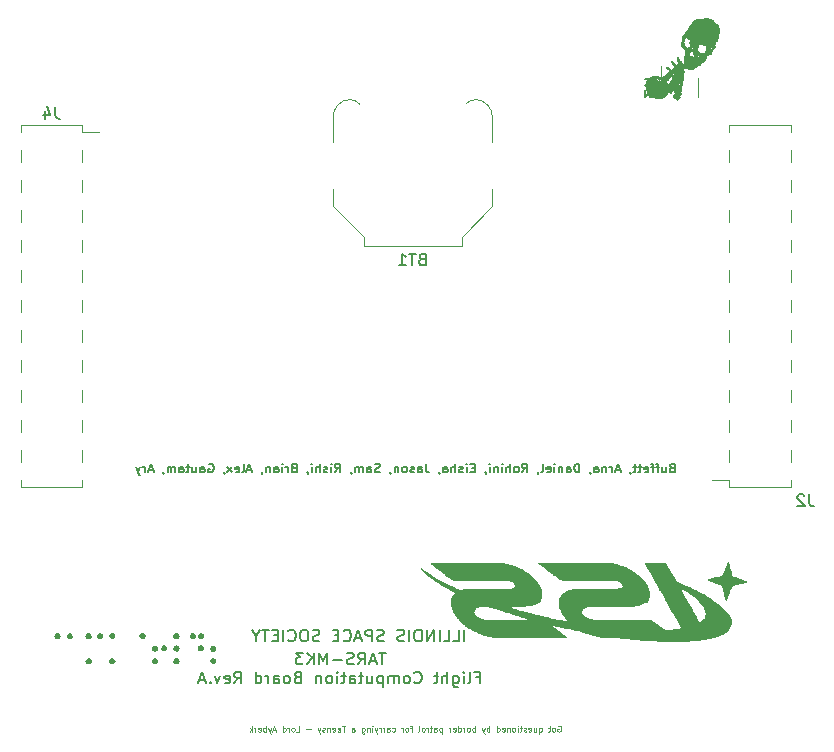
<source format=gbr>
%TF.GenerationSoftware,KiCad,Pcbnew,6.0.1*%
%TF.CreationDate,2022-02-10T21:42:06-06:00*%
%TF.ProjectId,FCB,4643422e-6b69-4636-9164-5f7063625858,rev?*%
%TF.SameCoordinates,Original*%
%TF.FileFunction,Legend,Bot*%
%TF.FilePolarity,Positive*%
%FSLAX46Y46*%
G04 Gerber Fmt 4.6, Leading zero omitted, Abs format (unit mm)*
G04 Created by KiCad (PCBNEW 6.0.1) date 2022-02-10 21:42:06*
%MOMM*%
%LPD*%
G01*
G04 APERTURE LIST*
%ADD10C,0.100000*%
%ADD11C,0.200000*%
%ADD12C,0.150000*%
%ADD13C,0.120000*%
%ADD14C,0.010000*%
G04 APERTURE END LIST*
D10*
X12879761Y-28550000D02*
X12927380Y-28526190D01*
X12998809Y-28526190D01*
X13070238Y-28550000D01*
X13117857Y-28597619D01*
X13141666Y-28645238D01*
X13165476Y-28740476D01*
X13165476Y-28811904D01*
X13141666Y-28907142D01*
X13117857Y-28954761D01*
X13070238Y-29002380D01*
X12998809Y-29026190D01*
X12951190Y-29026190D01*
X12879761Y-29002380D01*
X12855952Y-28978571D01*
X12855952Y-28811904D01*
X12951190Y-28811904D01*
X12570238Y-29026190D02*
X12617857Y-29002380D01*
X12641666Y-28978571D01*
X12665476Y-28930952D01*
X12665476Y-28788095D01*
X12641666Y-28740476D01*
X12617857Y-28716666D01*
X12570238Y-28692857D01*
X12498809Y-28692857D01*
X12451190Y-28716666D01*
X12427380Y-28740476D01*
X12403571Y-28788095D01*
X12403571Y-28930952D01*
X12427380Y-28978571D01*
X12451190Y-29002380D01*
X12498809Y-29026190D01*
X12570238Y-29026190D01*
X12260714Y-28692857D02*
X12070238Y-28692857D01*
X12189285Y-28526190D02*
X12189285Y-28954761D01*
X12165476Y-29002380D01*
X12117857Y-29026190D01*
X12070238Y-29026190D01*
X11308333Y-28692857D02*
X11308333Y-29192857D01*
X11308333Y-29002380D02*
X11355952Y-29026190D01*
X11451190Y-29026190D01*
X11498809Y-29002380D01*
X11522619Y-28978571D01*
X11546428Y-28930952D01*
X11546428Y-28788095D01*
X11522619Y-28740476D01*
X11498809Y-28716666D01*
X11451190Y-28692857D01*
X11355952Y-28692857D01*
X11308333Y-28716666D01*
X10855952Y-28692857D02*
X10855952Y-29026190D01*
X11070238Y-28692857D02*
X11070238Y-28954761D01*
X11046428Y-29002380D01*
X10998809Y-29026190D01*
X10927380Y-29026190D01*
X10879761Y-29002380D01*
X10855952Y-28978571D01*
X10427380Y-29002380D02*
X10475000Y-29026190D01*
X10570238Y-29026190D01*
X10617857Y-29002380D01*
X10641666Y-28954761D01*
X10641666Y-28764285D01*
X10617857Y-28716666D01*
X10570238Y-28692857D01*
X10475000Y-28692857D01*
X10427380Y-28716666D01*
X10403571Y-28764285D01*
X10403571Y-28811904D01*
X10641666Y-28859523D01*
X10213095Y-29002380D02*
X10165476Y-29026190D01*
X10070238Y-29026190D01*
X10022619Y-29002380D01*
X9998809Y-28954761D01*
X9998809Y-28930952D01*
X10022619Y-28883333D01*
X10070238Y-28859523D01*
X10141666Y-28859523D01*
X10189285Y-28835714D01*
X10213095Y-28788095D01*
X10213095Y-28764285D01*
X10189285Y-28716666D01*
X10141666Y-28692857D01*
X10070238Y-28692857D01*
X10022619Y-28716666D01*
X9855952Y-28692857D02*
X9665476Y-28692857D01*
X9784523Y-28526190D02*
X9784523Y-28954761D01*
X9760714Y-29002380D01*
X9713095Y-29026190D01*
X9665476Y-29026190D01*
X9498809Y-29026190D02*
X9498809Y-28692857D01*
X9498809Y-28526190D02*
X9522619Y-28550000D01*
X9498809Y-28573809D01*
X9475000Y-28550000D01*
X9498809Y-28526190D01*
X9498809Y-28573809D01*
X9189285Y-29026190D02*
X9236904Y-29002380D01*
X9260714Y-28978571D01*
X9284523Y-28930952D01*
X9284523Y-28788095D01*
X9260714Y-28740476D01*
X9236904Y-28716666D01*
X9189285Y-28692857D01*
X9117857Y-28692857D01*
X9070238Y-28716666D01*
X9046428Y-28740476D01*
X9022619Y-28788095D01*
X9022619Y-28930952D01*
X9046428Y-28978571D01*
X9070238Y-29002380D01*
X9117857Y-29026190D01*
X9189285Y-29026190D01*
X8808333Y-28692857D02*
X8808333Y-29026190D01*
X8808333Y-28740476D02*
X8784523Y-28716666D01*
X8736904Y-28692857D01*
X8665476Y-28692857D01*
X8617857Y-28716666D01*
X8594047Y-28764285D01*
X8594047Y-29026190D01*
X8165476Y-29002380D02*
X8213095Y-29026190D01*
X8308333Y-29026190D01*
X8355952Y-29002380D01*
X8379761Y-28954761D01*
X8379761Y-28764285D01*
X8355952Y-28716666D01*
X8308333Y-28692857D01*
X8213095Y-28692857D01*
X8165476Y-28716666D01*
X8141666Y-28764285D01*
X8141666Y-28811904D01*
X8379761Y-28859523D01*
X7713095Y-29026190D02*
X7713095Y-28526190D01*
X7713095Y-29002380D02*
X7760714Y-29026190D01*
X7855952Y-29026190D01*
X7903571Y-29002380D01*
X7927380Y-28978571D01*
X7951190Y-28930952D01*
X7951190Y-28788095D01*
X7927380Y-28740476D01*
X7903571Y-28716666D01*
X7855952Y-28692857D01*
X7760714Y-28692857D01*
X7713095Y-28716666D01*
X7094047Y-29026190D02*
X7094047Y-28526190D01*
X7094047Y-28716666D02*
X7046428Y-28692857D01*
X6951190Y-28692857D01*
X6903571Y-28716666D01*
X6879761Y-28740476D01*
X6855952Y-28788095D01*
X6855952Y-28930952D01*
X6879761Y-28978571D01*
X6903571Y-29002380D01*
X6951190Y-29026190D01*
X7046428Y-29026190D01*
X7094047Y-29002380D01*
X6689285Y-28692857D02*
X6570238Y-29026190D01*
X6451190Y-28692857D02*
X6570238Y-29026190D01*
X6617857Y-29145238D01*
X6641666Y-29169047D01*
X6689285Y-29192857D01*
X5879761Y-29026190D02*
X5879761Y-28526190D01*
X5879761Y-28716666D02*
X5832142Y-28692857D01*
X5736904Y-28692857D01*
X5689285Y-28716666D01*
X5665476Y-28740476D01*
X5641666Y-28788095D01*
X5641666Y-28930952D01*
X5665476Y-28978571D01*
X5689285Y-29002380D01*
X5736904Y-29026190D01*
X5832142Y-29026190D01*
X5879761Y-29002380D01*
X5355952Y-29026190D02*
X5403571Y-29002380D01*
X5427380Y-28978571D01*
X5451190Y-28930952D01*
X5451190Y-28788095D01*
X5427380Y-28740476D01*
X5403571Y-28716666D01*
X5355952Y-28692857D01*
X5284523Y-28692857D01*
X5236904Y-28716666D01*
X5213095Y-28740476D01*
X5189285Y-28788095D01*
X5189285Y-28930952D01*
X5213095Y-28978571D01*
X5236904Y-29002380D01*
X5284523Y-29026190D01*
X5355952Y-29026190D01*
X4975000Y-29026190D02*
X4975000Y-28692857D01*
X4975000Y-28788095D02*
X4951190Y-28740476D01*
X4927380Y-28716666D01*
X4879761Y-28692857D01*
X4832142Y-28692857D01*
X4451190Y-29026190D02*
X4451190Y-28526190D01*
X4451190Y-29002380D02*
X4498809Y-29026190D01*
X4594047Y-29026190D01*
X4641666Y-29002380D01*
X4665476Y-28978571D01*
X4689285Y-28930952D01*
X4689285Y-28788095D01*
X4665476Y-28740476D01*
X4641666Y-28716666D01*
X4594047Y-28692857D01*
X4498809Y-28692857D01*
X4451190Y-28716666D01*
X4022619Y-29002380D02*
X4070238Y-29026190D01*
X4165476Y-29026190D01*
X4213095Y-29002380D01*
X4236904Y-28954761D01*
X4236904Y-28764285D01*
X4213095Y-28716666D01*
X4165476Y-28692857D01*
X4070238Y-28692857D01*
X4022619Y-28716666D01*
X3998809Y-28764285D01*
X3998809Y-28811904D01*
X4236904Y-28859523D01*
X3784523Y-29026190D02*
X3784523Y-28692857D01*
X3784523Y-28788095D02*
X3760714Y-28740476D01*
X3736904Y-28716666D01*
X3689285Y-28692857D01*
X3641666Y-28692857D01*
X3094047Y-28692857D02*
X3094047Y-29192857D01*
X3094047Y-28716666D02*
X3046428Y-28692857D01*
X2951190Y-28692857D01*
X2903571Y-28716666D01*
X2879761Y-28740476D01*
X2855952Y-28788095D01*
X2855952Y-28930952D01*
X2879761Y-28978571D01*
X2903571Y-29002380D01*
X2951190Y-29026190D01*
X3046428Y-29026190D01*
X3094047Y-29002380D01*
X2427380Y-29026190D02*
X2427380Y-28764285D01*
X2451190Y-28716666D01*
X2498809Y-28692857D01*
X2594047Y-28692857D01*
X2641666Y-28716666D01*
X2427380Y-29002380D02*
X2475000Y-29026190D01*
X2594047Y-29026190D01*
X2641666Y-29002380D01*
X2665476Y-28954761D01*
X2665476Y-28907142D01*
X2641666Y-28859523D01*
X2594047Y-28835714D01*
X2475000Y-28835714D01*
X2427380Y-28811904D01*
X2260714Y-28692857D02*
X2070238Y-28692857D01*
X2189285Y-28526190D02*
X2189285Y-28954761D01*
X2165476Y-29002380D01*
X2117857Y-29026190D01*
X2070238Y-29026190D01*
X1903571Y-29026190D02*
X1903571Y-28692857D01*
X1903571Y-28788095D02*
X1879761Y-28740476D01*
X1855952Y-28716666D01*
X1808333Y-28692857D01*
X1760714Y-28692857D01*
X1522619Y-29026190D02*
X1570238Y-29002380D01*
X1594047Y-28978571D01*
X1617857Y-28930952D01*
X1617857Y-28788095D01*
X1594047Y-28740476D01*
X1570238Y-28716666D01*
X1522619Y-28692857D01*
X1451190Y-28692857D01*
X1403571Y-28716666D01*
X1379761Y-28740476D01*
X1355952Y-28788095D01*
X1355952Y-28930952D01*
X1379761Y-28978571D01*
X1403571Y-29002380D01*
X1451190Y-29026190D01*
X1522619Y-29026190D01*
X1070238Y-29026190D02*
X1117857Y-29002380D01*
X1141666Y-28954761D01*
X1141666Y-28526190D01*
X570238Y-28692857D02*
X379761Y-28692857D01*
X498809Y-29026190D02*
X498809Y-28597619D01*
X475000Y-28550000D01*
X427380Y-28526190D01*
X379761Y-28526190D01*
X141666Y-29026190D02*
X189285Y-29002380D01*
X213095Y-28978571D01*
X236904Y-28930952D01*
X236904Y-28788095D01*
X213095Y-28740476D01*
X189285Y-28716666D01*
X141666Y-28692857D01*
X70238Y-28692857D01*
X22619Y-28716666D01*
X-1190Y-28740476D01*
X-24999Y-28788095D01*
X-24999Y-28930952D01*
X-1190Y-28978571D01*
X22619Y-29002380D01*
X70238Y-29026190D01*
X141666Y-29026190D01*
X-239285Y-29026190D02*
X-239285Y-28692857D01*
X-239285Y-28788095D02*
X-263095Y-28740476D01*
X-286904Y-28716666D01*
X-334523Y-28692857D01*
X-382142Y-28692857D01*
X-1144047Y-29002380D02*
X-1096428Y-29026190D01*
X-1001190Y-29026190D01*
X-953571Y-29002380D01*
X-929761Y-28978571D01*
X-905952Y-28930952D01*
X-905952Y-28788095D01*
X-929761Y-28740476D01*
X-953571Y-28716666D01*
X-1001190Y-28692857D01*
X-1096428Y-28692857D01*
X-1144047Y-28716666D01*
X-1572619Y-29026190D02*
X-1572619Y-28764285D01*
X-1548809Y-28716666D01*
X-1501190Y-28692857D01*
X-1405952Y-28692857D01*
X-1358333Y-28716666D01*
X-1572619Y-29002380D02*
X-1524999Y-29026190D01*
X-1405952Y-29026190D01*
X-1358333Y-29002380D01*
X-1334523Y-28954761D01*
X-1334523Y-28907142D01*
X-1358333Y-28859523D01*
X-1405952Y-28835714D01*
X-1524999Y-28835714D01*
X-1572619Y-28811904D01*
X-1810714Y-29026190D02*
X-1810714Y-28692857D01*
X-1810714Y-28788095D02*
X-1834523Y-28740476D01*
X-1858333Y-28716666D01*
X-1905952Y-28692857D01*
X-1953571Y-28692857D01*
X-2120238Y-29026190D02*
X-2120238Y-28692857D01*
X-2120238Y-28788095D02*
X-2144047Y-28740476D01*
X-2167857Y-28716666D01*
X-2215476Y-28692857D01*
X-2263095Y-28692857D01*
X-2382142Y-28692857D02*
X-2501190Y-29026190D01*
X-2620238Y-28692857D02*
X-2501190Y-29026190D01*
X-2453571Y-29145238D01*
X-2429761Y-29169047D01*
X-2382142Y-29192857D01*
X-2810714Y-29026190D02*
X-2810714Y-28692857D01*
X-2810714Y-28526190D02*
X-2786904Y-28550000D01*
X-2810714Y-28573809D01*
X-2834523Y-28550000D01*
X-2810714Y-28526190D01*
X-2810714Y-28573809D01*
X-3048809Y-28692857D02*
X-3048809Y-29026190D01*
X-3048809Y-28740476D02*
X-3072619Y-28716666D01*
X-3120238Y-28692857D01*
X-3191666Y-28692857D01*
X-3239285Y-28716666D01*
X-3263095Y-28764285D01*
X-3263095Y-29026190D01*
X-3715476Y-28692857D02*
X-3715476Y-29097619D01*
X-3691666Y-29145238D01*
X-3667857Y-29169047D01*
X-3620238Y-29192857D01*
X-3548809Y-29192857D01*
X-3501190Y-29169047D01*
X-3715476Y-29002380D02*
X-3667857Y-29026190D01*
X-3572619Y-29026190D01*
X-3524999Y-29002380D01*
X-3501190Y-28978571D01*
X-3477380Y-28930952D01*
X-3477380Y-28788095D01*
X-3501190Y-28740476D01*
X-3524999Y-28716666D01*
X-3572619Y-28692857D01*
X-3667857Y-28692857D01*
X-3715476Y-28716666D01*
X-4548809Y-29026190D02*
X-4548809Y-28764285D01*
X-4524999Y-28716666D01*
X-4477380Y-28692857D01*
X-4382142Y-28692857D01*
X-4334523Y-28716666D01*
X-4548809Y-29002380D02*
X-4501190Y-29026190D01*
X-4382142Y-29026190D01*
X-4334523Y-29002380D01*
X-4310714Y-28954761D01*
X-4310714Y-28907142D01*
X-4334523Y-28859523D01*
X-4382142Y-28835714D01*
X-4501190Y-28835714D01*
X-4548809Y-28811904D01*
X-5096428Y-28526190D02*
X-5382142Y-28526190D01*
X-5239285Y-29026190D02*
X-5239285Y-28526190D01*
X-5739285Y-29002380D02*
X-5691666Y-29026190D01*
X-5596428Y-29026190D01*
X-5548809Y-29002380D01*
X-5524999Y-28954761D01*
X-5524999Y-28764285D01*
X-5548809Y-28716666D01*
X-5596428Y-28692857D01*
X-5691666Y-28692857D01*
X-5739285Y-28716666D01*
X-5763095Y-28764285D01*
X-5763095Y-28811904D01*
X-5524999Y-28859523D01*
X-6167857Y-29002380D02*
X-6120238Y-29026190D01*
X-6024999Y-29026190D01*
X-5977380Y-29002380D01*
X-5953571Y-28954761D01*
X-5953571Y-28764285D01*
X-5977380Y-28716666D01*
X-6024999Y-28692857D01*
X-6120238Y-28692857D01*
X-6167857Y-28716666D01*
X-6191666Y-28764285D01*
X-6191666Y-28811904D01*
X-5953571Y-28859523D01*
X-6405952Y-28692857D02*
X-6405952Y-29026190D01*
X-6405952Y-28740476D02*
X-6429761Y-28716666D01*
X-6477380Y-28692857D01*
X-6548809Y-28692857D01*
X-6596428Y-28716666D01*
X-6620238Y-28764285D01*
X-6620238Y-29026190D01*
X-6834523Y-29002380D02*
X-6882142Y-29026190D01*
X-6977380Y-29026190D01*
X-7024999Y-29002380D01*
X-7048809Y-28954761D01*
X-7048809Y-28930952D01*
X-7024999Y-28883333D01*
X-6977380Y-28859523D01*
X-6905952Y-28859523D01*
X-6858333Y-28835714D01*
X-6834523Y-28788095D01*
X-6834523Y-28764285D01*
X-6858333Y-28716666D01*
X-6905952Y-28692857D01*
X-6977380Y-28692857D01*
X-7024999Y-28716666D01*
X-7215476Y-28692857D02*
X-7334523Y-29026190D01*
X-7453571Y-28692857D02*
X-7334523Y-29026190D01*
X-7286904Y-29145238D01*
X-7263095Y-29169047D01*
X-7215476Y-29192857D01*
X-8024999Y-28835714D02*
X-8405952Y-28835714D01*
X-9263095Y-29026190D02*
X-9024999Y-29026190D01*
X-9024999Y-28526190D01*
X-9501190Y-29026190D02*
X-9453571Y-29002380D01*
X-9429761Y-28978571D01*
X-9405952Y-28930952D01*
X-9405952Y-28788095D01*
X-9429761Y-28740476D01*
X-9453571Y-28716666D01*
X-9501190Y-28692857D01*
X-9572619Y-28692857D01*
X-9620238Y-28716666D01*
X-9644047Y-28740476D01*
X-9667857Y-28788095D01*
X-9667857Y-28930952D01*
X-9644047Y-28978571D01*
X-9620238Y-29002380D01*
X-9572619Y-29026190D01*
X-9501190Y-29026190D01*
X-9882142Y-29026190D02*
X-9882142Y-28692857D01*
X-9882142Y-28788095D02*
X-9905952Y-28740476D01*
X-9929761Y-28716666D01*
X-9977380Y-28692857D01*
X-10024999Y-28692857D01*
X-10405952Y-29026190D02*
X-10405952Y-28526190D01*
X-10405952Y-29002380D02*
X-10358333Y-29026190D01*
X-10263095Y-29026190D01*
X-10215476Y-29002380D01*
X-10191666Y-28978571D01*
X-10167857Y-28930952D01*
X-10167857Y-28788095D01*
X-10191666Y-28740476D01*
X-10215476Y-28716666D01*
X-10263095Y-28692857D01*
X-10358333Y-28692857D01*
X-10405952Y-28716666D01*
X-11001190Y-28883333D02*
X-11239285Y-28883333D01*
X-10953571Y-29026190D02*
X-11120238Y-28526190D01*
X-11286904Y-29026190D01*
X-11405952Y-28692857D02*
X-11524999Y-29026190D01*
X-11644047Y-28692857D02*
X-11524999Y-29026190D01*
X-11477380Y-29145238D01*
X-11453571Y-29169047D01*
X-11405952Y-29192857D01*
X-11834523Y-29026190D02*
X-11834523Y-28526190D01*
X-11834523Y-28716666D02*
X-11882142Y-28692857D01*
X-11977380Y-28692857D01*
X-12024999Y-28716666D01*
X-12048809Y-28740476D01*
X-12072619Y-28788095D01*
X-12072619Y-28930952D01*
X-12048809Y-28978571D01*
X-12024999Y-29002380D01*
X-11977380Y-29026190D01*
X-11882142Y-29026190D01*
X-11834523Y-29002380D01*
X-12477380Y-29002380D02*
X-12429761Y-29026190D01*
X-12334523Y-29026190D01*
X-12286904Y-29002380D01*
X-12263095Y-28954761D01*
X-12263095Y-28764285D01*
X-12286904Y-28716666D01*
X-12334523Y-28692857D01*
X-12429761Y-28692857D01*
X-12477380Y-28716666D01*
X-12501190Y-28764285D01*
X-12501190Y-28811904D01*
X-12263095Y-28859523D01*
X-12715476Y-29026190D02*
X-12715476Y-28692857D01*
X-12715476Y-28788095D02*
X-12739285Y-28740476D01*
X-12763095Y-28716666D01*
X-12810714Y-28692857D01*
X-12858333Y-28692857D01*
X-13024999Y-29026190D02*
X-13024999Y-28526190D01*
X-13072619Y-28835714D02*
X-13215476Y-29026190D01*
X-13215476Y-28692857D02*
X-13024999Y-28883333D01*
D11*
X4978571Y-21402380D02*
X4978571Y-20402380D01*
X4026190Y-21402380D02*
X4502380Y-21402380D01*
X4502380Y-20402380D01*
X3216666Y-21402380D02*
X3692857Y-21402380D01*
X3692857Y-20402380D01*
X2883333Y-21402380D02*
X2883333Y-20402380D01*
X2407142Y-21402380D02*
X2407142Y-20402380D01*
X1835714Y-21402380D01*
X1835714Y-20402380D01*
X1169047Y-20402380D02*
X978571Y-20402380D01*
X883333Y-20450000D01*
X788095Y-20545238D01*
X740476Y-20735714D01*
X740476Y-21069047D01*
X788095Y-21259523D01*
X883333Y-21354761D01*
X978571Y-21402380D01*
X1169047Y-21402380D01*
X1264285Y-21354761D01*
X1359523Y-21259523D01*
X1407142Y-21069047D01*
X1407142Y-20735714D01*
X1359523Y-20545238D01*
X1264285Y-20450000D01*
X1169047Y-20402380D01*
X311904Y-21402380D02*
X311904Y-20402380D01*
X-116666Y-21354761D02*
X-259523Y-21402380D01*
X-497619Y-21402380D01*
X-592857Y-21354761D01*
X-640476Y-21307142D01*
X-688095Y-21211904D01*
X-688095Y-21116666D01*
X-640476Y-21021428D01*
X-592857Y-20973809D01*
X-497619Y-20926190D01*
X-307142Y-20878571D01*
X-211904Y-20830952D01*
X-164285Y-20783333D01*
X-116666Y-20688095D01*
X-116666Y-20592857D01*
X-164285Y-20497619D01*
X-211904Y-20450000D01*
X-307142Y-20402380D01*
X-545238Y-20402380D01*
X-688095Y-20450000D01*
X-1830952Y-21354761D02*
X-1973809Y-21402380D01*
X-2211904Y-21402380D01*
X-2307142Y-21354761D01*
X-2354761Y-21307142D01*
X-2402380Y-21211904D01*
X-2402380Y-21116666D01*
X-2354761Y-21021428D01*
X-2307142Y-20973809D01*
X-2211904Y-20926190D01*
X-2021428Y-20878571D01*
X-1926190Y-20830952D01*
X-1878571Y-20783333D01*
X-1830952Y-20688095D01*
X-1830952Y-20592857D01*
X-1878571Y-20497619D01*
X-1926190Y-20450000D01*
X-2021428Y-20402380D01*
X-2259523Y-20402380D01*
X-2402380Y-20450000D01*
X-2830952Y-21402380D02*
X-2830952Y-20402380D01*
X-3211904Y-20402380D01*
X-3307142Y-20450000D01*
X-3354761Y-20497619D01*
X-3402380Y-20592857D01*
X-3402380Y-20735714D01*
X-3354761Y-20830952D01*
X-3307142Y-20878571D01*
X-3211904Y-20926190D01*
X-2830952Y-20926190D01*
X-3783333Y-21116666D02*
X-4259523Y-21116666D01*
X-3688095Y-21402380D02*
X-4021428Y-20402380D01*
X-4354761Y-21402380D01*
X-5259523Y-21307142D02*
X-5211904Y-21354761D01*
X-5069047Y-21402380D01*
X-4973809Y-21402380D01*
X-4830952Y-21354761D01*
X-4735714Y-21259523D01*
X-4688095Y-21164285D01*
X-4640476Y-20973809D01*
X-4640476Y-20830952D01*
X-4688095Y-20640476D01*
X-4735714Y-20545238D01*
X-4830952Y-20450000D01*
X-4973809Y-20402380D01*
X-5069047Y-20402380D01*
X-5211904Y-20450000D01*
X-5259523Y-20497619D01*
X-5688095Y-20878571D02*
X-6021428Y-20878571D01*
X-6164285Y-21402380D02*
X-5688095Y-21402380D01*
X-5688095Y-20402380D01*
X-6164285Y-20402380D01*
X-7307142Y-21354761D02*
X-7449999Y-21402380D01*
X-7688095Y-21402380D01*
X-7783333Y-21354761D01*
X-7830952Y-21307142D01*
X-7878571Y-21211904D01*
X-7878571Y-21116666D01*
X-7830952Y-21021428D01*
X-7783333Y-20973809D01*
X-7688095Y-20926190D01*
X-7497619Y-20878571D01*
X-7402380Y-20830952D01*
X-7354761Y-20783333D01*
X-7307142Y-20688095D01*
X-7307142Y-20592857D01*
X-7354761Y-20497619D01*
X-7402380Y-20450000D01*
X-7497619Y-20402380D01*
X-7735714Y-20402380D01*
X-7878571Y-20450000D01*
X-8497619Y-20402380D02*
X-8688095Y-20402380D01*
X-8783333Y-20450000D01*
X-8878571Y-20545238D01*
X-8926190Y-20735714D01*
X-8926190Y-21069047D01*
X-8878571Y-21259523D01*
X-8783333Y-21354761D01*
X-8688095Y-21402380D01*
X-8497619Y-21402380D01*
X-8402380Y-21354761D01*
X-8307142Y-21259523D01*
X-8259523Y-21069047D01*
X-8259523Y-20735714D01*
X-8307142Y-20545238D01*
X-8402380Y-20450000D01*
X-8497619Y-20402380D01*
X-9926190Y-21307142D02*
X-9878571Y-21354761D01*
X-9735714Y-21402380D01*
X-9640476Y-21402380D01*
X-9497619Y-21354761D01*
X-9402380Y-21259523D01*
X-9354761Y-21164285D01*
X-9307142Y-20973809D01*
X-9307142Y-20830952D01*
X-9354761Y-20640476D01*
X-9402380Y-20545238D01*
X-9497619Y-20450000D01*
X-9640476Y-20402380D01*
X-9735714Y-20402380D01*
X-9878571Y-20450000D01*
X-9926190Y-20497619D01*
X-10354761Y-21402380D02*
X-10354761Y-20402380D01*
X-10830952Y-20878571D02*
X-11164285Y-20878571D01*
X-11307142Y-21402380D02*
X-10830952Y-21402380D01*
X-10830952Y-20402380D01*
X-11307142Y-20402380D01*
X-11592857Y-20402380D02*
X-12164285Y-20402380D01*
X-11878571Y-21402380D02*
X-11878571Y-20402380D01*
X-12688095Y-20926190D02*
X-12688095Y-21402380D01*
X-12354761Y-20402380D02*
X-12688095Y-20926190D01*
X-13021428Y-20402380D01*
X-1692857Y-22347380D02*
X-2264285Y-22347380D01*
X-1978571Y-23347380D02*
X-1978571Y-22347380D01*
X-2549999Y-23061666D02*
X-3026190Y-23061666D01*
X-2454761Y-23347380D02*
X-2788095Y-22347380D01*
X-3121428Y-23347380D01*
X-4026190Y-23347380D02*
X-3692857Y-22871190D01*
X-3454761Y-23347380D02*
X-3454761Y-22347380D01*
X-3835714Y-22347380D01*
X-3930952Y-22395000D01*
X-3978571Y-22442619D01*
X-4026190Y-22537857D01*
X-4026190Y-22680714D01*
X-3978571Y-22775952D01*
X-3930952Y-22823571D01*
X-3835714Y-22871190D01*
X-3454761Y-22871190D01*
X-4407142Y-23299761D02*
X-4549999Y-23347380D01*
X-4788095Y-23347380D01*
X-4883333Y-23299761D01*
X-4930952Y-23252142D01*
X-4978571Y-23156904D01*
X-4978571Y-23061666D01*
X-4930952Y-22966428D01*
X-4883333Y-22918809D01*
X-4788095Y-22871190D01*
X-4597619Y-22823571D01*
X-4502380Y-22775952D01*
X-4454761Y-22728333D01*
X-4407142Y-22633095D01*
X-4407142Y-22537857D01*
X-4454761Y-22442619D01*
X-4502380Y-22395000D01*
X-4597619Y-22347380D01*
X-4835714Y-22347380D01*
X-4978571Y-22395000D01*
X-5407142Y-22966428D02*
X-6169047Y-22966428D01*
X-6645238Y-23347380D02*
X-6645238Y-22347380D01*
X-6978571Y-23061666D01*
X-7311904Y-22347380D01*
X-7311904Y-23347380D01*
X-7788095Y-23347380D02*
X-7788095Y-22347380D01*
X-8359523Y-23347380D02*
X-7930952Y-22775952D01*
X-8359523Y-22347380D02*
X-7788095Y-22918809D01*
X-8692857Y-22347380D02*
X-9311904Y-22347380D01*
X-8978571Y-22728333D01*
X-9121428Y-22728333D01*
X-9216666Y-22775952D01*
X-9264285Y-22823571D01*
X-9311904Y-22918809D01*
X-9311904Y-23156904D01*
X-9264285Y-23252142D01*
X-9216666Y-23299761D01*
X-9121428Y-23347380D01*
X-8835714Y-23347380D01*
X-8740476Y-23299761D01*
X-8692857Y-23252142D01*
X5973809Y-24433571D02*
X6307142Y-24433571D01*
X6307142Y-24957380D02*
X6307142Y-23957380D01*
X5830952Y-23957380D01*
X5307142Y-24957380D02*
X5402380Y-24909761D01*
X5450000Y-24814523D01*
X5450000Y-23957380D01*
X4926190Y-24957380D02*
X4926190Y-24290714D01*
X4926190Y-23957380D02*
X4973809Y-24005000D01*
X4926190Y-24052619D01*
X4878571Y-24005000D01*
X4926190Y-23957380D01*
X4926190Y-24052619D01*
X4021428Y-24290714D02*
X4021428Y-25100238D01*
X4069047Y-25195476D01*
X4116666Y-25243095D01*
X4211904Y-25290714D01*
X4354761Y-25290714D01*
X4450000Y-25243095D01*
X4021428Y-24909761D02*
X4116666Y-24957380D01*
X4307142Y-24957380D01*
X4402380Y-24909761D01*
X4450000Y-24862142D01*
X4497619Y-24766904D01*
X4497619Y-24481190D01*
X4450000Y-24385952D01*
X4402380Y-24338333D01*
X4307142Y-24290714D01*
X4116666Y-24290714D01*
X4021428Y-24338333D01*
X3545238Y-24957380D02*
X3545238Y-23957380D01*
X3116666Y-24957380D02*
X3116666Y-24433571D01*
X3164285Y-24338333D01*
X3259523Y-24290714D01*
X3402380Y-24290714D01*
X3497619Y-24338333D01*
X3545238Y-24385952D01*
X2783333Y-24290714D02*
X2402380Y-24290714D01*
X2640476Y-23957380D02*
X2640476Y-24814523D01*
X2592857Y-24909761D01*
X2497619Y-24957380D01*
X2402380Y-24957380D01*
X735714Y-24862142D02*
X783333Y-24909761D01*
X926190Y-24957380D01*
X1021428Y-24957380D01*
X1164285Y-24909761D01*
X1259523Y-24814523D01*
X1307142Y-24719285D01*
X1354761Y-24528809D01*
X1354761Y-24385952D01*
X1307142Y-24195476D01*
X1259523Y-24100238D01*
X1164285Y-24005000D01*
X1021428Y-23957380D01*
X926190Y-23957380D01*
X783333Y-24005000D01*
X735714Y-24052619D01*
X164285Y-24957380D02*
X259523Y-24909761D01*
X307142Y-24862142D01*
X354761Y-24766904D01*
X354761Y-24481190D01*
X307142Y-24385952D01*
X259523Y-24338333D01*
X164285Y-24290714D01*
X21428Y-24290714D01*
X-73809Y-24338333D01*
X-121428Y-24385952D01*
X-169047Y-24481190D01*
X-169047Y-24766904D01*
X-121428Y-24862142D01*
X-73809Y-24909761D01*
X21428Y-24957380D01*
X164285Y-24957380D01*
X-597619Y-24957380D02*
X-597619Y-24290714D01*
X-597619Y-24385952D02*
X-645238Y-24338333D01*
X-740476Y-24290714D01*
X-883333Y-24290714D01*
X-978571Y-24338333D01*
X-1026190Y-24433571D01*
X-1026190Y-24957380D01*
X-1026190Y-24433571D02*
X-1073809Y-24338333D01*
X-1169047Y-24290714D01*
X-1311904Y-24290714D01*
X-1407142Y-24338333D01*
X-1454761Y-24433571D01*
X-1454761Y-24957380D01*
X-1930952Y-24290714D02*
X-1930952Y-25290714D01*
X-1930952Y-24338333D02*
X-2026190Y-24290714D01*
X-2216666Y-24290714D01*
X-2311904Y-24338333D01*
X-2359523Y-24385952D01*
X-2407142Y-24481190D01*
X-2407142Y-24766904D01*
X-2359523Y-24862142D01*
X-2311904Y-24909761D01*
X-2216666Y-24957380D01*
X-2026190Y-24957380D01*
X-1930952Y-24909761D01*
X-3264285Y-24290714D02*
X-3264285Y-24957380D01*
X-2835714Y-24290714D02*
X-2835714Y-24814523D01*
X-2883333Y-24909761D01*
X-2978571Y-24957380D01*
X-3121428Y-24957380D01*
X-3216666Y-24909761D01*
X-3264285Y-24862142D01*
X-3597619Y-24290714D02*
X-3978571Y-24290714D01*
X-3740476Y-23957380D02*
X-3740476Y-24814523D01*
X-3788095Y-24909761D01*
X-3883333Y-24957380D01*
X-3978571Y-24957380D01*
X-4740476Y-24957380D02*
X-4740476Y-24433571D01*
X-4692857Y-24338333D01*
X-4597619Y-24290714D01*
X-4407142Y-24290714D01*
X-4311904Y-24338333D01*
X-4740476Y-24909761D02*
X-4645238Y-24957380D01*
X-4407142Y-24957380D01*
X-4311904Y-24909761D01*
X-4264285Y-24814523D01*
X-4264285Y-24719285D01*
X-4311904Y-24624047D01*
X-4407142Y-24576428D01*
X-4645238Y-24576428D01*
X-4740476Y-24528809D01*
X-5073809Y-24290714D02*
X-5454761Y-24290714D01*
X-5216666Y-23957380D02*
X-5216666Y-24814523D01*
X-5264285Y-24909761D01*
X-5359523Y-24957380D01*
X-5454761Y-24957380D01*
X-5788095Y-24957380D02*
X-5788095Y-24290714D01*
X-5788095Y-23957380D02*
X-5740476Y-24005000D01*
X-5788095Y-24052619D01*
X-5835714Y-24005000D01*
X-5788095Y-23957380D01*
X-5788095Y-24052619D01*
X-6407142Y-24957380D02*
X-6311904Y-24909761D01*
X-6264285Y-24862142D01*
X-6216666Y-24766904D01*
X-6216666Y-24481190D01*
X-6264285Y-24385952D01*
X-6311904Y-24338333D01*
X-6407142Y-24290714D01*
X-6549999Y-24290714D01*
X-6645238Y-24338333D01*
X-6692857Y-24385952D01*
X-6740476Y-24481190D01*
X-6740476Y-24766904D01*
X-6692857Y-24862142D01*
X-6645238Y-24909761D01*
X-6549999Y-24957380D01*
X-6407142Y-24957380D01*
X-7169047Y-24290714D02*
X-7169047Y-24957380D01*
X-7169047Y-24385952D02*
X-7216666Y-24338333D01*
X-7311904Y-24290714D01*
X-7454761Y-24290714D01*
X-7549999Y-24338333D01*
X-7597619Y-24433571D01*
X-7597619Y-24957380D01*
X-9169047Y-24433571D02*
X-9311904Y-24481190D01*
X-9359523Y-24528809D01*
X-9407142Y-24624047D01*
X-9407142Y-24766904D01*
X-9359523Y-24862142D01*
X-9311904Y-24909761D01*
X-9216666Y-24957380D01*
X-8835714Y-24957380D01*
X-8835714Y-23957380D01*
X-9169047Y-23957380D01*
X-9264285Y-24005000D01*
X-9311904Y-24052619D01*
X-9359523Y-24147857D01*
X-9359523Y-24243095D01*
X-9311904Y-24338333D01*
X-9264285Y-24385952D01*
X-9169047Y-24433571D01*
X-8835714Y-24433571D01*
X-9978571Y-24957380D02*
X-9883333Y-24909761D01*
X-9835714Y-24862142D01*
X-9788095Y-24766904D01*
X-9788095Y-24481190D01*
X-9835714Y-24385952D01*
X-9883333Y-24338333D01*
X-9978571Y-24290714D01*
X-10121428Y-24290714D01*
X-10216666Y-24338333D01*
X-10264285Y-24385952D01*
X-10311904Y-24481190D01*
X-10311904Y-24766904D01*
X-10264285Y-24862142D01*
X-10216666Y-24909761D01*
X-10121428Y-24957380D01*
X-9978571Y-24957380D01*
X-11169047Y-24957380D02*
X-11169047Y-24433571D01*
X-11121428Y-24338333D01*
X-11026190Y-24290714D01*
X-10835714Y-24290714D01*
X-10740476Y-24338333D01*
X-11169047Y-24909761D02*
X-11073809Y-24957380D01*
X-10835714Y-24957380D01*
X-10740476Y-24909761D01*
X-10692857Y-24814523D01*
X-10692857Y-24719285D01*
X-10740476Y-24624047D01*
X-10835714Y-24576428D01*
X-11073809Y-24576428D01*
X-11169047Y-24528809D01*
X-11645238Y-24957380D02*
X-11645238Y-24290714D01*
X-11645238Y-24481190D02*
X-11692857Y-24385952D01*
X-11740476Y-24338333D01*
X-11835714Y-24290714D01*
X-11930952Y-24290714D01*
X-12692857Y-24957380D02*
X-12692857Y-23957380D01*
X-12692857Y-24909761D02*
X-12597619Y-24957380D01*
X-12407142Y-24957380D01*
X-12311904Y-24909761D01*
X-12264285Y-24862142D01*
X-12216666Y-24766904D01*
X-12216666Y-24481190D01*
X-12264285Y-24385952D01*
X-12311904Y-24338333D01*
X-12407142Y-24290714D01*
X-12597619Y-24290714D01*
X-12692857Y-24338333D01*
X-14502380Y-24957380D02*
X-14169047Y-24481190D01*
X-13930952Y-24957380D02*
X-13930952Y-23957380D01*
X-14311904Y-23957380D01*
X-14407142Y-24005000D01*
X-14454761Y-24052619D01*
X-14502380Y-24147857D01*
X-14502380Y-24290714D01*
X-14454761Y-24385952D01*
X-14407142Y-24433571D01*
X-14311904Y-24481190D01*
X-13930952Y-24481190D01*
X-15311904Y-24909761D02*
X-15216666Y-24957380D01*
X-15026190Y-24957380D01*
X-14930952Y-24909761D01*
X-14883333Y-24814523D01*
X-14883333Y-24433571D01*
X-14930952Y-24338333D01*
X-15026190Y-24290714D01*
X-15216666Y-24290714D01*
X-15311904Y-24338333D01*
X-15359523Y-24433571D01*
X-15359523Y-24528809D01*
X-14883333Y-24624047D01*
X-15692857Y-24290714D02*
X-15930952Y-24957380D01*
X-16169047Y-24290714D01*
X-16549999Y-24862142D02*
X-16597619Y-24909761D01*
X-16549999Y-24957380D01*
X-16502380Y-24909761D01*
X-16549999Y-24862142D01*
X-16549999Y-24957380D01*
X-16978571Y-24671666D02*
X-17454761Y-24671666D01*
X-16883333Y-24957380D02*
X-17216666Y-23957380D01*
X-17549999Y-24957380D01*
D12*
X22560714Y-6696428D02*
X22453571Y-6732142D01*
X22417857Y-6767857D01*
X22382142Y-6839285D01*
X22382142Y-6946428D01*
X22417857Y-7017857D01*
X22453571Y-7053571D01*
X22524999Y-7089285D01*
X22810714Y-7089285D01*
X22810714Y-6339285D01*
X22560714Y-6339285D01*
X22489285Y-6375000D01*
X22453571Y-6410714D01*
X22417857Y-6482142D01*
X22417857Y-6553571D01*
X22453571Y-6625000D01*
X22489285Y-6660714D01*
X22560714Y-6696428D01*
X22810714Y-6696428D01*
X21739285Y-6589285D02*
X21739285Y-7089285D01*
X22060714Y-6589285D02*
X22060714Y-6982142D01*
X22024999Y-7053571D01*
X21953571Y-7089285D01*
X21846428Y-7089285D01*
X21774999Y-7053571D01*
X21739285Y-7017857D01*
X21489285Y-6589285D02*
X21203571Y-6589285D01*
X21382142Y-7089285D02*
X21382142Y-6446428D01*
X21346428Y-6375000D01*
X21274999Y-6339285D01*
X21203571Y-6339285D01*
X21060714Y-6589285D02*
X20774999Y-6589285D01*
X20953571Y-7089285D02*
X20953571Y-6446428D01*
X20917857Y-6375000D01*
X20846428Y-6339285D01*
X20774999Y-6339285D01*
X20239285Y-7053571D02*
X20310714Y-7089285D01*
X20453571Y-7089285D01*
X20524999Y-7053571D01*
X20560714Y-6982142D01*
X20560714Y-6696428D01*
X20524999Y-6625000D01*
X20453571Y-6589285D01*
X20310714Y-6589285D01*
X20239285Y-6625000D01*
X20203571Y-6696428D01*
X20203571Y-6767857D01*
X20560714Y-6839285D01*
X19989285Y-6589285D02*
X19703571Y-6589285D01*
X19882142Y-6339285D02*
X19882142Y-6982142D01*
X19846428Y-7053571D01*
X19774999Y-7089285D01*
X19703571Y-7089285D01*
X19560714Y-6589285D02*
X19274999Y-6589285D01*
X19453571Y-6339285D02*
X19453571Y-6982142D01*
X19417857Y-7053571D01*
X19346428Y-7089285D01*
X19274999Y-7089285D01*
X18989285Y-7053571D02*
X18989285Y-7089285D01*
X19025000Y-7160714D01*
X19060714Y-7196428D01*
X18132142Y-6875000D02*
X17774999Y-6875000D01*
X18203571Y-7089285D02*
X17953571Y-6339285D01*
X17703571Y-7089285D01*
X17453571Y-7089285D02*
X17453571Y-6589285D01*
X17453571Y-6732142D02*
X17417857Y-6660714D01*
X17382142Y-6625000D01*
X17310714Y-6589285D01*
X17239285Y-6589285D01*
X16989285Y-6589285D02*
X16989285Y-7089285D01*
X16989285Y-6660714D02*
X16953571Y-6625000D01*
X16882142Y-6589285D01*
X16774999Y-6589285D01*
X16703571Y-6625000D01*
X16667857Y-6696428D01*
X16667857Y-7089285D01*
X15989285Y-7089285D02*
X15989285Y-6696428D01*
X16024999Y-6625000D01*
X16096428Y-6589285D01*
X16239285Y-6589285D01*
X16310714Y-6625000D01*
X15989285Y-7053571D02*
X16060714Y-7089285D01*
X16239285Y-7089285D01*
X16310714Y-7053571D01*
X16346428Y-6982142D01*
X16346428Y-6910714D01*
X16310714Y-6839285D01*
X16239285Y-6803571D01*
X16060714Y-6803571D01*
X15989285Y-6767857D01*
X15596428Y-7053571D02*
X15596428Y-7089285D01*
X15632142Y-7160714D01*
X15667857Y-7196428D01*
X14703571Y-7089285D02*
X14703571Y-6339285D01*
X14524999Y-6339285D01*
X14417857Y-6375000D01*
X14346428Y-6446428D01*
X14310714Y-6517857D01*
X14274999Y-6660714D01*
X14274999Y-6767857D01*
X14310714Y-6910714D01*
X14346428Y-6982142D01*
X14417857Y-7053571D01*
X14524999Y-7089285D01*
X14703571Y-7089285D01*
X13632142Y-7089285D02*
X13632142Y-6696428D01*
X13667857Y-6625000D01*
X13739285Y-6589285D01*
X13882142Y-6589285D01*
X13953571Y-6625000D01*
X13632142Y-7053571D02*
X13703571Y-7089285D01*
X13882142Y-7089285D01*
X13953571Y-7053571D01*
X13989285Y-6982142D01*
X13989285Y-6910714D01*
X13953571Y-6839285D01*
X13882142Y-6803571D01*
X13703571Y-6803571D01*
X13632142Y-6767857D01*
X13275000Y-6589285D02*
X13275000Y-7089285D01*
X13275000Y-6660714D02*
X13239285Y-6625000D01*
X13167857Y-6589285D01*
X13060714Y-6589285D01*
X12989285Y-6625000D01*
X12953571Y-6696428D01*
X12953571Y-7089285D01*
X12596428Y-7089285D02*
X12596428Y-6589285D01*
X12596428Y-6339285D02*
X12632142Y-6375000D01*
X12596428Y-6410714D01*
X12560714Y-6375000D01*
X12596428Y-6339285D01*
X12596428Y-6410714D01*
X11953571Y-7053571D02*
X12025000Y-7089285D01*
X12167857Y-7089285D01*
X12239285Y-7053571D01*
X12275000Y-6982142D01*
X12275000Y-6696428D01*
X12239285Y-6625000D01*
X12167857Y-6589285D01*
X12025000Y-6589285D01*
X11953571Y-6625000D01*
X11917857Y-6696428D01*
X11917857Y-6767857D01*
X12275000Y-6839285D01*
X11489285Y-7089285D02*
X11560714Y-7053571D01*
X11596428Y-6982142D01*
X11596428Y-6339285D01*
X11167857Y-7053571D02*
X11167857Y-7089285D01*
X11203571Y-7160714D01*
X11239285Y-7196428D01*
X9846428Y-7089285D02*
X10096428Y-6732142D01*
X10275000Y-7089285D02*
X10275000Y-6339285D01*
X9989285Y-6339285D01*
X9917857Y-6375000D01*
X9882142Y-6410714D01*
X9846428Y-6482142D01*
X9846428Y-6589285D01*
X9882142Y-6660714D01*
X9917857Y-6696428D01*
X9989285Y-6732142D01*
X10275000Y-6732142D01*
X9417857Y-7089285D02*
X9489285Y-7053571D01*
X9525000Y-7017857D01*
X9560714Y-6946428D01*
X9560714Y-6732142D01*
X9525000Y-6660714D01*
X9489285Y-6625000D01*
X9417857Y-6589285D01*
X9310714Y-6589285D01*
X9239285Y-6625000D01*
X9203571Y-6660714D01*
X9167857Y-6732142D01*
X9167857Y-6946428D01*
X9203571Y-7017857D01*
X9239285Y-7053571D01*
X9310714Y-7089285D01*
X9417857Y-7089285D01*
X8846428Y-7089285D02*
X8846428Y-6339285D01*
X8525000Y-7089285D02*
X8525000Y-6696428D01*
X8560714Y-6625000D01*
X8632142Y-6589285D01*
X8739285Y-6589285D01*
X8810714Y-6625000D01*
X8846428Y-6660714D01*
X8167857Y-7089285D02*
X8167857Y-6589285D01*
X8167857Y-6339285D02*
X8203571Y-6375000D01*
X8167857Y-6410714D01*
X8132142Y-6375000D01*
X8167857Y-6339285D01*
X8167857Y-6410714D01*
X7810714Y-6589285D02*
X7810714Y-7089285D01*
X7810714Y-6660714D02*
X7775000Y-6625000D01*
X7703571Y-6589285D01*
X7596428Y-6589285D01*
X7525000Y-6625000D01*
X7489285Y-6696428D01*
X7489285Y-7089285D01*
X7132142Y-7089285D02*
X7132142Y-6589285D01*
X7132142Y-6339285D02*
X7167857Y-6375000D01*
X7132142Y-6410714D01*
X7096428Y-6375000D01*
X7132142Y-6339285D01*
X7132142Y-6410714D01*
X6739285Y-7053571D02*
X6739285Y-7089285D01*
X6775000Y-7160714D01*
X6810714Y-7196428D01*
X5846428Y-6696428D02*
X5596428Y-6696428D01*
X5489285Y-7089285D02*
X5846428Y-7089285D01*
X5846428Y-6339285D01*
X5489285Y-6339285D01*
X5167857Y-7089285D02*
X5167857Y-6589285D01*
X5167857Y-6339285D02*
X5203571Y-6375000D01*
X5167857Y-6410714D01*
X5132142Y-6375000D01*
X5167857Y-6339285D01*
X5167857Y-6410714D01*
X4846428Y-7053571D02*
X4775000Y-7089285D01*
X4632142Y-7089285D01*
X4560714Y-7053571D01*
X4525000Y-6982142D01*
X4525000Y-6946428D01*
X4560714Y-6875000D01*
X4632142Y-6839285D01*
X4739285Y-6839285D01*
X4810714Y-6803571D01*
X4846428Y-6732142D01*
X4846428Y-6696428D01*
X4810714Y-6625000D01*
X4739285Y-6589285D01*
X4632142Y-6589285D01*
X4560714Y-6625000D01*
X4203571Y-7089285D02*
X4203571Y-6339285D01*
X3882142Y-7089285D02*
X3882142Y-6696428D01*
X3917857Y-6625000D01*
X3989285Y-6589285D01*
X4096428Y-6589285D01*
X4167857Y-6625000D01*
X4203571Y-6660714D01*
X3203571Y-7089285D02*
X3203571Y-6696428D01*
X3239285Y-6625000D01*
X3310714Y-6589285D01*
X3453571Y-6589285D01*
X3524999Y-6625000D01*
X3203571Y-7053571D02*
X3274999Y-7089285D01*
X3453571Y-7089285D01*
X3524999Y-7053571D01*
X3560714Y-6982142D01*
X3560714Y-6910714D01*
X3524999Y-6839285D01*
X3453571Y-6803571D01*
X3274999Y-6803571D01*
X3203571Y-6767857D01*
X2810714Y-7053571D02*
X2810714Y-7089285D01*
X2846428Y-7160714D01*
X2882142Y-7196428D01*
X1703571Y-6339285D02*
X1703571Y-6875000D01*
X1739285Y-6982142D01*
X1810714Y-7053571D01*
X1917857Y-7089285D01*
X1989285Y-7089285D01*
X1024999Y-7089285D02*
X1024999Y-6696428D01*
X1060714Y-6625000D01*
X1132142Y-6589285D01*
X1274999Y-6589285D01*
X1346428Y-6625000D01*
X1024999Y-7053571D02*
X1096428Y-7089285D01*
X1274999Y-7089285D01*
X1346428Y-7053571D01*
X1382142Y-6982142D01*
X1382142Y-6910714D01*
X1346428Y-6839285D01*
X1274999Y-6803571D01*
X1096428Y-6803571D01*
X1024999Y-6767857D01*
X703571Y-7053571D02*
X632142Y-7089285D01*
X489285Y-7089285D01*
X417857Y-7053571D01*
X382142Y-6982142D01*
X382142Y-6946428D01*
X417857Y-6875000D01*
X489285Y-6839285D01*
X596428Y-6839285D01*
X667857Y-6803571D01*
X703571Y-6732142D01*
X703571Y-6696428D01*
X667857Y-6625000D01*
X596428Y-6589285D01*
X489285Y-6589285D01*
X417857Y-6625000D01*
X-46428Y-7089285D02*
X24999Y-7053571D01*
X60714Y-7017857D01*
X96428Y-6946428D01*
X96428Y-6732142D01*
X60714Y-6660714D01*
X24999Y-6625000D01*
X-46428Y-6589285D01*
X-153571Y-6589285D01*
X-225000Y-6625000D01*
X-260714Y-6660714D01*
X-296428Y-6732142D01*
X-296428Y-6946428D01*
X-260714Y-7017857D01*
X-225000Y-7053571D01*
X-153571Y-7089285D01*
X-46428Y-7089285D01*
X-617857Y-6589285D02*
X-617857Y-7089285D01*
X-617857Y-6660714D02*
X-653571Y-6625000D01*
X-725000Y-6589285D01*
X-832142Y-6589285D01*
X-903571Y-6625000D01*
X-939285Y-6696428D01*
X-939285Y-7089285D01*
X-1332142Y-7053571D02*
X-1332142Y-7089285D01*
X-1296428Y-7160714D01*
X-1260714Y-7196428D01*
X-2189285Y-7053571D02*
X-2296428Y-7089285D01*
X-2475000Y-7089285D01*
X-2546428Y-7053571D01*
X-2582142Y-7017857D01*
X-2617857Y-6946428D01*
X-2617857Y-6875000D01*
X-2582142Y-6803571D01*
X-2546428Y-6767857D01*
X-2475000Y-6732142D01*
X-2332142Y-6696428D01*
X-2260714Y-6660714D01*
X-2225000Y-6625000D01*
X-2189285Y-6553571D01*
X-2189285Y-6482142D01*
X-2225000Y-6410714D01*
X-2260714Y-6375000D01*
X-2332142Y-6339285D01*
X-2510714Y-6339285D01*
X-2617857Y-6375000D01*
X-3260714Y-7089285D02*
X-3260714Y-6696428D01*
X-3225000Y-6625000D01*
X-3153571Y-6589285D01*
X-3010714Y-6589285D01*
X-2939285Y-6625000D01*
X-3260714Y-7053571D02*
X-3189285Y-7089285D01*
X-3010714Y-7089285D01*
X-2939285Y-7053571D01*
X-2903571Y-6982142D01*
X-2903571Y-6910714D01*
X-2939285Y-6839285D01*
X-3010714Y-6803571D01*
X-3189285Y-6803571D01*
X-3260714Y-6767857D01*
X-3617857Y-7089285D02*
X-3617857Y-6589285D01*
X-3617857Y-6660714D02*
X-3653571Y-6625000D01*
X-3725000Y-6589285D01*
X-3832142Y-6589285D01*
X-3903571Y-6625000D01*
X-3939285Y-6696428D01*
X-3939285Y-7089285D01*
X-3939285Y-6696428D02*
X-3975000Y-6625000D01*
X-4046428Y-6589285D01*
X-4153571Y-6589285D01*
X-4225000Y-6625000D01*
X-4260714Y-6696428D01*
X-4260714Y-7089285D01*
X-4653571Y-7053571D02*
X-4653571Y-7089285D01*
X-4617857Y-7160714D01*
X-4582142Y-7196428D01*
X-5975000Y-7089285D02*
X-5725000Y-6732142D01*
X-5546428Y-7089285D02*
X-5546428Y-6339285D01*
X-5832142Y-6339285D01*
X-5903571Y-6375000D01*
X-5939285Y-6410714D01*
X-5975000Y-6482142D01*
X-5975000Y-6589285D01*
X-5939285Y-6660714D01*
X-5903571Y-6696428D01*
X-5832142Y-6732142D01*
X-5546428Y-6732142D01*
X-6296428Y-7089285D02*
X-6296428Y-6589285D01*
X-6296428Y-6339285D02*
X-6260714Y-6375000D01*
X-6296428Y-6410714D01*
X-6332142Y-6375000D01*
X-6296428Y-6339285D01*
X-6296428Y-6410714D01*
X-6617857Y-7053571D02*
X-6689285Y-7089285D01*
X-6832142Y-7089285D01*
X-6903571Y-7053571D01*
X-6939285Y-6982142D01*
X-6939285Y-6946428D01*
X-6903571Y-6875000D01*
X-6832142Y-6839285D01*
X-6725000Y-6839285D01*
X-6653571Y-6803571D01*
X-6617857Y-6732142D01*
X-6617857Y-6696428D01*
X-6653571Y-6625000D01*
X-6725000Y-6589285D01*
X-6832142Y-6589285D01*
X-6903571Y-6625000D01*
X-7260714Y-7089285D02*
X-7260714Y-6339285D01*
X-7582142Y-7089285D02*
X-7582142Y-6696428D01*
X-7546428Y-6625000D01*
X-7475000Y-6589285D01*
X-7367857Y-6589285D01*
X-7296428Y-6625000D01*
X-7260714Y-6660714D01*
X-7939285Y-7089285D02*
X-7939285Y-6589285D01*
X-7939285Y-6339285D02*
X-7903571Y-6375000D01*
X-7939285Y-6410714D01*
X-7975000Y-6375000D01*
X-7939285Y-6339285D01*
X-7939285Y-6410714D01*
X-8332142Y-7053571D02*
X-8332142Y-7089285D01*
X-8296428Y-7160714D01*
X-8260714Y-7196428D01*
X-9475000Y-6696428D02*
X-9582142Y-6732142D01*
X-9617857Y-6767857D01*
X-9653571Y-6839285D01*
X-9653571Y-6946428D01*
X-9617857Y-7017857D01*
X-9582142Y-7053571D01*
X-9510714Y-7089285D01*
X-9225000Y-7089285D01*
X-9225000Y-6339285D01*
X-9475000Y-6339285D01*
X-9546428Y-6375000D01*
X-9582142Y-6410714D01*
X-9617857Y-6482142D01*
X-9617857Y-6553571D01*
X-9582142Y-6625000D01*
X-9546428Y-6660714D01*
X-9475000Y-6696428D01*
X-9225000Y-6696428D01*
X-9975000Y-7089285D02*
X-9975000Y-6589285D01*
X-9975000Y-6732142D02*
X-10010714Y-6660714D01*
X-10046428Y-6625000D01*
X-10117857Y-6589285D01*
X-10189285Y-6589285D01*
X-10439285Y-7089285D02*
X-10439285Y-6589285D01*
X-10439285Y-6339285D02*
X-10403571Y-6375000D01*
X-10439285Y-6410714D01*
X-10475000Y-6375000D01*
X-10439285Y-6339285D01*
X-10439285Y-6410714D01*
X-11117857Y-7089285D02*
X-11117857Y-6696428D01*
X-11082142Y-6625000D01*
X-11010714Y-6589285D01*
X-10867857Y-6589285D01*
X-10796428Y-6625000D01*
X-11117857Y-7053571D02*
X-11046428Y-7089285D01*
X-10867857Y-7089285D01*
X-10796428Y-7053571D01*
X-10760714Y-6982142D01*
X-10760714Y-6910714D01*
X-10796428Y-6839285D01*
X-10867857Y-6803571D01*
X-11046428Y-6803571D01*
X-11117857Y-6767857D01*
X-11475000Y-6589285D02*
X-11475000Y-7089285D01*
X-11475000Y-6660714D02*
X-11510714Y-6625000D01*
X-11582142Y-6589285D01*
X-11689285Y-6589285D01*
X-11760714Y-6625000D01*
X-11796428Y-6696428D01*
X-11796428Y-7089285D01*
X-12189285Y-7053571D02*
X-12189285Y-7089285D01*
X-12153571Y-7160714D01*
X-12117857Y-7196428D01*
X-13046428Y-6875000D02*
X-13403571Y-6875000D01*
X-12975000Y-7089285D02*
X-13225000Y-6339285D01*
X-13475000Y-7089285D01*
X-13832142Y-7089285D02*
X-13760714Y-7053571D01*
X-13725000Y-6982142D01*
X-13725000Y-6339285D01*
X-14403571Y-7053571D02*
X-14332142Y-7089285D01*
X-14189285Y-7089285D01*
X-14117857Y-7053571D01*
X-14082142Y-6982142D01*
X-14082142Y-6696428D01*
X-14117857Y-6625000D01*
X-14189285Y-6589285D01*
X-14332142Y-6589285D01*
X-14403571Y-6625000D01*
X-14439285Y-6696428D01*
X-14439285Y-6767857D01*
X-14082142Y-6839285D01*
X-14689285Y-7089285D02*
X-15082142Y-6589285D01*
X-14689285Y-6589285D02*
X-15082142Y-7089285D01*
X-15403571Y-7053571D02*
X-15403571Y-7089285D01*
X-15367857Y-7160714D01*
X-15332142Y-7196428D01*
X-16689285Y-6375000D02*
X-16617857Y-6339285D01*
X-16510714Y-6339285D01*
X-16403571Y-6375000D01*
X-16332142Y-6446428D01*
X-16296428Y-6517857D01*
X-16260714Y-6660714D01*
X-16260714Y-6767857D01*
X-16296428Y-6910714D01*
X-16332142Y-6982142D01*
X-16403571Y-7053571D01*
X-16510714Y-7089285D01*
X-16582142Y-7089285D01*
X-16689285Y-7053571D01*
X-16725000Y-7017857D01*
X-16725000Y-6767857D01*
X-16582142Y-6767857D01*
X-17367857Y-7089285D02*
X-17367857Y-6696428D01*
X-17332142Y-6625000D01*
X-17260714Y-6589285D01*
X-17117857Y-6589285D01*
X-17046428Y-6625000D01*
X-17367857Y-7053571D02*
X-17296428Y-7089285D01*
X-17117857Y-7089285D01*
X-17046428Y-7053571D01*
X-17010714Y-6982142D01*
X-17010714Y-6910714D01*
X-17046428Y-6839285D01*
X-17117857Y-6803571D01*
X-17296428Y-6803571D01*
X-17367857Y-6767857D01*
X-18046428Y-6589285D02*
X-18046428Y-7089285D01*
X-17725000Y-6589285D02*
X-17725000Y-6982142D01*
X-17760714Y-7053571D01*
X-17832142Y-7089285D01*
X-17939285Y-7089285D01*
X-18010714Y-7053571D01*
X-18046428Y-7017857D01*
X-18296428Y-6589285D02*
X-18582142Y-6589285D01*
X-18403571Y-6339285D02*
X-18403571Y-6982142D01*
X-18439285Y-7053571D01*
X-18510714Y-7089285D01*
X-18582142Y-7089285D01*
X-19153571Y-7089285D02*
X-19153571Y-6696428D01*
X-19117857Y-6625000D01*
X-19046428Y-6589285D01*
X-18903571Y-6589285D01*
X-18832142Y-6625000D01*
X-19153571Y-7053571D02*
X-19082142Y-7089285D01*
X-18903571Y-7089285D01*
X-18832142Y-7053571D01*
X-18796428Y-6982142D01*
X-18796428Y-6910714D01*
X-18832142Y-6839285D01*
X-18903571Y-6803571D01*
X-19082142Y-6803571D01*
X-19153571Y-6767857D01*
X-19510714Y-7089285D02*
X-19510714Y-6589285D01*
X-19510714Y-6660714D02*
X-19546428Y-6625000D01*
X-19617857Y-6589285D01*
X-19725000Y-6589285D01*
X-19796428Y-6625000D01*
X-19832142Y-6696428D01*
X-19832142Y-7089285D01*
X-19832142Y-6696428D02*
X-19867857Y-6625000D01*
X-19939285Y-6589285D01*
X-20046428Y-6589285D01*
X-20117857Y-6625000D01*
X-20153571Y-6696428D01*
X-20153571Y-7089285D01*
X-20546428Y-7053571D02*
X-20546428Y-7089285D01*
X-20510714Y-7160714D01*
X-20475000Y-7196428D01*
X-21403571Y-6875000D02*
X-21760714Y-6875000D01*
X-21332142Y-7089285D02*
X-21582142Y-6339285D01*
X-21832142Y-7089285D01*
X-22082142Y-7089285D02*
X-22082142Y-6589285D01*
X-22082142Y-6732142D02*
X-22117857Y-6660714D01*
X-22153571Y-6625000D01*
X-22225000Y-6589285D01*
X-22296428Y-6589285D01*
X-22475000Y-6589285D02*
X-22653571Y-7089285D01*
X-22832142Y-6589285D02*
X-22653571Y-7089285D01*
X-22582142Y-7267857D01*
X-22546428Y-7303571D01*
X-22475000Y-7339285D01*
%TO.C,J2*%
X34166133Y-8951980D02*
X34166133Y-9666266D01*
X34213752Y-9809123D01*
X34308990Y-9904361D01*
X34451847Y-9951980D01*
X34547085Y-9951980D01*
X33737561Y-9047219D02*
X33689942Y-8999600D01*
X33594704Y-8951980D01*
X33356609Y-8951980D01*
X33261371Y-8999600D01*
X33213752Y-9047219D01*
X33166133Y-9142457D01*
X33166133Y-9237695D01*
X33213752Y-9380552D01*
X33785180Y-9951980D01*
X33166133Y-9951980D01*
%TO.C,J4*%
X-29666666Y23847619D02*
X-29666666Y23133333D01*
X-29619047Y22990476D01*
X-29523809Y22895238D01*
X-29380952Y22847619D01*
X-29285714Y22847619D01*
X-30571428Y23514285D02*
X-30571428Y22847619D01*
X-30333333Y23895238D02*
X-30095238Y23180952D01*
X-30714285Y23180952D01*
%TO.C,BT1*%
X1385714Y10966428D02*
X1242857Y10918809D01*
X1195238Y10871190D01*
X1147619Y10775952D01*
X1147619Y10633095D01*
X1195238Y10537857D01*
X1242857Y10490238D01*
X1338095Y10442619D01*
X1719047Y10442619D01*
X1719047Y11442619D01*
X1385714Y11442619D01*
X1290476Y11395000D01*
X1242857Y11347380D01*
X1195238Y11252142D01*
X1195238Y11156904D01*
X1242857Y11061666D01*
X1290476Y11014047D01*
X1385714Y10966428D01*
X1719047Y10966428D01*
X861904Y11442619D02*
X290476Y11442619D01*
X576190Y10442619D02*
X576190Y11442619D01*
X-566666Y10442619D02*
X4761Y10442619D01*
X-280952Y10442619D02*
X-280952Y11442619D01*
X-185714Y11299761D01*
X-90476Y11204523D01*
X4761Y11156904D01*
%TO.C,U3*%
X20252380Y26261904D02*
X21061904Y26261904D01*
X21157142Y26214285D01*
X21204761Y26166666D01*
X21252380Y26071428D01*
X21252380Y25880952D01*
X21204761Y25785714D01*
X21157142Y25738095D01*
X21061904Y25690476D01*
X20252380Y25690476D01*
X20252380Y25309523D02*
X20252380Y24690476D01*
X20633333Y25023809D01*
X20633333Y24880952D01*
X20680952Y24785714D01*
X20728571Y24738095D01*
X20823809Y24690476D01*
X21061904Y24690476D01*
X21157142Y24738095D01*
X21204761Y24785714D01*
X21252380Y24880952D01*
X21252380Y25166666D01*
X21204761Y25261904D01*
X21157142Y25309523D01*
D13*
%TO.C,J2*%
X27400000Y22300000D02*
X32600000Y22300000D01*
X27400000Y9030000D02*
X27400000Y10050000D01*
X32600000Y16650000D02*
X32600000Y17670000D01*
X27400000Y19190000D02*
X27400000Y20210000D01*
X32600000Y1410000D02*
X32600000Y2430000D01*
X27400000Y3950000D02*
X27400000Y4970000D01*
X32600000Y21730000D02*
X32600000Y22300000D01*
X32600000Y9030000D02*
X32600000Y10050000D01*
X32600000Y19190000D02*
X32600000Y20210000D01*
X32600000Y6490000D02*
X32600000Y7510000D01*
X27400000Y-8300000D02*
X32600000Y-8300000D01*
X25960000Y-7730000D02*
X27400000Y-7730000D01*
X32600000Y3950000D02*
X32600000Y4970000D01*
X32600000Y-1130000D02*
X32600000Y-110000D01*
X32600000Y11570000D02*
X32600000Y12590000D01*
X27400000Y11570000D02*
X27400000Y12590000D01*
X32600000Y-6210000D02*
X32600000Y-5190000D01*
X27400000Y16650000D02*
X27400000Y17670000D01*
X32600000Y14110000D02*
X32600000Y15130000D01*
X27400000Y-8300000D02*
X27400000Y-7730000D01*
X27400000Y1410000D02*
X27400000Y2430000D01*
X27400000Y-1130000D02*
X27400000Y-110000D01*
X32600000Y-3670000D02*
X32600000Y-2650000D01*
X27400000Y6490000D02*
X27400000Y7510000D01*
X27400000Y21730000D02*
X27400000Y22300000D01*
X27400000Y-3670000D02*
X27400000Y-2650000D01*
X27400000Y-6210000D02*
X27400000Y-5190000D01*
X27400000Y14110000D02*
X27400000Y15130000D01*
X32600000Y-8300000D02*
X32600000Y-7730000D01*
%TO.C,J4*%
X-32600000Y-5190000D02*
X-32600000Y-6210000D01*
X-32600000Y20210000D02*
X-32600000Y19190000D01*
X-32600000Y-7730000D02*
X-32600000Y-8300000D01*
X-27400000Y22300000D02*
X-27400000Y21730000D01*
X-27400000Y22300000D02*
X-32600000Y22300000D01*
X-32600000Y12590000D02*
X-32600000Y11570000D01*
X-32600000Y4970000D02*
X-32600000Y3950000D01*
X-27400000Y4970000D02*
X-27400000Y3950000D01*
X-27400000Y-5190000D02*
X-27400000Y-6210000D01*
X-27400000Y20210000D02*
X-27400000Y19190000D01*
X-27400000Y15130000D02*
X-27400000Y14110000D01*
X-32600000Y-110000D02*
X-32600000Y-1130000D01*
X-27400000Y17670000D02*
X-27400000Y16650000D01*
X-32600000Y10050000D02*
X-32600000Y9030000D01*
X-27400000Y-8300000D02*
X-32600000Y-8300000D01*
X-32600000Y-2650000D02*
X-32600000Y-3670000D01*
X-27400000Y-110000D02*
X-27400000Y-1130000D01*
X-32600000Y17670000D02*
X-32600000Y16650000D01*
X-25960000Y21730000D02*
X-27400000Y21730000D01*
X-27400000Y2430000D02*
X-27400000Y1410000D01*
X-27400000Y10050000D02*
X-27400000Y9030000D01*
X-32600000Y15130000D02*
X-32600000Y14110000D01*
X-32600000Y22300000D02*
X-32600000Y21730000D01*
X-27400000Y12590000D02*
X-27400000Y11570000D01*
X-27400000Y7510000D02*
X-27400000Y6490000D01*
X-27400000Y-7730000D02*
X-27400000Y-8300000D01*
X-32600000Y7510000D02*
X-32600000Y6490000D01*
X-27400000Y-2650000D02*
X-27400000Y-3670000D01*
X-32600000Y2430000D02*
X-32600000Y1410000D01*
%TO.C,BT1*%
X-3550000Y12845000D02*
X-3550000Y12045000D01*
X-6150000Y20895000D02*
X-6150000Y22995000D01*
X4750000Y12845000D02*
X7350000Y15445000D01*
X-6150000Y16895000D02*
X-6150000Y15445000D01*
X-3550000Y12045000D02*
X4750000Y12045000D01*
X7350000Y20895000D02*
X7350000Y22995000D01*
X7350000Y15445000D02*
X7350000Y16895000D01*
X-6150000Y15445000D02*
X-3550000Y12845000D01*
X4750000Y12045000D02*
X4750000Y12845000D01*
X-4700000Y24495000D02*
G75*
G03*
X-6150000Y22945000I49999J-1499999D01*
G01*
X-3900000Y24095000D02*
G75*
G03*
X-4814615Y24479160I-790000J-600001D01*
G01*
X7350000Y22945000D02*
G75*
G03*
X5900000Y24495000I-1499999J50001D01*
G01*
X6014615Y24479160D02*
G75*
G03*
X5100000Y24095000I-124615J-984161D01*
G01*
D14*
%TO.C,G\u002A\u002A\u002A*%
X23261134Y27758301D02*
X23248040Y27753558D01*
X23248040Y27753558D02*
X23240351Y27744284D01*
X23240351Y27744284D02*
X23237230Y27725301D01*
X23237230Y27725301D02*
X23237836Y27691432D01*
X23237836Y27691432D02*
X23241330Y27637500D01*
X23241330Y27637500D02*
X23241399Y27636529D01*
X23241399Y27636529D02*
X23245480Y27585484D01*
X23245480Y27585484D02*
X23249578Y27545025D01*
X23249578Y27545025D02*
X23253047Y27521116D01*
X23253047Y27521116D02*
X23254290Y27517278D01*
X23254290Y27517278D02*
X23271449Y27511588D01*
X23271449Y27511588D02*
X23302907Y27507686D01*
X23302907Y27507686D02*
X23337583Y27506377D01*
X23337583Y27506377D02*
X23364395Y27508465D01*
X23364395Y27508465D02*
X23366975Y27509098D01*
X23366975Y27509098D02*
X23386226Y27523599D01*
X23386226Y27523599D02*
X23385943Y27543431D01*
X23385943Y27543431D02*
X23370150Y27556293D01*
X23370150Y27556293D02*
X23358011Y27569943D01*
X23358011Y27569943D02*
X23352095Y27601709D01*
X23352095Y27601709D02*
X23351100Y27633852D01*
X23351100Y27633852D02*
X23349457Y27675931D01*
X23349457Y27675931D02*
X23343621Y27697701D01*
X23343621Y27697701D02*
X23332233Y27704095D01*
X23332233Y27704095D02*
X23331736Y27704100D01*
X23331736Y27704100D02*
X23313105Y27714703D01*
X23313105Y27714703D02*
X23300683Y27734844D01*
X23300683Y27734844D02*
X23286157Y27757139D01*
X23286157Y27757139D02*
X23263208Y27758818D01*
X23263208Y27758818D02*
X23261134Y27758301D01*
X23261134Y27758301D02*
X23261134Y27758301D01*
G36*
X23286157Y27757139D02*
G01*
X23300683Y27734844D01*
X23313105Y27714703D01*
X23331736Y27704100D01*
X23332233Y27704095D01*
X23343621Y27697701D01*
X23349457Y27675931D01*
X23351100Y27633852D01*
X23352095Y27601709D01*
X23358011Y27569943D01*
X23370150Y27556293D01*
X23385943Y27543431D01*
X23386226Y27523599D01*
X23366975Y27509098D01*
X23364395Y27508465D01*
X23337583Y27506377D01*
X23302907Y27507686D01*
X23271449Y27511588D01*
X23254290Y27517278D01*
X23253047Y27521116D01*
X23249578Y27545025D01*
X23245480Y27585484D01*
X23241399Y27636529D01*
X23241330Y27637500D01*
X23237836Y27691432D01*
X23237230Y27725301D01*
X23240351Y27744284D01*
X23248040Y27753558D01*
X23261134Y27758301D01*
X23263208Y27758818D01*
X23286157Y27757139D01*
G37*
X23286157Y27757139D02*
X23300683Y27734844D01*
X23313105Y27714703D01*
X23331736Y27704100D01*
X23332233Y27704095D01*
X23343621Y27697701D01*
X23349457Y27675931D01*
X23351100Y27633852D01*
X23352095Y27601709D01*
X23358011Y27569943D01*
X23370150Y27556293D01*
X23385943Y27543431D01*
X23386226Y27523599D01*
X23366975Y27509098D01*
X23364395Y27508465D01*
X23337583Y27506377D01*
X23302907Y27507686D01*
X23271449Y27511588D01*
X23254290Y27517278D01*
X23253047Y27521116D01*
X23249578Y27545025D01*
X23245480Y27585484D01*
X23241399Y27636529D01*
X23241330Y27637500D01*
X23237836Y27691432D01*
X23237230Y27725301D01*
X23240351Y27744284D01*
X23248040Y27753558D01*
X23261134Y27758301D01*
X23263208Y27758818D01*
X23286157Y27757139D01*
X24849700Y28154950D02*
X24856050Y28148600D01*
X24856050Y28148600D02*
X24862400Y28154950D01*
X24862400Y28154950D02*
X24856050Y28161300D01*
X24856050Y28161300D02*
X24849700Y28154950D01*
X24849700Y28154950D02*
X24849700Y28154950D01*
G36*
X24862400Y28154950D02*
G01*
X24856050Y28148600D01*
X24849700Y28154950D01*
X24856050Y28161300D01*
X24862400Y28154950D01*
G37*
X24862400Y28154950D02*
X24856050Y28148600D01*
X24849700Y28154950D01*
X24856050Y28161300D01*
X24862400Y28154950D01*
X25095234Y28157067D02*
X25096977Y28149517D01*
X25096977Y28149517D02*
X25103700Y28148600D01*
X25103700Y28148600D02*
X25114154Y28153247D01*
X25114154Y28153247D02*
X25112167Y28157067D01*
X25112167Y28157067D02*
X25097095Y28158587D01*
X25097095Y28158587D02*
X25095234Y28157067D01*
X25095234Y28157067D02*
X25095234Y28157067D01*
G36*
X25112167Y28157067D02*
G01*
X25114154Y28153247D01*
X25103700Y28148600D01*
X25096977Y28149517D01*
X25095234Y28157067D01*
X25097095Y28158587D01*
X25112167Y28157067D01*
G37*
X25112167Y28157067D02*
X25114154Y28153247D01*
X25103700Y28148600D01*
X25096977Y28149517D01*
X25095234Y28157067D01*
X25097095Y28158587D01*
X25112167Y28157067D01*
X26208600Y29386850D02*
X26214950Y29380500D01*
X26214950Y29380500D02*
X26221300Y29386850D01*
X26221300Y29386850D02*
X26214950Y29393200D01*
X26214950Y29393200D02*
X26208600Y29386850D01*
X26208600Y29386850D02*
X26208600Y29386850D01*
G36*
X26221300Y29386850D02*
G01*
X26214950Y29380500D01*
X26208600Y29386850D01*
X26214950Y29393200D01*
X26221300Y29386850D01*
G37*
X26221300Y29386850D02*
X26214950Y29380500D01*
X26208600Y29386850D01*
X26214950Y29393200D01*
X26221300Y29386850D01*
X24892034Y27445867D02*
X24893777Y27438317D01*
X24893777Y27438317D02*
X24900500Y27437400D01*
X24900500Y27437400D02*
X24910954Y27442047D01*
X24910954Y27442047D02*
X24908967Y27445867D01*
X24908967Y27445867D02*
X24893895Y27447387D01*
X24893895Y27447387D02*
X24892034Y27445867D01*
X24892034Y27445867D02*
X24892034Y27445867D01*
G36*
X24908967Y27445867D02*
G01*
X24910954Y27442047D01*
X24900500Y27437400D01*
X24893777Y27438317D01*
X24892034Y27445867D01*
X24893895Y27447387D01*
X24908967Y27445867D01*
G37*
X24908967Y27445867D02*
X24910954Y27442047D01*
X24900500Y27437400D01*
X24893777Y27438317D01*
X24892034Y27445867D01*
X24893895Y27447387D01*
X24908967Y27445867D01*
X24314284Y28795998D02*
X24317373Y28781447D01*
X24317373Y28781447D02*
X24334680Y28773144D01*
X24334680Y28773144D02*
X24351625Y28779280D01*
X24351625Y28779280D02*
X24354400Y28789950D01*
X24354400Y28789950D02*
X24345271Y28805964D01*
X24345271Y28805964D02*
X24332175Y28806583D01*
X24332175Y28806583D02*
X24314284Y28795998D01*
X24314284Y28795998D02*
X24314284Y28795998D01*
G36*
X24345271Y28805964D02*
G01*
X24354400Y28789950D01*
X24351625Y28779280D01*
X24334680Y28773144D01*
X24317373Y28781447D01*
X24314284Y28795998D01*
X24332175Y28806583D01*
X24345271Y28805964D01*
G37*
X24345271Y28805964D02*
X24354400Y28789950D01*
X24351625Y28779280D01*
X24334680Y28773144D01*
X24317373Y28781447D01*
X24314284Y28795998D01*
X24332175Y28806583D01*
X24345271Y28805964D01*
X26238715Y29474160D02*
X26234000Y29463050D01*
X26234000Y29463050D02*
X26244588Y29447536D01*
X26244588Y29447536D02*
X26259400Y29444000D01*
X26259400Y29444000D02*
X26280086Y29451941D01*
X26280086Y29451941D02*
X26284800Y29463050D01*
X26284800Y29463050D02*
X26274213Y29478565D01*
X26274213Y29478565D02*
X26259400Y29482100D01*
X26259400Y29482100D02*
X26238715Y29474160D01*
X26238715Y29474160D02*
X26238715Y29474160D01*
G36*
X26274213Y29478565D02*
G01*
X26284800Y29463050D01*
X26280086Y29451941D01*
X26259400Y29444000D01*
X26244588Y29447536D01*
X26234000Y29463050D01*
X26238715Y29474160D01*
X26259400Y29482100D01*
X26274213Y29478565D01*
G37*
X26274213Y29478565D02*
X26284800Y29463050D01*
X26280086Y29451941D01*
X26259400Y29444000D01*
X26244588Y29447536D01*
X26234000Y29463050D01*
X26238715Y29474160D01*
X26259400Y29482100D01*
X26274213Y29478565D01*
X24777525Y29090782D02*
X24776011Y29070933D01*
X24776011Y29070933D02*
X24778528Y29066440D01*
X24778528Y29066440D02*
X24784300Y29070228D01*
X24784300Y29070228D02*
X24785198Y29083109D01*
X24785198Y29083109D02*
X24782096Y29096660D01*
X24782096Y29096660D02*
X24777525Y29090782D01*
X24777525Y29090782D02*
X24777525Y29090782D01*
G36*
X24785198Y29083109D02*
G01*
X24784300Y29070228D01*
X24778528Y29066440D01*
X24776011Y29070933D01*
X24777525Y29090782D01*
X24782096Y29096660D01*
X24785198Y29083109D01*
G37*
X24785198Y29083109D02*
X24784300Y29070228D01*
X24778528Y29066440D01*
X24776011Y29070933D01*
X24777525Y29090782D01*
X24782096Y29096660D01*
X24785198Y29083109D01*
X21520478Y26197760D02*
X21515950Y26192800D01*
X21515950Y26192800D02*
X21519839Y26182804D01*
X21519839Y26182804D02*
X21534251Y26180100D01*
X21534251Y26180100D02*
X21555292Y26185282D01*
X21555292Y26185282D02*
X21560400Y26192800D01*
X21560400Y26192800D02*
X21550168Y26204191D01*
X21550168Y26204191D02*
X21542100Y26205500D01*
X21542100Y26205500D02*
X21520478Y26197760D01*
X21520478Y26197760D02*
X21520478Y26197760D01*
G36*
X21550168Y26204191D02*
G01*
X21560400Y26192800D01*
X21555292Y26185282D01*
X21534251Y26180100D01*
X21519839Y26182804D01*
X21515950Y26192800D01*
X21520478Y26197760D01*
X21542100Y26205500D01*
X21550168Y26204191D01*
G37*
X21550168Y26204191D02*
X21560400Y26192800D01*
X21555292Y26185282D01*
X21534251Y26180100D01*
X21519839Y26182804D01*
X21515950Y26192800D01*
X21520478Y26197760D01*
X21542100Y26205500D01*
X21550168Y26204191D01*
X24887800Y28066050D02*
X24894150Y28059700D01*
X24894150Y28059700D02*
X24900500Y28066050D01*
X24900500Y28066050D02*
X24894150Y28072400D01*
X24894150Y28072400D02*
X24887800Y28066050D01*
X24887800Y28066050D02*
X24887800Y28066050D01*
G36*
X24900500Y28066050D02*
G01*
X24894150Y28059700D01*
X24887800Y28066050D01*
X24894150Y28072400D01*
X24900500Y28066050D01*
G37*
X24900500Y28066050D02*
X24894150Y28059700D01*
X24887800Y28066050D01*
X24894150Y28072400D01*
X24900500Y28066050D01*
X21055575Y26012653D02*
X21036665Y25996659D01*
X21036665Y25996659D02*
X21029371Y25967271D01*
X21029371Y25967271D02*
X21029277Y25938616D01*
X21029277Y25938616D02*
X21039267Y25927420D01*
X21039267Y25927420D02*
X21051596Y25926100D01*
X21051596Y25926100D02*
X21069445Y25930666D01*
X21069445Y25930666D02*
X21076783Y25948954D01*
X21076783Y25948954D02*
X21077800Y25971482D01*
X21077800Y25971482D02*
X21075319Y26001911D01*
X21075319Y26001911D02*
X21065824Y26012949D01*
X21065824Y26012949D02*
X21055575Y26012653D01*
X21055575Y26012653D02*
X21055575Y26012653D01*
G36*
X21075319Y26001911D02*
G01*
X21077800Y25971482D01*
X21076783Y25948954D01*
X21069445Y25930666D01*
X21051596Y25926100D01*
X21039267Y25927420D01*
X21029277Y25938616D01*
X21029371Y25967271D01*
X21036665Y25996659D01*
X21055575Y26012653D01*
X21065824Y26012949D01*
X21075319Y26001911D01*
G37*
X21075319Y26001911D02*
X21077800Y25971482D01*
X21076783Y25948954D01*
X21069445Y25930666D01*
X21051596Y25926100D01*
X21039267Y25927420D01*
X21029277Y25938616D01*
X21029371Y25967271D01*
X21036665Y25996659D01*
X21055575Y26012653D01*
X21065824Y26012949D01*
X21075319Y26001911D01*
X21769950Y26006893D02*
X21753145Y25994427D01*
X21753145Y25994427D02*
X21750900Y25988242D01*
X21750900Y25988242D02*
X21761207Y25978174D01*
X21761207Y25978174D02*
X21769950Y25976900D01*
X21769950Y25976900D02*
X21786792Y25986862D01*
X21786792Y25986862D02*
X21789000Y25995552D01*
X21789000Y25995552D02*
X21780586Y26008364D01*
X21780586Y26008364D02*
X21769950Y26006893D01*
X21769950Y26006893D02*
X21769950Y26006893D01*
G36*
X21789000Y25995552D02*
G01*
X21786792Y25986862D01*
X21769950Y25976900D01*
X21761207Y25978174D01*
X21750900Y25988242D01*
X21753145Y25994427D01*
X21769950Y26006893D01*
X21780586Y26008364D01*
X21789000Y25995552D01*
G37*
X21789000Y25995552D02*
X21786792Y25986862D01*
X21769950Y25976900D01*
X21761207Y25978174D01*
X21750900Y25988242D01*
X21753145Y25994427D01*
X21769950Y26006893D01*
X21780586Y26008364D01*
X21789000Y25995552D01*
X24947858Y28124110D02*
X24947835Y28124021D01*
X24947835Y28124021D02*
X24949985Y28100620D01*
X24949985Y28100620D02*
X24958873Y28092739D01*
X24958873Y28092739D02*
X24971814Y28095422D01*
X24971814Y28095422D02*
X24973750Y28117319D01*
X24973750Y28117319D02*
X24967655Y28143273D01*
X24967655Y28143273D02*
X24957867Y28145836D01*
X24957867Y28145836D02*
X24947858Y28124110D01*
X24947858Y28124110D02*
X24947858Y28124110D01*
G36*
X24967655Y28143273D02*
G01*
X24973750Y28117319D01*
X24971814Y28095422D01*
X24958873Y28092739D01*
X24949985Y28100620D01*
X24947835Y28124021D01*
X24947858Y28124110D01*
X24957867Y28145836D01*
X24967655Y28143273D01*
G37*
X24967655Y28143273D02*
X24973750Y28117319D01*
X24971814Y28095422D01*
X24958873Y28092739D01*
X24949985Y28100620D01*
X24947835Y28124021D01*
X24947858Y28124110D01*
X24957867Y28145836D01*
X24967655Y28143273D01*
X26096138Y29082569D02*
X26087950Y29075700D01*
X26087950Y29075700D02*
X26092447Y29066283D01*
X26092447Y29066283D02*
X26112601Y29063000D01*
X26112601Y29063000D02*
X26136824Y29067256D01*
X26136824Y29067256D02*
X26145100Y29075700D01*
X26145100Y29075700D02*
X26134497Y29086121D01*
X26134497Y29086121D02*
X26120450Y29088400D01*
X26120450Y29088400D02*
X26096138Y29082569D01*
X26096138Y29082569D02*
X26096138Y29082569D01*
G36*
X26134497Y29086121D02*
G01*
X26145100Y29075700D01*
X26136824Y29067256D01*
X26112601Y29063000D01*
X26092447Y29066283D01*
X26087950Y29075700D01*
X26096138Y29082569D01*
X26120450Y29088400D01*
X26134497Y29086121D01*
G37*
X26134497Y29086121D02*
X26145100Y29075700D01*
X26136824Y29067256D01*
X26112601Y29063000D01*
X26092447Y29066283D01*
X26087950Y29075700D01*
X26096138Y29082569D01*
X26120450Y29088400D01*
X26134497Y29086121D01*
X25907336Y28900013D02*
X25903800Y28885200D01*
X25903800Y28885200D02*
X25910156Y28863076D01*
X25910156Y28863076D02*
X25925969Y28862356D01*
X25925969Y28862356D02*
X25933434Y28868267D01*
X25933434Y28868267D02*
X25941982Y28888608D01*
X25941982Y28888608D02*
X25934637Y28906336D01*
X25934637Y28906336D02*
X25922850Y28910600D01*
X25922850Y28910600D02*
X25907336Y28900013D01*
X25907336Y28900013D02*
X25907336Y28900013D01*
G36*
X25934637Y28906336D02*
G01*
X25941982Y28888608D01*
X25933434Y28868267D01*
X25925969Y28862356D01*
X25910156Y28863076D01*
X25903800Y28885200D01*
X25907336Y28900013D01*
X25922850Y28910600D01*
X25934637Y28906336D01*
G37*
X25934637Y28906336D02*
X25941982Y28888608D01*
X25933434Y28868267D01*
X25925969Y28862356D01*
X25910156Y28863076D01*
X25903800Y28885200D01*
X25907336Y28900013D01*
X25922850Y28910600D01*
X25934637Y28906336D01*
X25040200Y27621550D02*
X25046550Y27615200D01*
X25046550Y27615200D02*
X25052900Y27621550D01*
X25052900Y27621550D02*
X25046550Y27627900D01*
X25046550Y27627900D02*
X25040200Y27621550D01*
X25040200Y27621550D02*
X25040200Y27621550D01*
G36*
X25052900Y27621550D02*
G01*
X25046550Y27615200D01*
X25040200Y27621550D01*
X25046550Y27627900D01*
X25052900Y27621550D01*
G37*
X25052900Y27621550D02*
X25046550Y27615200D01*
X25040200Y27621550D01*
X25046550Y27627900D01*
X25052900Y27621550D01*
X21090500Y25970550D02*
X21096850Y25964200D01*
X21096850Y25964200D02*
X21103200Y25970550D01*
X21103200Y25970550D02*
X21096850Y25976900D01*
X21096850Y25976900D02*
X21090500Y25970550D01*
X21090500Y25970550D02*
X21090500Y25970550D01*
G36*
X21103200Y25970550D02*
G01*
X21096850Y25964200D01*
X21090500Y25970550D01*
X21096850Y25976900D01*
X21103200Y25970550D01*
G37*
X21103200Y25970550D02*
X21096850Y25964200D01*
X21090500Y25970550D01*
X21096850Y25976900D01*
X21103200Y25970550D01*
X24773500Y29158250D02*
X24779850Y29151900D01*
X24779850Y29151900D02*
X24786200Y29158250D01*
X24786200Y29158250D02*
X24779850Y29164600D01*
X24779850Y29164600D02*
X24773500Y29158250D01*
X24773500Y29158250D02*
X24773500Y29158250D01*
G36*
X24786200Y29158250D02*
G01*
X24779850Y29151900D01*
X24773500Y29158250D01*
X24779850Y29164600D01*
X24786200Y29158250D01*
G37*
X24786200Y29158250D02*
X24779850Y29151900D01*
X24773500Y29158250D01*
X24779850Y29164600D01*
X24786200Y29158250D01*
X26195900Y29361450D02*
X26202250Y29355100D01*
X26202250Y29355100D02*
X26208600Y29361450D01*
X26208600Y29361450D02*
X26202250Y29367800D01*
X26202250Y29367800D02*
X26195900Y29361450D01*
X26195900Y29361450D02*
X26195900Y29361450D01*
G36*
X26208600Y29361450D02*
G01*
X26202250Y29355100D01*
X26195900Y29361450D01*
X26202250Y29367800D01*
X26208600Y29361450D01*
G37*
X26208600Y29361450D02*
X26202250Y29355100D01*
X26195900Y29361450D01*
X26202250Y29367800D01*
X26208600Y29361450D01*
X21103200Y26034050D02*
X21109550Y26027700D01*
X21109550Y26027700D02*
X21115900Y26034050D01*
X21115900Y26034050D02*
X21109550Y26040400D01*
X21109550Y26040400D02*
X21103200Y26034050D01*
X21103200Y26034050D02*
X21103200Y26034050D01*
G36*
X21115900Y26034050D02*
G01*
X21109550Y26027700D01*
X21103200Y26034050D01*
X21109550Y26040400D01*
X21115900Y26034050D01*
G37*
X21115900Y26034050D02*
X21109550Y26027700D01*
X21103200Y26034050D01*
X21109550Y26040400D01*
X21115900Y26034050D01*
X25196834Y27687167D02*
X25195314Y27672095D01*
X25195314Y27672095D02*
X25196834Y27670234D01*
X25196834Y27670234D02*
X25204384Y27671977D01*
X25204384Y27671977D02*
X25205300Y27678700D01*
X25205300Y27678700D02*
X25200654Y27689154D01*
X25200654Y27689154D02*
X25196834Y27687167D01*
X25196834Y27687167D02*
X25196834Y27687167D01*
G36*
X25205300Y27678700D02*
G01*
X25204384Y27671977D01*
X25196834Y27670234D01*
X25195314Y27672095D01*
X25196834Y27687167D01*
X25200654Y27689154D01*
X25205300Y27678700D01*
G37*
X25205300Y27678700D02*
X25204384Y27671977D01*
X25196834Y27670234D01*
X25195314Y27672095D01*
X25196834Y27687167D01*
X25200654Y27689154D01*
X25205300Y27678700D01*
X22969556Y28095446D02*
X22961916Y28084794D01*
X22961916Y28084794D02*
X22958371Y28060461D01*
X22958371Y28060461D02*
X22957414Y28017065D01*
X22957414Y28017065D02*
X22957400Y28007126D01*
X22957400Y28007126D02*
X22959230Y27953087D01*
X22959230Y27953087D02*
X22965267Y27919740D01*
X22965267Y27919740D02*
X22976338Y27902602D01*
X22976338Y27902602D02*
X22976676Y27902351D01*
X22976676Y27902351D02*
X22989212Y27882149D01*
X22989212Y27882149D02*
X22999826Y27846054D01*
X22999826Y27846054D02*
X23003845Y27821575D01*
X23003845Y27821575D02*
X23010361Y27781410D01*
X23010361Y27781410D02*
X23019372Y27761060D01*
X23019372Y27761060D02*
X23033518Y27754944D01*
X23033518Y27754944D02*
X23035369Y27754900D01*
X23035369Y27754900D02*
X23054985Y27762732D01*
X23054985Y27762732D02*
X23059000Y27772537D01*
X23059000Y27772537D02*
X23070368Y27786731D01*
X23070368Y27786731D02*
X23099207Y27797645D01*
X23099207Y27797645D02*
X23103450Y27798513D01*
X23103450Y27798513D02*
X23130965Y27808780D01*
X23130965Y27808780D02*
X23146925Y27823621D01*
X23146925Y27823621D02*
X23148066Y27837219D01*
X23148066Y27837219D02*
X23131128Y27843757D01*
X23131128Y27843757D02*
X23128850Y27843800D01*
X23128850Y27843800D02*
X23115423Y27852445D01*
X23115423Y27852445D02*
X23110057Y27880888D01*
X23110057Y27880888D02*
X23109800Y27893119D01*
X23109800Y27893119D02*
X23106671Y27927723D01*
X23106671Y27927723D02*
X23095084Y27944725D01*
X23095084Y27944725D02*
X23084400Y27949080D01*
X23084400Y27949080D02*
X23066348Y27960617D01*
X23066348Y27960617D02*
X23059433Y27987033D01*
X23059433Y27987033D02*
X23059000Y28001362D01*
X23059000Y28001362D02*
X23056318Y28032494D01*
X23056318Y28032494D02*
X23045769Y28045304D01*
X23045769Y28045304D02*
X23033600Y28047000D01*
X23033600Y28047000D02*
X23012375Y28055981D01*
X23012375Y28055981D02*
X23008200Y28072400D01*
X23008200Y28072400D02*
X22999220Y28093626D01*
X22999220Y28093626D02*
X22982800Y28097800D01*
X22982800Y28097800D02*
X22969556Y28095446D01*
X22969556Y28095446D02*
X22969556Y28095446D01*
G36*
X22999220Y28093626D02*
G01*
X23008200Y28072400D01*
X23012375Y28055981D01*
X23033600Y28047000D01*
X23045769Y28045304D01*
X23056318Y28032494D01*
X23059000Y28001362D01*
X23059433Y27987033D01*
X23066348Y27960617D01*
X23084400Y27949080D01*
X23095084Y27944725D01*
X23106671Y27927723D01*
X23109800Y27893119D01*
X23110057Y27880888D01*
X23115423Y27852445D01*
X23128850Y27843800D01*
X23131128Y27843757D01*
X23148066Y27837219D01*
X23146925Y27823621D01*
X23130965Y27808780D01*
X23103450Y27798513D01*
X23099207Y27797645D01*
X23070368Y27786731D01*
X23059000Y27772537D01*
X23054985Y27762732D01*
X23035369Y27754900D01*
X23033518Y27754944D01*
X23019372Y27761060D01*
X23010361Y27781410D01*
X23003845Y27821575D01*
X22999826Y27846054D01*
X22989212Y27882149D01*
X22976676Y27902351D01*
X22976338Y27902602D01*
X22965267Y27919740D01*
X22959230Y27953087D01*
X22957400Y28007126D01*
X22957414Y28017065D01*
X22958371Y28060461D01*
X22961916Y28084794D01*
X22969556Y28095446D01*
X22982800Y28097800D01*
X22999220Y28093626D01*
G37*
X22999220Y28093626D02*
X23008200Y28072400D01*
X23012375Y28055981D01*
X23033600Y28047000D01*
X23045769Y28045304D01*
X23056318Y28032494D01*
X23059000Y28001362D01*
X23059433Y27987033D01*
X23066348Y27960617D01*
X23084400Y27949080D01*
X23095084Y27944725D01*
X23106671Y27927723D01*
X23109800Y27893119D01*
X23110057Y27880888D01*
X23115423Y27852445D01*
X23128850Y27843800D01*
X23131128Y27843757D01*
X23148066Y27837219D01*
X23146925Y27823621D01*
X23130965Y27808780D01*
X23103450Y27798513D01*
X23099207Y27797645D01*
X23070368Y27786731D01*
X23059000Y27772537D01*
X23054985Y27762732D01*
X23035369Y27754900D01*
X23033518Y27754944D01*
X23019372Y27761060D01*
X23010361Y27781410D01*
X23003845Y27821575D01*
X22999826Y27846054D01*
X22989212Y27882149D01*
X22976676Y27902351D01*
X22976338Y27902602D01*
X22965267Y27919740D01*
X22959230Y27953087D01*
X22957400Y28007126D01*
X22957414Y28017065D01*
X22958371Y28060461D01*
X22961916Y28084794D01*
X22969556Y28095446D01*
X22982800Y28097800D01*
X22999220Y28093626D01*
X20982415Y26249676D02*
X20976200Y26237250D01*
X20976200Y26237250D02*
X20986688Y26221510D01*
X20986688Y26221510D02*
X21000119Y26218200D01*
X21000119Y26218200D02*
X21022467Y26207474D01*
X21022467Y26207474D02*
X21030680Y26192800D01*
X21030680Y26192800D02*
X21043424Y26173640D01*
X21043424Y26173640D02*
X21061723Y26167834D01*
X21061723Y26167834D02*
X21075617Y26176641D01*
X21075617Y26176641D02*
X21077800Y26186849D01*
X21077800Y26186849D02*
X21067526Y26208040D01*
X21067526Y26208040D02*
X21058750Y26213608D01*
X21058750Y26213608D02*
X21041872Y26229598D01*
X21041872Y26229598D02*
X21039700Y26238609D01*
X21039700Y26238609D02*
X21028669Y26252442D01*
X21028669Y26252442D02*
X21007950Y26256300D01*
X21007950Y26256300D02*
X20982415Y26249676D01*
X20982415Y26249676D02*
X20982415Y26249676D01*
G36*
X21028669Y26252442D02*
G01*
X21039700Y26238609D01*
X21041872Y26229598D01*
X21058750Y26213608D01*
X21067526Y26208040D01*
X21077800Y26186849D01*
X21075617Y26176641D01*
X21061723Y26167834D01*
X21043424Y26173640D01*
X21030680Y26192800D01*
X21022467Y26207474D01*
X21000119Y26218200D01*
X20986688Y26221510D01*
X20976200Y26237250D01*
X20982415Y26249676D01*
X21007950Y26256300D01*
X21028669Y26252442D01*
G37*
X21028669Y26252442D02*
X21039700Y26238609D01*
X21041872Y26229598D01*
X21058750Y26213608D01*
X21067526Y26208040D01*
X21077800Y26186849D01*
X21075617Y26176641D01*
X21061723Y26167834D01*
X21043424Y26173640D01*
X21030680Y26192800D01*
X21022467Y26207474D01*
X21000119Y26218200D01*
X20986688Y26221510D01*
X20976200Y26237250D01*
X20982415Y26249676D01*
X21007950Y26256300D01*
X21028669Y26252442D01*
X26200134Y29173067D02*
X26201877Y29165517D01*
X26201877Y29165517D02*
X26208600Y29164600D01*
X26208600Y29164600D02*
X26219054Y29169247D01*
X26219054Y29169247D02*
X26217067Y29173067D01*
X26217067Y29173067D02*
X26201995Y29174587D01*
X26201995Y29174587D02*
X26200134Y29173067D01*
X26200134Y29173067D02*
X26200134Y29173067D01*
G36*
X26217067Y29173067D02*
G01*
X26219054Y29169247D01*
X26208600Y29164600D01*
X26201877Y29165517D01*
X26200134Y29173067D01*
X26201995Y29174587D01*
X26217067Y29173067D01*
G37*
X26217067Y29173067D02*
X26219054Y29169247D01*
X26208600Y29164600D01*
X26201877Y29165517D01*
X26200134Y29173067D01*
X26201995Y29174587D01*
X26217067Y29173067D01*
X26337813Y29471935D02*
X26335600Y29463050D01*
X26335600Y29463050D02*
X26345766Y29446213D01*
X26345766Y29446213D02*
X26354650Y29444000D01*
X26354650Y29444000D02*
X26371488Y29454166D01*
X26371488Y29454166D02*
X26373700Y29463050D01*
X26373700Y29463050D02*
X26363535Y29479888D01*
X26363535Y29479888D02*
X26354650Y29482100D01*
X26354650Y29482100D02*
X26337813Y29471935D01*
X26337813Y29471935D02*
X26337813Y29471935D01*
G36*
X26363535Y29479888D02*
G01*
X26373700Y29463050D01*
X26371488Y29454166D01*
X26354650Y29444000D01*
X26345766Y29446213D01*
X26335600Y29463050D01*
X26337813Y29471935D01*
X26354650Y29482100D01*
X26363535Y29479888D01*
G37*
X26363535Y29479888D02*
X26373700Y29463050D01*
X26371488Y29454166D01*
X26354650Y29444000D01*
X26345766Y29446213D01*
X26335600Y29463050D01*
X26337813Y29471935D01*
X26354650Y29482100D01*
X26363535Y29479888D01*
X23660134Y28652367D02*
X23658614Y28637295D01*
X23658614Y28637295D02*
X23660134Y28635434D01*
X23660134Y28635434D02*
X23667684Y28637177D01*
X23667684Y28637177D02*
X23668600Y28643900D01*
X23668600Y28643900D02*
X23663954Y28654354D01*
X23663954Y28654354D02*
X23660134Y28652367D01*
X23660134Y28652367D02*
X23660134Y28652367D01*
G36*
X23668600Y28643900D02*
G01*
X23667684Y28637177D01*
X23660134Y28635434D01*
X23658614Y28637295D01*
X23660134Y28652367D01*
X23663954Y28654354D01*
X23668600Y28643900D01*
G37*
X23668600Y28643900D02*
X23667684Y28637177D01*
X23660134Y28635434D01*
X23658614Y28637295D01*
X23660134Y28652367D01*
X23663954Y28654354D01*
X23668600Y28643900D01*
X25827600Y28916950D02*
X25833950Y28910600D01*
X25833950Y28910600D02*
X25840300Y28916950D01*
X25840300Y28916950D02*
X25833950Y28923300D01*
X25833950Y28923300D02*
X25827600Y28916950D01*
X25827600Y28916950D02*
X25827600Y28916950D01*
G36*
X25840300Y28916950D02*
G01*
X25833950Y28910600D01*
X25827600Y28916950D01*
X25833950Y28923300D01*
X25840300Y28916950D01*
G37*
X25840300Y28916950D02*
X25833950Y28910600D01*
X25827600Y28916950D01*
X25833950Y28923300D01*
X25840300Y28916950D01*
X25815264Y28749085D02*
X25814900Y28746250D01*
X25814900Y28746250D02*
X25824132Y28729050D01*
X25824132Y28729050D02*
X25827600Y28726450D01*
X25827600Y28726450D02*
X25838473Y28729330D01*
X25838473Y28729330D02*
X25840300Y28738401D01*
X25840300Y28738401D02*
X25833670Y28755777D01*
X25833670Y28755777D02*
X25827600Y28758200D01*
X25827600Y28758200D02*
X25815264Y28749085D01*
X25815264Y28749085D02*
X25815264Y28749085D01*
G36*
X25833670Y28755777D02*
G01*
X25840300Y28738401D01*
X25838473Y28729330D01*
X25827600Y28726450D01*
X25824132Y28729050D01*
X25814900Y28746250D01*
X25815264Y28749085D01*
X25827600Y28758200D01*
X25833670Y28755777D01*
G37*
X25833670Y28755777D02*
X25840300Y28738401D01*
X25838473Y28729330D01*
X25827600Y28726450D01*
X25824132Y28729050D01*
X25814900Y28746250D01*
X25815264Y28749085D01*
X25827600Y28758200D01*
X25833670Y28755777D01*
X25460785Y31372906D02*
X25426500Y31372162D01*
X25426500Y31372162D02*
X25352380Y31370123D01*
X25352380Y31370123D02*
X25299635Y31367483D01*
X25299635Y31367483D02*
X25264238Y31363725D01*
X25264238Y31363725D02*
X25242164Y31358329D01*
X25242164Y31358329D02*
X25229386Y31350777D01*
X25229386Y31350777D02*
X25225377Y31346239D01*
X25225377Y31346239D02*
X25217430Y31338729D01*
X25217430Y31338729D02*
X25203791Y31333102D01*
X25203791Y31333102D02*
X25181042Y31329064D01*
X25181042Y31329064D02*
X25145766Y31326324D01*
X25145766Y31326324D02*
X25094545Y31324588D01*
X25094545Y31324588D02*
X25023962Y31323566D01*
X25023962Y31323566D02*
X24954615Y31323082D01*
X24954615Y31323082D02*
X24867961Y31322494D01*
X24867961Y31322494D02*
X24803364Y31321553D01*
X24803364Y31321553D02*
X24757478Y31319928D01*
X24757478Y31319928D02*
X24726960Y31317289D01*
X24726960Y31317289D02*
X24708466Y31313306D01*
X24708466Y31313306D02*
X24698652Y31307648D01*
X24698652Y31307648D02*
X24694174Y31299984D01*
X24694174Y31299984D02*
X24693377Y31297269D01*
X24693377Y31297269D02*
X24685016Y31282471D01*
X24685016Y31282471D02*
X24665588Y31275071D01*
X24665588Y31275071D02*
X24628481Y31272830D01*
X24628481Y31272830D02*
X24621100Y31272800D01*
X24621100Y31272800D02*
X24581097Y31271228D01*
X24581097Y31271228D02*
X24559596Y31264910D01*
X24559596Y31264910D02*
X24549807Y31251445D01*
X24549807Y31251445D02*
X24548508Y31247124D01*
X24548508Y31247124D02*
X24536500Y31228432D01*
X24536500Y31228432D02*
X24509527Y31223251D01*
X24509527Y31223251D02*
X24502072Y31223486D01*
X24502072Y31223486D02*
X24453888Y31224812D01*
X24453888Y31224812D02*
X24425026Y31220872D01*
X24425026Y31220872D02*
X24409544Y31209000D01*
X24409544Y31209000D02*
X24401498Y31186529D01*
X24401498Y31186529D02*
X24399688Y31177550D01*
X24399688Y31177550D02*
X24388920Y31145959D01*
X24388920Y31145959D02*
X24373733Y31133136D01*
X24373733Y31133136D02*
X24372875Y31133100D01*
X24372875Y31133100D02*
X24357899Y31122529D01*
X24357899Y31122529D02*
X24354400Y31107700D01*
X24354400Y31107700D02*
X24345949Y31086617D01*
X24345949Y31086617D02*
X24334162Y31082300D01*
X24334162Y31082300D02*
X24314915Y31071639D01*
X24314915Y31071639D02*
X24307280Y31056900D01*
X24307280Y31056900D02*
X24294769Y31036265D01*
X24294769Y31036265D02*
X24283645Y31031500D01*
X24283645Y31031500D02*
X24270317Y31020358D01*
X24270317Y31020358D02*
X24259559Y30992909D01*
X24259559Y30992909D02*
X24258313Y30987050D01*
X24258313Y30987050D02*
X24247832Y30956067D01*
X24247832Y30956067D02*
X24233258Y30942695D01*
X24233258Y30942695D02*
X24231939Y30942600D01*
X24231939Y30942600D02*
X24212868Y30932205D01*
X24212868Y30932205D02*
X24205735Y30920375D01*
X24205735Y30920375D02*
X24190583Y30896169D01*
X24190583Y30896169D02*
X24181726Y30888550D01*
X24181726Y30888550D02*
X24167831Y30870096D01*
X24167831Y30870096D02*
X24157534Y30840925D01*
X24157534Y30840925D02*
X24148227Y30814292D01*
X24148227Y30814292D02*
X24137390Y30802906D01*
X24137390Y30802906D02*
X24137177Y30802901D01*
X24137177Y30802901D02*
X24124288Y30792406D01*
X24124288Y30792406D02*
X24113100Y30771150D01*
X24113100Y30771150D02*
X24100132Y30747614D01*
X24100132Y30747614D02*
X24088871Y30739400D01*
X24088871Y30739400D02*
X24075716Y30728914D01*
X24075716Y30728914D02*
X24068650Y30714000D01*
X24068650Y30714000D02*
X24054785Y30693412D01*
X24054785Y30693412D02*
X24042970Y30688600D01*
X24042970Y30688600D02*
X24028800Y30677240D01*
X24028800Y30677240D02*
X24017890Y30648440D01*
X24017890Y30648440D02*
X24017013Y30644150D01*
X24017013Y30644150D02*
X24006588Y30613288D01*
X24006588Y30613288D02*
X23992128Y30599811D01*
X23992128Y30599811D02*
X23990723Y30599700D01*
X23990723Y30599700D02*
X23973335Y30589103D01*
X23973335Y30589103D02*
X23960700Y30567950D01*
X23960700Y30567950D02*
X23947924Y30544423D01*
X23947924Y30544423D02*
X23937028Y30536200D01*
X23937028Y30536200D02*
X23927298Y30525102D01*
X23927298Y30525102D02*
X23918329Y30497789D01*
X23918329Y30497789D02*
X23917088Y30491750D01*
X23917088Y30491750D02*
X23906320Y30460159D01*
X23906320Y30460159D02*
X23891133Y30447336D01*
X23891133Y30447336D02*
X23890275Y30447300D01*
X23890275Y30447300D02*
X23876422Y30436788D01*
X23876422Y30436788D02*
X23871804Y30404105D01*
X23871804Y30404105D02*
X23871800Y30402850D01*
X23871800Y30402850D02*
X23868959Y30372215D01*
X23868959Y30372215D02*
X23857867Y30359853D01*
X23857867Y30359853D02*
X23846400Y30358400D01*
X23846400Y30358400D02*
X23825175Y30349420D01*
X23825175Y30349420D02*
X23821000Y30333000D01*
X23821000Y30333000D02*
X23812020Y30311775D01*
X23812020Y30311775D02*
X23795600Y30307600D01*
X23795600Y30307600D02*
X23774375Y30298620D01*
X23774375Y30298620D02*
X23770200Y30282200D01*
X23770200Y30282200D02*
X23762260Y30261515D01*
X23762260Y30261515D02*
X23751150Y30256800D01*
X23751150Y30256800D02*
X23734595Y30246543D01*
X23734595Y30246543D02*
X23732100Y30236562D01*
X23732100Y30236562D02*
X23721481Y30217058D01*
X23721481Y30217058D02*
X23707895Y30209993D01*
X23707895Y30209993D02*
X23686555Y30191866D01*
X23686555Y30191866D02*
X23675569Y30160382D01*
X23675569Y30160382D02*
X23664843Y30129547D01*
X23664843Y30129547D02*
X23649601Y30117120D01*
X23649601Y30117120D02*
X23648975Y30117100D01*
X23648975Y30117100D02*
X23633999Y30106529D01*
X23633999Y30106529D02*
X23630500Y30091700D01*
X23630500Y30091700D02*
X23622811Y30071110D01*
X23622811Y30071110D02*
X23612026Y30066300D01*
X23612026Y30066300D02*
X23596692Y30054723D01*
X23596692Y30054723D02*
X23585713Y30024477D01*
X23585713Y30024477D02*
X23585432Y30023019D01*
X23585432Y30023019D02*
X23571725Y29987359D01*
X23571725Y29987359D02*
X23553106Y29973408D01*
X23553106Y29973408D02*
X23533101Y29959297D01*
X23533101Y29959297D02*
X23528900Y29946839D01*
X23528900Y29946839D02*
X23519052Y29929255D01*
X23519052Y29929255D02*
X23509452Y29926600D01*
X23509452Y29926600D02*
X23489165Y29916182D01*
X23489165Y29916182D02*
X23481835Y29904375D01*
X23481835Y29904375D02*
X23466098Y29879801D01*
X23466098Y29879801D02*
X23456833Y29871994D01*
X23456833Y29871994D02*
X23444608Y29852980D01*
X23444608Y29852980D02*
X23440000Y29824816D01*
X23440000Y29824816D02*
X23430763Y29789035D01*
X23430763Y29789035D02*
X23414969Y29774398D01*
X23414969Y29774398D02*
X23405039Y29767264D01*
X23405039Y29767264D02*
X23398142Y29755516D01*
X23398142Y29755516D02*
X23393736Y29734963D01*
X23393736Y29734963D02*
X23391276Y29701412D01*
X23391276Y29701412D02*
X23390219Y29650673D01*
X23390219Y29650673D02*
X23390020Y29582006D01*
X23390020Y29582006D02*
X23389572Y29508212D01*
X23389572Y29508212D02*
X23387891Y29455922D01*
X23387891Y29455922D02*
X23384589Y29421251D01*
X23384589Y29421251D02*
X23379281Y29400316D01*
X23379281Y29400316D02*
X23371577Y29389235D01*
X23371577Y29389235D02*
X23370742Y29388581D01*
X23370742Y29388581D02*
X23362430Y29376779D01*
X23362430Y29376779D02*
X23355964Y29353028D01*
X23355964Y29353028D02*
X23350853Y29313794D01*
X23350853Y29313794D02*
X23346608Y29255543D01*
X23346608Y29255543D02*
X23343481Y29192355D01*
X23343481Y29192355D02*
X23340528Y29121129D01*
X23340528Y29121129D02*
X23339174Y29071253D01*
X23339174Y29071253D02*
X23339821Y29038708D01*
X23339821Y29038708D02*
X23342872Y29019471D01*
X23342872Y29019471D02*
X23348730Y29009523D01*
X23348730Y29009523D02*
X23357797Y29004842D01*
X23357797Y29004842D02*
X23362390Y29003549D01*
X23362390Y29003549D02*
X23383801Y28989007D01*
X23383801Y28989007D02*
X23389200Y28974174D01*
X23389200Y28974174D02*
X23396801Y28947011D01*
X23396801Y28947011D02*
X23414498Y28932925D01*
X23414498Y28932925D02*
X23434637Y28936922D01*
X23434637Y28936922D02*
X23439244Y28941439D01*
X23439244Y28941439D02*
X23461451Y28953854D01*
X23461451Y28953854D02*
X23481941Y28945978D01*
X23481941Y28945978D02*
X23490800Y28921942D01*
X23490800Y28921942D02*
X23499116Y28902109D01*
X23499116Y28902109D02*
X23509850Y28897900D01*
X23509850Y28897900D02*
X23525365Y28887313D01*
X23525365Y28887313D02*
X23528900Y28872500D01*
X23528900Y28872500D02*
X23537177Y28851545D01*
X23537177Y28851545D02*
X23548700Y28847100D01*
X23548700Y28847100D02*
X23562187Y28841428D01*
X23562187Y28841428D02*
X23561321Y28835485D01*
X23561321Y28835485D02*
X23563524Y28821553D01*
X23563524Y28821553D02*
X23567613Y28819380D01*
X23567613Y28819380D02*
X23580386Y28804583D01*
X23580386Y28804583D02*
X23584778Y28789720D01*
X23584778Y28789720D02*
X23592677Y28769078D01*
X23592677Y28769078D02*
X23599961Y28764356D01*
X23599961Y28764356D02*
X23622052Y28757444D01*
X23622052Y28757444D02*
X23636562Y28743062D01*
X23636562Y28743062D02*
X23636792Y28732705D01*
X23636792Y28732705D02*
X23643339Y28724752D01*
X23643339Y28724752D02*
X23668082Y28718689D01*
X23668082Y28718689D02*
X23677125Y28717708D01*
X23677125Y28717708D02*
X23709640Y28711999D01*
X23709640Y28711999D02*
X23726274Y28697261D01*
X23726274Y28697261D02*
X23734875Y28672587D01*
X23734875Y28672587D02*
X23744425Y28645366D01*
X23744425Y28645366D02*
X23753732Y28633365D01*
X23753732Y28633365D02*
X23754660Y28633363D01*
X23754660Y28633363D02*
X23771934Y28630349D01*
X23771934Y28630349D02*
X23798533Y28620958D01*
X23798533Y28620958D02*
X23820650Y28604158D01*
X23820650Y28604158D02*
X23826009Y28584457D01*
X23826009Y28584457D02*
X23814289Y28570200D01*
X23814289Y28570200D02*
X23800592Y28567700D01*
X23800592Y28567700D02*
X23786809Y28556445D01*
X23786809Y28556445D02*
X23782706Y28532775D01*
X23782706Y28532775D02*
X23778679Y28500166D01*
X23778679Y28500166D02*
X23771426Y28480348D01*
X23771426Y28480348D02*
X23755143Y28469664D01*
X23755143Y28469664D02*
X23739454Y28478704D01*
X23739454Y28478704D02*
X23732111Y28502821D01*
X23732111Y28502821D02*
X23732100Y28503911D01*
X23732100Y28503911D02*
X23726157Y28541985D01*
X23726157Y28541985D02*
X23710384Y28564298D01*
X23710384Y28564298D02*
X23698992Y28567700D01*
X23698992Y28567700D02*
X23683031Y28557619D01*
X23683031Y28557619D02*
X23681300Y28550009D01*
X23681300Y28550009D02*
X23671056Y28530403D01*
X23671056Y28530403D02*
X23662250Y28525008D01*
X23662250Y28525008D02*
X23645356Y28508035D01*
X23645356Y28508035D02*
X23643200Y28498249D01*
X23643200Y28498249D02*
X23653189Y28481157D01*
X23653189Y28481157D02*
X23662250Y28478800D01*
X23662250Y28478800D02*
X23677846Y28469983D01*
X23677846Y28469983D02*
X23680304Y28450724D01*
X23680304Y28450724D02*
X23670428Y28431811D01*
X23670428Y28431811D02*
X23658233Y28424931D01*
X23658233Y28424931D02*
X23647678Y28419272D01*
X23647678Y28419272D02*
X23640619Y28405798D01*
X23640619Y28405798D02*
X23636169Y28379874D01*
X23636169Y28379874D02*
X23633444Y28336868D01*
X23633444Y28336868D02*
X23631917Y28287404D01*
X23631917Y28287404D02*
X23629786Y28221174D01*
X23629786Y28221174D02*
X23626829Y28176909D01*
X23626829Y28176909D02*
X23622387Y28151172D01*
X23622387Y28151172D02*
X23615802Y28140528D01*
X23615802Y28140528D02*
X23606417Y28141542D01*
X23606417Y28141542D02*
X23604223Y28142793D01*
X23604223Y28142793D02*
X23596853Y28136419D01*
X23596853Y28136419D02*
X23592729Y28111514D01*
X23592729Y28111514D02*
X23592400Y28099909D01*
X23592400Y28099909D02*
X23597477Y28059925D01*
X23597477Y28059925D02*
X23611451Y28042408D01*
X23611451Y28042408D02*
X23627313Y28027681D01*
X23627313Y28027681D02*
X23628975Y28008683D01*
X23628975Y28008683D02*
X23616435Y27996753D01*
X23616435Y27996753D02*
X23611450Y27996200D01*
X23611450Y27996200D02*
X23598090Y27985693D01*
X23598090Y27985693D02*
X23592087Y27960764D01*
X23592087Y27960764D02*
X23593443Y27931300D01*
X23593443Y27931300D02*
X23602158Y27907191D01*
X23602158Y27907191D02*
X23611451Y27899193D01*
X23611451Y27899193D02*
X23625825Y27881124D01*
X23625825Y27881124D02*
X23630500Y27849558D01*
X23630500Y27849558D02*
X23632636Y27821620D01*
X23632636Y27821620D02*
X23644056Y27808800D01*
X23644056Y27808800D02*
X23672276Y27803796D01*
X23672276Y27803796D02*
X23678125Y27803292D01*
X23678125Y27803292D02*
X23710074Y27798157D01*
X23710074Y27798157D02*
X23724754Y27785696D01*
X23724754Y27785696D02*
X23729918Y27762878D01*
X23729918Y27762878D02*
X23727808Y27726158D01*
X23727808Y27726158D02*
X23710135Y27709280D01*
X23710135Y27709280D02*
X23677535Y27710937D01*
X23677535Y27710937D02*
X23648464Y27728550D01*
X23648464Y27728550D02*
X23636621Y27755944D01*
X23636621Y27755944D02*
X23625118Y27789220D01*
X23625118Y27789220D02*
X23611474Y27799994D01*
X23611474Y27799994D02*
X23597908Y27787077D01*
X23597908Y27787077D02*
X23594272Y27778641D01*
X23594272Y27778641D02*
X23590659Y27751612D01*
X23590659Y27751612D02*
X23593489Y27716699D01*
X23593489Y27716699D02*
X23600966Y27682878D01*
X23600966Y27682878D02*
X23611295Y27659128D01*
X23611295Y27659128D02*
X23619345Y27653300D01*
X23619345Y27653300D02*
X23629249Y27642992D01*
X23629249Y27642992D02*
X23630500Y27634250D01*
X23630500Y27634250D02*
X23622980Y27617501D01*
X23622980Y27617501D02*
X23605340Y27618836D01*
X23605340Y27618836D02*
X23586202Y27636191D01*
X23586202Y27636191D02*
X23568520Y27651092D01*
X23568520Y27651092D02*
X23554688Y27641761D01*
X23554688Y27641761D02*
X23544506Y27607863D01*
X23544506Y27607863D02*
X23538419Y27557643D01*
X23538419Y27557643D02*
X23531735Y27504612D01*
X23531735Y27504612D02*
X23521058Y27471689D01*
X23521058Y27471689D02*
X23508078Y27455942D01*
X23508078Y27455942D02*
X23492449Y27440729D01*
X23492449Y27440729D02*
X23497437Y27429537D01*
X23497437Y27429537D02*
X23503500Y27425148D01*
X23503500Y27425148D02*
X23524703Y27412394D01*
X23524703Y27412394D02*
X23531819Y27409032D01*
X23531819Y27409032D02*
X23537619Y27395270D01*
X23537619Y27395270D02*
X23535423Y27368482D01*
X23535423Y27368482D02*
X23527659Y27338805D01*
X23527659Y27338805D02*
X23516754Y27316374D01*
X23516754Y27316374D02*
X23508189Y27310400D01*
X23508189Y27310400D02*
X23492803Y27300199D01*
X23492803Y27300199D02*
X23490800Y27291350D01*
X23490800Y27291350D02*
X23480213Y27275836D01*
X23480213Y27275836D02*
X23465400Y27272300D01*
X23465400Y27272300D02*
X23447681Y27277460D01*
X23447681Y27277460D02*
X23440702Y27297422D01*
X23440702Y27297422D02*
X23440000Y27315392D01*
X23440000Y27315392D02*
X23434804Y27348960D01*
X23434804Y27348960D02*
X23421759Y27365483D01*
X23421759Y27365483D02*
X23408654Y27381969D01*
X23408654Y27381969D02*
X23400252Y27414035D01*
X23400252Y27414035D02*
X23399534Y27420817D01*
X23399534Y27420817D02*
X23394976Y27452548D01*
X23394976Y27452548D02*
X23383040Y27467032D01*
X23383040Y27467032D02*
X23355686Y27472414D01*
X23355686Y27472414D02*
X23347925Y27473092D01*
X23347925Y27473092D02*
X23316466Y27473732D01*
X23316466Y27473732D02*
X23302944Y27466345D01*
X23302944Y27466345D02*
X23300300Y27450469D01*
X23300300Y27450469D02*
X23308352Y27425721D01*
X23308352Y27425721D02*
X23319350Y27416593D01*
X23319350Y27416593D02*
X23333787Y27397677D01*
X23333787Y27397677D02*
X23338400Y27359092D01*
X23338400Y27359092D02*
X23335802Y27329126D01*
X23335802Y27329126D02*
X23329214Y27315874D01*
X23329214Y27315874D02*
X23326458Y27316283D01*
X23326458Y27316283D02*
X23310229Y27313454D01*
X23310229Y27313454D02*
X23290003Y27297354D01*
X23290003Y27297354D02*
X23265492Y27271044D01*
X23265492Y27271044D02*
X23257669Y27300247D01*
X23257669Y27300247D02*
X23253725Y27327373D01*
X23253725Y27327373D02*
X23250856Y27370615D01*
X23250856Y27370615D02*
X23249676Y27420695D01*
X23249676Y27420695D02*
X23249674Y27421525D01*
X23249674Y27421525D02*
X23248354Y27471729D01*
X23248354Y27471729D02*
X23244093Y27500741D01*
X23244093Y27500741D02*
X23236090Y27512682D01*
X23236090Y27512682D02*
X23231739Y27513600D01*
X23231739Y27513600D02*
X23220646Y27522517D01*
X23220646Y27522517D02*
X23212037Y27551142D01*
X23212037Y27551142D02*
X23205072Y27602289D01*
X23205072Y27602289D02*
X23204957Y27603430D01*
X23204957Y27603430D02*
X23196878Y27658865D01*
X23196878Y27658865D02*
X23186242Y27691669D01*
X23186242Y27691669D02*
X23178268Y27700038D01*
X23178268Y27700038D02*
X23163384Y27716879D01*
X23163384Y27716879D02*
X23160600Y27730859D01*
X23160600Y27730859D02*
X23155820Y27746693D01*
X23155820Y27746693D02*
X23137195Y27753662D01*
X23137195Y27753662D02*
X23109800Y27754900D01*
X23109800Y27754900D02*
X23076565Y27752770D01*
X23076565Y27752770D02*
X23061877Y27744161D01*
X23061877Y27744161D02*
X23059000Y27729500D01*
X23059000Y27729500D02*
X23066941Y27708815D01*
X23066941Y27708815D02*
X23078050Y27704100D01*
X23078050Y27704100D02*
X23088099Y27699111D01*
X23088099Y27699111D02*
X23093997Y27681080D01*
X23093997Y27681080D02*
X23096664Y27645415D01*
X23096664Y27645415D02*
X23097100Y27608850D01*
X23097100Y27608850D02*
X23096103Y27558609D01*
X23096103Y27558609D02*
X23092496Y27529117D01*
X23092496Y27529117D02*
X23085363Y27515783D01*
X23085363Y27515783D02*
X23078050Y27513600D01*
X23078050Y27513600D02*
X23062536Y27503013D01*
X23062536Y27503013D02*
X23059000Y27488200D01*
X23059000Y27488200D02*
X23050020Y27466975D01*
X23050020Y27466975D02*
X23033600Y27462800D01*
X23033600Y27462800D02*
X23012517Y27454349D01*
X23012517Y27454349D02*
X23008200Y27442562D01*
X23008200Y27442562D02*
X22997539Y27423315D01*
X22997539Y27423315D02*
X22982800Y27415680D01*
X22982800Y27415680D02*
X22962154Y27402416D01*
X22962154Y27402416D02*
X22957400Y27390280D01*
X22957400Y27390280D02*
X22946750Y27372248D01*
X22946750Y27372248D02*
X22932000Y27364880D01*
X22932000Y27364880D02*
X22911366Y27352443D01*
X22911366Y27352443D02*
X22906600Y27341419D01*
X22906600Y27341419D02*
X22897665Y27319994D01*
X22897665Y27319994D02*
X22871753Y27316613D01*
X22871753Y27316613D02*
X22850516Y27322695D01*
X22850516Y27322695D02*
X22824783Y27340450D01*
X22824783Y27340450D02*
X22817700Y27370764D01*
X22817700Y27370764D02*
X22808600Y27406000D01*
X22808600Y27406000D02*
X22792300Y27428104D01*
X22792300Y27428104D02*
X22772624Y27456727D01*
X22772624Y27456727D02*
X22766900Y27481726D01*
X22766900Y27481726D02*
X22761489Y27505722D01*
X22761489Y27505722D02*
X22751025Y27513820D01*
X22751025Y27513820D02*
X22727804Y27524560D01*
X22727804Y27524560D02*
X22702233Y27550800D01*
X22702233Y27550800D02*
X22681220Y27584384D01*
X22681220Y27584384D02*
X22673514Y27605309D01*
X22673514Y27605309D02*
X22658272Y27636081D01*
X22658272Y27636081D02*
X22639395Y27653571D01*
X22639395Y27653571D02*
X22622525Y27668927D01*
X22622525Y27668927D02*
X22621773Y27680193D01*
X22621773Y27680193D02*
X22618117Y27693033D01*
X22618117Y27693033D02*
X22604252Y27699779D01*
X22604252Y27699779D02*
X22580339Y27715989D01*
X22580339Y27715989D02*
X22572414Y27730675D01*
X22572414Y27730675D02*
X22560333Y27748085D01*
X22560333Y27748085D02*
X22532216Y27754609D01*
X22532216Y27754609D02*
X22520439Y27754900D01*
X22520439Y27754900D02*
X22491222Y27753431D01*
X22491222Y27753431D02*
X22478238Y27744137D01*
X22478238Y27744137D02*
X22474905Y27719693D01*
X22474905Y27719693D02*
X22474800Y27704100D01*
X22474800Y27704100D02*
X22478460Y27667544D01*
X22478460Y27667544D02*
X22489856Y27653563D01*
X22489856Y27653563D02*
X22492437Y27653300D01*
X22492437Y27653300D02*
X22506652Y27642018D01*
X22506652Y27642018D02*
X22517442Y27613743D01*
X22517442Y27613743D02*
X22518150Y27610250D01*
X22518150Y27610250D02*
X22532374Y27574016D01*
X22532374Y27574016D02*
X22551313Y27560639D01*
X22551313Y27560639D02*
X22571800Y27546689D01*
X22571800Y27546689D02*
X22576400Y27533839D01*
X22576400Y27533839D02*
X22583600Y27516201D01*
X22583600Y27516201D02*
X22590485Y27513600D01*
X22590485Y27513600D02*
X22612502Y27503952D01*
X22612502Y27503952D02*
X22637986Y27481078D01*
X22637986Y27481078D02*
X22658310Y27454089D01*
X22658310Y27454089D02*
X22665081Y27434857D01*
X22665081Y27434857D02*
X22675288Y27410549D01*
X22675288Y27410549D02*
X22685270Y27402087D01*
X22685270Y27402087D02*
X22699403Y27382958D01*
X22699403Y27382958D02*
X22710291Y27348274D01*
X22710291Y27348274D02*
X22712534Y27334781D01*
X22712534Y27334781D02*
X22720597Y27298352D01*
X22720597Y27298352D02*
X22732243Y27273140D01*
X22732243Y27273140D02*
X22737015Y27268494D01*
X22737015Y27268494D02*
X22751925Y27250755D01*
X22751925Y27250755D02*
X22751754Y27231489D01*
X22751754Y27231489D02*
X22736932Y27221565D01*
X22736932Y27221565D02*
X22735150Y27221500D01*
X22735150Y27221500D02*
X22718296Y27212096D01*
X22718296Y27212096D02*
X22716100Y27203932D01*
X22716100Y27203932D02*
X22705460Y27186873D01*
X22705460Y27186873D02*
X22690700Y27179721D01*
X22690700Y27179721D02*
X22670054Y27166456D01*
X22670054Y27166456D02*
X22665300Y27154321D01*
X22665300Y27154321D02*
X22654650Y27136288D01*
X22654650Y27136288D02*
X22639900Y27128921D01*
X22639900Y27128921D02*
X22619254Y27115656D01*
X22619254Y27115656D02*
X22614500Y27103521D01*
X22614500Y27103521D02*
X22603850Y27085488D01*
X22603850Y27085488D02*
X22589100Y27078121D01*
X22589100Y27078121D02*
X22568446Y27064224D01*
X22568446Y27064224D02*
X22563700Y27051239D01*
X22563700Y27051239D02*
X22553094Y27034440D01*
X22553094Y27034440D02*
X22538300Y27031000D01*
X22538300Y27031000D02*
X22517706Y27023488D01*
X22517706Y27023488D02*
X22512900Y27012960D01*
X22512900Y27012960D02*
X22501903Y26997895D01*
X22501903Y26997895D02*
X22475392Y26986682D01*
X22475392Y26986682D02*
X22474800Y26986550D01*
X22474800Y26986550D02*
X22448088Y26975476D01*
X22448088Y26975476D02*
X22436705Y26960422D01*
X22436705Y26960422D02*
X22436700Y26960141D01*
X22436700Y26960141D02*
X22426194Y26945240D01*
X22426194Y26945240D02*
X22412714Y26942100D01*
X22412714Y26942100D02*
X22393321Y26950877D01*
X22393321Y26950877D02*
X22381692Y26979988D01*
X22381692Y26979988D02*
X22380618Y26985324D01*
X22380618Y26985324D02*
X22370140Y27016532D01*
X22370140Y27016532D02*
X22355403Y27034971D01*
X22355403Y27034971D02*
X22353805Y27035726D01*
X22353805Y27035726D02*
X22337128Y27052793D01*
X22337128Y27052793D02*
X22335100Y27062352D01*
X22335100Y27062352D02*
X22325402Y27079451D01*
X22325402Y27079451D02*
X22316626Y27081800D01*
X22316626Y27081800D02*
X22301305Y27093431D01*
X22301305Y27093431D02*
X22290239Y27124046D01*
X22290239Y27124046D02*
X22289873Y27125929D01*
X22289873Y27125929D02*
X22280244Y27157181D01*
X22280244Y27157181D02*
X22261161Y27172344D01*
X22261161Y27172344D02*
X22238497Y27178142D01*
X22238497Y27178142D02*
X22207339Y27189088D01*
X22207339Y27189088D02*
X22195402Y27204855D01*
X22195402Y27204855D02*
X22195400Y27205053D01*
X22195400Y27205053D02*
X22184749Y27223141D01*
X22184749Y27223141D02*
X22170000Y27230521D01*
X22170000Y27230521D02*
X22149371Y27242663D01*
X22149371Y27242663D02*
X22144600Y27253290D01*
X22144600Y27253290D02*
X22133663Y27266019D01*
X22133663Y27266019D02*
X22107647Y27274547D01*
X22107647Y27274547D02*
X22076747Y27277206D01*
X22076747Y27277206D02*
X22051157Y27272330D01*
X22051157Y27272330D02*
X22046298Y27269360D01*
X22046298Y27269360D02*
X22037275Y27248106D01*
X22037275Y27248106D02*
X22039855Y27216918D01*
X22039855Y27216918D02*
X22052166Y27187396D01*
X22052166Y27187396D02*
X22061186Y27177050D01*
X22061186Y27177050D02*
X22078814Y27154322D01*
X22078814Y27154322D02*
X22084664Y27142125D01*
X22084664Y27142125D02*
X22100824Y27123327D01*
X22100824Y27123327D02*
X22112452Y27119900D01*
X22112452Y27119900D02*
X22129605Y27113024D01*
X22129605Y27113024D02*
X22131900Y27106928D01*
X22131900Y27106928D02*
X22142199Y27092693D01*
X22142199Y27092693D02*
X22163650Y27079490D01*
X22163650Y27079490D02*
X22187083Y27063250D01*
X22187083Y27063250D02*
X22195400Y27048012D01*
X22195400Y27048012D02*
X22206794Y27035122D01*
X22206794Y27035122D02*
X22233500Y27031000D01*
X22233500Y27031000D02*
X22260835Y27027481D01*
X22260835Y27027481D02*
X22270790Y27012958D01*
X22270790Y27012958D02*
X22271600Y27000838D01*
X22271600Y27000838D02*
X22275132Y26954303D01*
X22275132Y26954303D02*
X22284399Y26916687D01*
X22284399Y26916687D02*
X22297409Y26894535D01*
X22297409Y26894535D02*
X22304938Y26891300D01*
X22304938Y26891300D02*
X22320077Y26882869D01*
X22320077Y26882869D02*
X22321424Y26864166D01*
X22321424Y26864166D02*
X22310639Y26845077D01*
X22310639Y26845077D02*
X22295723Y26836487D01*
X22295723Y26836487D02*
X22278046Y26825943D01*
X22278046Y26825943D02*
X22277437Y26815932D01*
X22277437Y26815932D02*
X22273469Y26802250D01*
X22273469Y26802250D02*
X22253315Y26789991D01*
X22253315Y26789991D02*
X22229431Y26777030D01*
X22229431Y26777030D02*
X22220800Y26765624D01*
X22220800Y26765624D02*
X22209849Y26754817D01*
X22209849Y26754817D02*
X22183433Y26745414D01*
X22183433Y26745414D02*
X22182700Y26745250D01*
X22182700Y26745250D02*
X22155988Y26734176D01*
X22155988Y26734176D02*
X22144605Y26719122D01*
X22144605Y26719122D02*
X22144600Y26718841D01*
X22144600Y26718841D02*
X22134449Y26702782D01*
X22134449Y26702782D02*
X22125997Y26700800D01*
X22125997Y26700800D02*
X22105786Y26690717D01*
X22105786Y26690717D02*
X22093800Y26675400D01*
X22093800Y26675400D02*
X22075589Y26655172D01*
X22075589Y26655172D02*
X22061604Y26650000D01*
X22061604Y26650000D02*
X22046524Y26639430D01*
X22046524Y26639430D02*
X22043000Y26624600D01*
X22043000Y26624600D02*
X22033892Y26603215D01*
X22033892Y26603215D02*
X22019082Y26599200D01*
X22019082Y26599200D02*
X21996647Y26588246D01*
X21996647Y26588246D02*
X21988187Y26572523D01*
X21988187Y26572523D02*
X21977266Y26554438D01*
X21977266Y26554438D02*
X21966800Y26554750D01*
X21966800Y26554750D02*
X21952555Y26552171D01*
X21952555Y26552171D02*
X21945771Y26538341D01*
X21945771Y26538341D02*
X21928586Y26516178D01*
X21928586Y26516178D02*
X21905232Y26506242D01*
X21905232Y26506242D02*
X21873386Y26493763D01*
X21873386Y26493763D02*
X21840211Y26471952D01*
X21840211Y26471952D02*
X21813683Y26447132D01*
X21813683Y26447132D02*
X21801782Y26425628D01*
X21801782Y26425628D02*
X21801700Y26424171D01*
X21801700Y26424171D02*
X21791377Y26410698D01*
X21791377Y26410698D02*
X21781462Y26408700D01*
X21781462Y26408700D02*
X21762215Y26398039D01*
X21762215Y26398039D02*
X21754580Y26383300D01*
X21754580Y26383300D02*
X21739052Y26362548D01*
X21739052Y26362548D02*
X21724019Y26357900D01*
X21724019Y26357900D02*
X21703881Y26348228D01*
X21703881Y26348228D02*
X21700100Y26332500D01*
X21700100Y26332500D02*
X21693482Y26311970D01*
X21693482Y26311970D02*
X21684225Y26307274D01*
X21684225Y26307274D02*
X21647968Y26312656D01*
X21647968Y26312656D02*
X21620826Y26325409D01*
X21620826Y26325409D02*
X21611200Y26340332D01*
X21611200Y26340332D02*
X21599491Y26353731D01*
X21599491Y26353731D02*
X21568232Y26357900D01*
X21568232Y26357900D02*
X21536003Y26362120D01*
X21536003Y26362120D02*
X21520659Y26377446D01*
X21520659Y26377446D02*
X21518710Y26383300D01*
X21518710Y26383300D02*
X20874600Y26383300D01*
X20874600Y26383300D02*
X20864936Y26370970D01*
X20864936Y26370970D02*
X20861900Y26370600D01*
X20861900Y26370600D02*
X20849570Y26380265D01*
X20849570Y26380265D02*
X20849200Y26383300D01*
X20849200Y26383300D02*
X20858865Y26395631D01*
X20858865Y26395631D02*
X20861900Y26396000D01*
X20861900Y26396000D02*
X20874231Y26386336D01*
X20874231Y26386336D02*
X20874600Y26383300D01*
X20874600Y26383300D02*
X21518710Y26383300D01*
X21518710Y26383300D02*
X21518299Y26384532D01*
X21518299Y26384532D02*
X21511280Y26399952D01*
X21511280Y26399952D02*
X21496224Y26407086D01*
X21496224Y26407086D02*
X21466253Y26407986D01*
X21466253Y26407986D02*
X21443792Y26406757D01*
X21443792Y26406757D02*
X21404333Y26405192D01*
X21404333Y26405192D02*
X21383493Y26408605D01*
X21383493Y26408605D02*
X21374645Y26419180D01*
X21374645Y26419180D02*
X21372270Y26430335D01*
X21372270Y26430335D02*
X21370250Y26439937D01*
X21370250Y26439937D02*
X21365064Y26447040D01*
X21365064Y26447040D02*
X21353337Y26452014D01*
X21353337Y26452014D02*
X21331697Y26455231D01*
X21331697Y26455231D02*
X21296769Y26457061D01*
X21296769Y26457061D02*
X21245179Y26457874D01*
X21245179Y26457874D02*
X21173554Y26458042D01*
X21173554Y26458042D02*
X21120522Y26457987D01*
X21120522Y26457987D02*
X21034591Y26457694D01*
X21034591Y26457694D02*
X20970408Y26456854D01*
X20970408Y26456854D02*
X20924321Y26455134D01*
X20924321Y26455134D02*
X20892679Y26452202D01*
X20892679Y26452202D02*
X20871830Y26447725D01*
X20871830Y26447725D02*
X20858124Y26441371D01*
X20858124Y26441371D02*
X20848278Y26433178D01*
X20848278Y26433178D02*
X20817220Y26414989D01*
X20817220Y26414989D02*
X20784512Y26408700D01*
X20784512Y26408700D02*
X20753015Y26403145D01*
X20753015Y26403145D02*
X20738840Y26384255D01*
X20738840Y26384255D02*
X20738580Y26383300D01*
X20738580Y26383300D02*
X20725742Y26364390D01*
X20725742Y26364390D02*
X20696581Y26357996D01*
X20696581Y26357996D02*
X20690451Y26357900D01*
X20690451Y26357900D02*
X20658299Y26353068D01*
X20658299Y26353068D02*
X20643454Y26336238D01*
X20643454Y26336238D02*
X20642321Y26332500D01*
X20642321Y26332500D02*
X20628424Y26311846D01*
X20628424Y26311846D02*
X20615439Y26307100D01*
X20615439Y26307100D02*
X20597851Y26297446D01*
X20597851Y26297446D02*
X20595200Y26288050D01*
X20595200Y26288050D02*
X20584943Y26271495D01*
X20584943Y26271495D02*
X20574962Y26269000D01*
X20574962Y26269000D02*
X20555626Y26258353D01*
X20555626Y26258353D02*
X20548190Y26244021D01*
X20548190Y26244021D02*
X20531787Y26219635D01*
X20531787Y26219635D02*
X20517629Y26211415D01*
X20517629Y26211415D02*
X20497776Y26197137D01*
X20497776Y26197137D02*
X20493600Y26185595D01*
X20493600Y26185595D02*
X20483416Y26169504D01*
X20483416Y26169504D02*
X20474550Y26167400D01*
X20474550Y26167400D02*
X20457691Y26158247D01*
X20457691Y26158247D02*
X20455500Y26150319D01*
X20455500Y26150319D02*
X20446796Y26129594D01*
X20446796Y26129594D02*
X20430101Y26110251D01*
X20430101Y26110251D02*
X20410600Y26080093D01*
X20410600Y26080093D02*
X20404700Y26052613D01*
X20404700Y26052613D02*
X20397114Y26022527D01*
X20397114Y26022527D02*
X20379300Y26011321D01*
X20379300Y26011321D02*
X20363895Y26003067D01*
X20363895Y26003067D02*
X20356248Y25984279D01*
X20356248Y25984279D02*
X20353937Y25948151D01*
X20353937Y25948151D02*
X20353900Y25939989D01*
X20353900Y25939989D02*
X20351736Y25898979D01*
X20351736Y25898979D02*
X20344482Y25878981D01*
X20344482Y25878981D02*
X20335764Y25875300D01*
X20335764Y25875300D02*
X20322079Y25863028D01*
X20322079Y25863028D02*
X20312318Y25827358D01*
X20312318Y25827358D02*
X20306648Y25770015D01*
X20306648Y25770015D02*
X20305233Y25692722D01*
X20305233Y25692722D02*
X20308236Y25597201D01*
X20308236Y25597201D02*
X20308592Y25590327D01*
X20308592Y25590327D02*
X20313701Y25516169D01*
X20313701Y25516169D02*
X20320155Y25464757D01*
X20320155Y25464757D02*
X20328371Y25433454D01*
X20328371Y25433454D02*
X20335201Y25422286D01*
X20335201Y25422286D02*
X20347602Y25396784D01*
X20347602Y25396784D02*
X20353674Y25356694D01*
X20353674Y25356694D02*
X20353900Y25346945D01*
X20353900Y25346945D02*
X20358157Y25303843D01*
X20358157Y25303843D02*
X20371105Y25283792D01*
X20371105Y25283792D02*
X20372605Y25283126D01*
X20372605Y25283126D02*
X20387442Y25266748D01*
X20387442Y25266748D02*
X20398672Y25236377D01*
X20398672Y25236377D02*
X20399418Y25232724D01*
X20399418Y25232724D02*
X20409000Y25203873D01*
X20409000Y25203873D02*
X20421864Y25189777D01*
X20421864Y25189777D02*
X20423750Y25189500D01*
X20423750Y25189500D02*
X20436545Y25178374D01*
X20436545Y25178374D02*
X20447050Y25151002D01*
X20447050Y25151002D02*
X20448313Y25145050D01*
X20448313Y25145050D02*
X20459081Y25113459D01*
X20459081Y25113459D02*
X20474268Y25100636D01*
X20474268Y25100636D02*
X20475126Y25100600D01*
X20475126Y25100600D02*
X20491368Y25090391D01*
X20491368Y25090391D02*
X20493600Y25081152D01*
X20493600Y25081152D02*
X20503098Y25060032D01*
X20503098Y25060032D02*
X20510488Y25055223D01*
X20510488Y25055223D02*
X20525972Y25039916D01*
X20525972Y25039916D02*
X20542191Y25010663D01*
X20542191Y25010663D02*
X20544608Y25004822D01*
X20544608Y25004822D02*
X20559925Y24976154D01*
X20559925Y24976154D02*
X20575748Y24961424D01*
X20575748Y24961424D02*
X20578521Y24960900D01*
X20578521Y24960900D02*
X20593858Y24954569D01*
X20593858Y24954569D02*
X20595201Y24950488D01*
X20595201Y24950488D02*
X20604743Y24929960D01*
X20604743Y24929960D02*
X20628413Y24902937D01*
X20628413Y24902937D02*
X20658778Y24876351D01*
X20658778Y24876351D02*
X20688405Y24857133D01*
X20688405Y24857133D02*
X20700240Y24852546D01*
X20700240Y24852546D02*
X20725408Y24840677D01*
X20725408Y24840677D02*
X20734900Y24826174D01*
X20734900Y24826174D02*
X20745483Y24811842D01*
X20745483Y24811842D02*
X20760300Y24808500D01*
X20760300Y24808500D02*
X20781138Y24800376D01*
X20781138Y24800376D02*
X20785700Y24789052D01*
X20785700Y24789052D02*
X20796060Y24768396D01*
X20796060Y24768396D02*
X20806955Y24761447D01*
X20806955Y24761447D02*
X20832505Y24746179D01*
X20832505Y24746179D02*
X20851405Y24730096D01*
X20851405Y24730096D02*
X20886301Y24711685D01*
X20886301Y24711685D02*
X20926150Y24706900D01*
X20926150Y24706900D02*
X20956371Y24704503D01*
X20956371Y24704503D02*
X20970820Y24698486D01*
X20970820Y24698486D02*
X20970740Y24695639D01*
X20970740Y24695639D02*
X20972408Y24679208D01*
X20972408Y24679208D02*
X20991095Y24664383D01*
X20991095Y24664383D02*
X21018707Y24656557D01*
X21018707Y24656557D02*
X21029503Y24656509D01*
X21029503Y24656509D02*
X21069047Y24657724D01*
X21069047Y24657724D02*
X21085865Y24652619D01*
X21085865Y24652619D02*
X21085043Y24644844D01*
X21085043Y24644844D02*
X21084559Y24636580D01*
X21084559Y24636580D02*
X21096047Y24630127D01*
X21096047Y24630127D02*
X21121798Y24625289D01*
X21121798Y24625289D02*
X21164101Y24621869D01*
X21164101Y24621869D02*
X21225245Y24619674D01*
X21225245Y24619674D02*
X21307520Y24618506D01*
X21307520Y24618506D02*
X21396994Y24618174D01*
X21396994Y24618174D02*
X21484815Y24618199D01*
X21484815Y24618199D02*
X21550551Y24618626D01*
X21550551Y24618626D02*
X21597521Y24619787D01*
X21597521Y24619787D02*
X21629039Y24622014D01*
X21629039Y24622014D02*
X21648423Y24625638D01*
X21648423Y24625638D02*
X21658988Y24630991D01*
X21658988Y24630991D02*
X21664051Y24638404D01*
X21664051Y24638404D02*
X21666119Y24645078D01*
X21666119Y24645078D02*
X21678167Y24664991D01*
X21678167Y24664991D02*
X21700575Y24664997D01*
X21700575Y24664997D02*
X21735767Y24662640D01*
X21735767Y24662640D02*
X21758540Y24674415D01*
X21758540Y24674415D02*
X21763600Y24689209D01*
X21763600Y24689209D02*
X21775391Y24702709D01*
X21775391Y24702709D02*
X21808050Y24706900D01*
X21808050Y24706900D02*
X21838686Y24709742D01*
X21838686Y24709742D02*
X21851048Y24720834D01*
X21851048Y24720834D02*
X21852500Y24732300D01*
X21852500Y24732300D02*
X21861025Y24753433D01*
X21861025Y24753433D02*
X21872935Y24757700D01*
X21872935Y24757700D02*
X21899368Y24767549D01*
X21899368Y24767549D02*
X21927637Y24791084D01*
X21927637Y24791084D02*
X21948547Y24819287D01*
X21948547Y24819287D02*
X21953881Y24837075D01*
X21953881Y24837075D02*
X21963167Y24855870D01*
X21963167Y24855870D02*
X21973549Y24859300D01*
X21973549Y24859300D02*
X21994740Y24869575D01*
X21994740Y24869575D02*
X22000308Y24878350D01*
X22000308Y24878350D02*
X22016298Y24895229D01*
X22016298Y24895229D02*
X22025309Y24897400D01*
X22025309Y24897400D02*
X22040204Y24907834D01*
X22040204Y24907834D02*
X22043000Y24919978D01*
X22043000Y24919978D02*
X22052077Y24945014D01*
X22052077Y24945014D02*
X22068400Y24964304D01*
X22068400Y24964304D02*
X22088108Y24993443D01*
X22088108Y24993443D02*
X22093800Y25019115D01*
X22093800Y25019115D02*
X22102227Y25048647D01*
X22102227Y25048647D02*
X22119200Y25058821D01*
X22119200Y25058821D02*
X22135872Y25068511D01*
X22135872Y25068511D02*
X22143293Y25090724D01*
X22143293Y25090724D02*
X22144600Y25119577D01*
X22144600Y25119577D02*
X22151338Y25167567D01*
X22151338Y25167567D02*
X22171796Y25194396D01*
X22171796Y25194396D02*
X22206339Y25200510D01*
X22206339Y25200510D02*
X22210576Y25200000D01*
X22210576Y25200000D02*
X22230942Y25192084D01*
X22230942Y25192084D02*
X22240826Y25171047D01*
X22240826Y25171047D02*
X22243792Y25148225D01*
X22243792Y25148225D02*
X22252003Y25112895D01*
X22252003Y25112895D02*
X22268215Y25100910D01*
X22268215Y25100910D02*
X22291418Y25112920D01*
X22291418Y25112920D02*
X22294460Y25115840D01*
X22294460Y25115840D02*
X22311743Y25124541D01*
X22311743Y25124541D02*
X22324940Y25115840D01*
X22324940Y25115840D02*
X22350575Y25102168D01*
X22350575Y25102168D02*
X22361559Y25100600D01*
X22361559Y25100600D02*
X22381739Y25089931D01*
X22381739Y25089931D02*
X22389580Y25075200D01*
X22389580Y25075200D02*
X22401275Y25054579D01*
X22401275Y25054579D02*
X22411300Y25049800D01*
X22411300Y25049800D02*
X22426318Y25060416D01*
X22426318Y25060416D02*
X22433021Y25075200D01*
X22433021Y25075200D02*
X22445778Y25095840D01*
X22445778Y25095840D02*
X22457232Y25100600D01*
X22457232Y25100600D02*
X22472876Y25110763D01*
X22472876Y25110763D02*
X22474800Y25119204D01*
X22474800Y25119204D02*
X22484884Y25139415D01*
X22484884Y25139415D02*
X22500200Y25151400D01*
X22500200Y25151400D02*
X22520399Y25168981D01*
X22520399Y25168981D02*
X22525600Y25182116D01*
X22525600Y25182116D02*
X22536237Y25198809D01*
X22536237Y25198809D02*
X22551000Y25205880D01*
X22551000Y25205880D02*
X22571655Y25219777D01*
X22571655Y25219777D02*
X22576400Y25232762D01*
X22576400Y25232762D02*
X22586055Y25250350D01*
X22586055Y25250350D02*
X22595450Y25253000D01*
X22595450Y25253000D02*
X22611298Y25263850D01*
X22611298Y25263850D02*
X22616673Y25281575D01*
X22616673Y25281575D02*
X22619701Y25313477D01*
X22619701Y25313477D02*
X22621673Y25329200D01*
X22621673Y25329200D02*
X22624942Y25358911D01*
X22624942Y25358911D02*
X22625851Y25371280D01*
X22625851Y25371280D02*
X22632438Y25387087D01*
X22632438Y25387087D02*
X22653977Y25391268D01*
X22653977Y25391268D02*
X22668475Y25390330D01*
X22668475Y25390330D02*
X22692755Y25386546D01*
X22692755Y25386546D02*
X22705479Y25376703D01*
X22705479Y25376703D02*
X22711106Y25353941D01*
X22711106Y25353941D02*
X22713543Y25320995D01*
X22713543Y25320995D02*
X22717870Y25280328D01*
X22717870Y25280328D02*
X22726509Y25258543D01*
X22726509Y25258543D02*
X22742046Y25249179D01*
X22742046Y25249179D02*
X22742321Y25249106D01*
X22742321Y25249106D02*
X22761097Y25235954D01*
X22761097Y25235954D02*
X22764788Y25206624D01*
X22764788Y25206624D02*
X22764780Y25206512D01*
X22764780Y25206512D02*
X22762838Y25136671D01*
X22762838Y25136671D02*
X22768639Y25089660D01*
X22768639Y25089660D02*
X22782452Y25064031D01*
X22782452Y25064031D02*
X22792300Y25058821D01*
X22792300Y25058821D02*
X22811737Y25042711D01*
X22811737Y25042711D02*
X22818664Y25014521D01*
X22818664Y25014521D02*
X22812993Y24984325D01*
X22812993Y24984325D02*
X22794638Y24962196D01*
X22794638Y24962196D02*
X22793145Y24961352D01*
X22793145Y24961352D02*
X22773324Y24939580D01*
X22773324Y24939580D02*
X22764570Y24913389D01*
X22764570Y24913389D02*
X22753169Y24885936D01*
X22753169Y24885936D02*
X22732212Y24872847D01*
X22732212Y24872847D02*
X22709982Y24877651D01*
X22709982Y24877651D02*
X22701747Y24886626D01*
X22701747Y24886626D02*
X22688538Y24895663D01*
X22688538Y24895663D02*
X22677162Y24882684D01*
X22677162Y24882684D02*
X22669026Y24851070D01*
X22669026Y24851070D02*
X22665533Y24804201D01*
X22665533Y24804201D02*
X22665495Y24799422D01*
X22665495Y24799422D02*
X22667409Y24757477D01*
X22667409Y24757477D02*
X22675018Y24733337D01*
X22675018Y24733337D02*
X22690648Y24719629D01*
X22690648Y24719629D02*
X22690700Y24719600D01*
X22690700Y24719600D02*
X22711927Y24694461D01*
X22711927Y24694461D02*
X22716100Y24667165D01*
X22716100Y24667165D02*
X22721821Y24635801D01*
X22721821Y24635801D02*
X22741165Y24621769D01*
X22741165Y24621769D02*
X22741500Y24621680D01*
X22741500Y24621680D02*
X22762134Y24609288D01*
X22762134Y24609288D02*
X22766900Y24598325D01*
X22766900Y24598325D02*
X22777672Y24581167D01*
X22777672Y24581167D02*
X22802755Y24571490D01*
X22802755Y24571490D02*
X22831306Y24573272D01*
X22831306Y24573272D02*
X22833292Y24573981D01*
X22833292Y24573981D02*
X22851757Y24570518D01*
X22851757Y24570518D02*
X22859292Y24555219D01*
X22859292Y24555219D02*
X22870973Y24536470D01*
X22870973Y24536470D02*
X22897390Y24529474D01*
X22897390Y24529474D02*
X22910280Y24529100D01*
X22910280Y24529100D02*
X22943247Y24524978D01*
X22943247Y24524978D02*
X22958848Y24510268D01*
X22958848Y24510268D02*
X22961080Y24503700D01*
X22961080Y24503700D02*
X22976752Y24482231D01*
X22976752Y24482231D02*
X23004953Y24479246D01*
X23004953Y24479246D02*
X23041791Y24493851D01*
X23041791Y24493851D02*
X23083374Y24525153D01*
X23083374Y24525153D02*
X23092433Y24533851D01*
X23092433Y24533851D02*
X23125409Y24570876D01*
X23125409Y24570876D02*
X23143682Y24605255D01*
X23143682Y24605255D02*
X23153384Y24648863D01*
X23153384Y24648863D02*
X23153950Y24652925D01*
X23153950Y24652925D02*
X23163423Y24698195D01*
X23163423Y24698195D02*
X23176201Y24718404D01*
X23176201Y24718404D02*
X23180842Y24719600D01*
X23180842Y24719600D02*
X23198731Y24725310D01*
X23198731Y24725310D02*
X23198438Y24738552D01*
X23198438Y24738552D02*
X23183386Y24753500D01*
X23183386Y24753500D02*
X23156997Y24764328D01*
X23156997Y24764328D02*
X23154250Y24764888D01*
X23154250Y24764888D02*
X23124746Y24774709D01*
X23124746Y24774709D02*
X23110159Y24788036D01*
X23110159Y24788036D02*
X23109800Y24790288D01*
X23109800Y24790288D02*
X23120966Y24803708D01*
X23120966Y24803708D02*
X23148558Y24814483D01*
X23148558Y24814483D02*
X23154250Y24815688D01*
X23154250Y24815688D02*
X23183588Y24825236D01*
X23183588Y24825236D02*
X23198301Y24837944D01*
X23198301Y24837944D02*
X23198700Y24840183D01*
X23198700Y24840183D02*
X23209327Y24856083D01*
X23209327Y24856083D02*
X23224100Y24862980D01*
X23224100Y24862980D02*
X23242153Y24874517D01*
X23242153Y24874517D02*
X23244818Y24884700D01*
X23244818Y24884700D02*
X22855800Y24884700D01*
X22855800Y24884700D02*
X22845514Y24873433D01*
X22845514Y24873433D02*
X22836750Y24872000D01*
X22836750Y24872000D02*
X22819850Y24878858D01*
X22819850Y24878858D02*
X22817700Y24884700D01*
X22817700Y24884700D02*
X22827987Y24895968D01*
X22827987Y24895968D02*
X22836750Y24897400D01*
X22836750Y24897400D02*
X22853651Y24890543D01*
X22853651Y24890543D02*
X22855800Y24884700D01*
X22855800Y24884700D02*
X23244818Y24884700D01*
X23244818Y24884700D02*
X23249068Y24900933D01*
X23249068Y24900933D02*
X23249500Y24915262D01*
X23249500Y24915262D02*
X23253413Y24948605D01*
X23253413Y24948605D02*
X23266004Y24960723D01*
X23266004Y24960723D02*
X23268550Y24960900D01*
X23268550Y24960900D02*
X23285403Y24970369D01*
X23285403Y24970369D02*
X23287600Y24978592D01*
X23287600Y24978592D02*
X23277356Y24998198D01*
X23277356Y24998198D02*
X23268550Y25003593D01*
X23268550Y25003593D02*
X23252548Y25020898D01*
X23252548Y25020898D02*
X23249500Y25035221D01*
X23249500Y25035221D02*
X23238287Y25058327D01*
X23238287Y25058327D02*
X23220925Y25067856D01*
X23220925Y25067856D02*
X23192350Y25076173D01*
X23192350Y25076173D02*
X23220925Y25096286D01*
X23220925Y25096286D02*
X23228399Y25105998D01*
X23228399Y25105998D02*
X23008200Y25105998D01*
X23008200Y25105998D02*
X23004535Y25076752D01*
X23004535Y25076752D02*
X22988473Y25062890D01*
X22988473Y25062890D02*
X22970100Y25058055D01*
X22970100Y25058055D02*
X22939535Y25044875D01*
X22939535Y25044875D02*
X22930735Y25027893D01*
X22930735Y25027893D02*
X22927750Y25018162D01*
X22927750Y25018162D02*
X22922300Y25027473D01*
X22922300Y25027473D02*
X22921273Y25031149D01*
X22921273Y25031149D02*
X22906600Y25031149D01*
X22906600Y25031149D02*
X22898173Y25018331D01*
X22898173Y25018331D02*
X22887623Y25019780D01*
X22887623Y25019780D02*
X22874727Y25031735D01*
X22874727Y25031735D02*
X22875673Y25038431D01*
X22875673Y25038431D02*
X22891678Y25049549D01*
X22891678Y25049549D02*
X22904770Y25040819D01*
X22904770Y25040819D02*
X22906600Y25031149D01*
X22906600Y25031149D02*
X22921273Y25031149D01*
X22921273Y25031149D02*
X22916057Y25049812D01*
X22916057Y25049812D02*
X22910695Y25079159D01*
X22910695Y25079159D02*
X22907887Y25109499D01*
X22907887Y25109499D02*
X22907866Y25110125D01*
X22907866Y25110125D02*
X22901903Y25141428D01*
X22901903Y25141428D02*
X22888888Y25151400D01*
X22888888Y25151400D02*
X22880954Y25156734D01*
X22880954Y25156734D02*
X22875168Y25175063D01*
X22875168Y25175063D02*
X22871022Y25209880D01*
X22871022Y25209880D02*
X22868010Y25264678D01*
X22868010Y25264678D02*
X22866650Y25304701D01*
X22866650Y25304701D02*
X22864184Y25371147D01*
X22864184Y25371147D02*
X22860947Y25416578D01*
X22860947Y25416578D02*
X22856229Y25445381D01*
X22856229Y25445381D02*
X22849324Y25461942D01*
X22849324Y25461942D02*
X22839912Y25470432D01*
X22839912Y25470432D02*
X22826261Y25489884D01*
X22826261Y25489884D02*
X22818328Y25523913D01*
X22818328Y25523913D02*
X22816292Y25563657D01*
X22816292Y25563657D02*
X22820327Y25600251D01*
X22820327Y25600251D02*
X22826557Y25615144D01*
X22826557Y25615144D02*
X21885445Y25615144D01*
X21885445Y25615144D02*
X21884250Y25608600D01*
X21884250Y25608600D02*
X21868014Y25596385D01*
X21868014Y25596385D02*
X21864451Y25595900D01*
X21864451Y25595900D02*
X21852843Y25605587D01*
X21852843Y25605587D02*
X21852500Y25608600D01*
X21852500Y25608600D02*
X21862838Y25619746D01*
X21862838Y25619746D02*
X21872300Y25621300D01*
X21872300Y25621300D02*
X21885445Y25615144D01*
X21885445Y25615144D02*
X22826557Y25615144D01*
X22826557Y25615144D02*
X22830610Y25624831D01*
X22830610Y25624831D02*
X22836750Y25629408D01*
X22836750Y25629408D02*
X22853616Y25644640D01*
X22853616Y25644640D02*
X22855800Y25653050D01*
X22855800Y25653050D02*
X22862255Y25663809D01*
X22862255Y25663809D02*
X21846767Y25663809D01*
X21846767Y25663809D02*
X21837128Y25649599D01*
X21837128Y25649599D02*
X21826351Y25646700D01*
X21826351Y25646700D02*
X21819534Y25658124D01*
X21819534Y25658124D02*
X21815207Y25687331D01*
X21815207Y25687331D02*
X21814400Y25710200D01*
X21814400Y25710200D02*
X21817016Y25749559D01*
X21817016Y25749559D02*
X21824101Y25771149D01*
X21824101Y25771149D02*
X21828514Y25773700D01*
X21828514Y25773700D02*
X21836948Y25762459D01*
X21836948Y25762459D02*
X21834474Y25730241D01*
X21834474Y25730241D02*
X21832282Y25697052D01*
X21832282Y25697052D02*
X21839271Y25678791D01*
X21839271Y25678791D02*
X21839618Y25678563D01*
X21839618Y25678563D02*
X21846767Y25663809D01*
X21846767Y25663809D02*
X22862255Y25663809D01*
X22862255Y25663809D02*
X22866553Y25670972D01*
X22866553Y25670972D02*
X22892034Y25682033D01*
X22892034Y25682033D02*
X22922082Y25684428D01*
X22922082Y25684428D02*
X22946536Y25676353D01*
X22946536Y25676353D02*
X22952241Y25670174D01*
X22952241Y25670174D02*
X22950887Y25652026D01*
X22950887Y25652026D02*
X22940291Y25640199D01*
X22940291Y25640199D02*
X22923417Y25619279D01*
X22923417Y25619279D02*
X22920504Y25597481D01*
X22920504Y25597481D02*
X22931870Y25584151D01*
X22931870Y25584151D02*
X22938350Y25583200D01*
X22938350Y25583200D02*
X22946734Y25579289D01*
X22946734Y25579289D02*
X22952310Y25564912D01*
X22952310Y25564912D02*
X22955596Y25536107D01*
X22955596Y25536107D02*
X22957112Y25488911D01*
X22957112Y25488911D02*
X22957400Y25437900D01*
X22957400Y25437900D02*
X22958491Y25375178D01*
X22958491Y25375178D02*
X22961517Y25325773D01*
X22961517Y25325773D02*
X22966107Y25294086D01*
X22966107Y25294086D02*
X22970308Y25284622D01*
X22970308Y25284622D02*
X22977634Y25269402D01*
X22977634Y25269402D02*
X22975908Y25264823D01*
X22975908Y25264823D02*
X22976894Y25253729D01*
X22976894Y25253729D02*
X22980570Y25253000D01*
X22980570Y25253000D02*
X22993689Y25242556D01*
X22993689Y25242556D02*
X23000404Y25219530D01*
X23000404Y25219530D02*
X22998554Y25196384D01*
X22998554Y25196384D02*
X22991954Y25187309D01*
X22991954Y25187309D02*
X22983287Y25175263D01*
X22983287Y25175263D02*
X22992432Y25162089D01*
X22992432Y25162089D02*
X23003643Y25138843D01*
X23003643Y25138843D02*
X23008200Y25105998D01*
X23008200Y25105998D02*
X23228399Y25105998D01*
X23228399Y25105998D02*
X23245219Y25127853D01*
X23245219Y25127853D02*
X23249500Y25152318D01*
X23249500Y25152318D02*
X23252501Y25164809D01*
X23252501Y25164809D02*
X23142306Y25164809D01*
X23142306Y25164809D02*
X23139089Y25159522D01*
X23139089Y25159522D02*
X23120653Y25151796D01*
X23120653Y25151796D02*
X23110169Y25165389D01*
X23110169Y25165389D02*
X23109800Y25170450D01*
X23109800Y25170450D02*
X23116260Y25187357D01*
X23116260Y25187357D02*
X23121751Y25189500D01*
X23121751Y25189500D02*
X23138335Y25181097D01*
X23138335Y25181097D02*
X23142306Y25164809D01*
X23142306Y25164809D02*
X23252501Y25164809D01*
X23252501Y25164809D02*
X23257305Y25184802D01*
X23257305Y25184802D02*
X23271725Y25200669D01*
X23271725Y25200669D02*
X23282877Y25211518D01*
X23282877Y25211518D02*
X23290317Y25232463D01*
X23290317Y25232463D02*
X23295092Y25268516D01*
X23295092Y25268516D02*
X23298248Y25324689D01*
X23298248Y25324689D02*
X23298389Y25328300D01*
X23298389Y25328300D02*
X23301916Y25388098D01*
X23301916Y25388098D02*
X23307250Y25425099D01*
X23307250Y25425099D02*
X23314852Y25441869D01*
X23314852Y25441869D02*
X23319027Y25443500D01*
X23319027Y25443500D02*
X23333682Y25455814D01*
X23333682Y25455814D02*
X23344057Y25491845D01*
X23344057Y25491845D02*
X23349880Y25550228D01*
X23349880Y25550228D02*
X23351100Y25603838D01*
X23351100Y25603838D02*
X23352583Y25650408D01*
X23352583Y25650408D02*
X23357655Y25675945D01*
X23357655Y25675945D02*
X23367253Y25684678D01*
X23367253Y25684678D02*
X23369034Y25684800D01*
X23369034Y25684800D02*
X23383471Y25696695D01*
X23383471Y25696695D02*
X23394368Y25729202D01*
X23394368Y25729202D02*
X23395550Y25735600D01*
X23395550Y25735600D02*
X23405697Y25770804D01*
X23405697Y25770804D02*
X23419759Y25786114D01*
X23419759Y25786114D02*
X23422067Y25786400D01*
X23422067Y25786400D02*
X23433642Y25797389D01*
X23433642Y25797389D02*
X23439727Y25824736D01*
X23439727Y25824736D02*
X23440321Y25856476D01*
X23440321Y25856476D02*
X23191681Y25856476D01*
X23191681Y25856476D02*
X23191575Y25814801D01*
X23191575Y25814801D02*
X23188430Y25749479D01*
X23188430Y25749479D02*
X23180576Y25699724D01*
X23180576Y25699724D02*
X23172525Y25676846D01*
X23172525Y25676846D02*
X23161677Y25651160D01*
X23161677Y25651160D02*
X23165844Y25639168D01*
X23165844Y25639168D02*
X23170125Y25637214D01*
X23170125Y25637214D02*
X23183915Y25621918D01*
X23183915Y25621918D02*
X23183814Y25598675D01*
X23183814Y25598675D02*
X23170519Y25580332D01*
X23170519Y25580332D02*
X23166950Y25578608D01*
X23166950Y25578608D02*
X23153879Y25562923D01*
X23153879Y25562923D02*
X23148266Y25526873D01*
X23148266Y25526873D02*
X23147900Y25509516D01*
X23147900Y25509516D02*
X23146249Y25471719D01*
X23146249Y25471719D02*
X23142052Y25445277D01*
X23142052Y25445277D02*
X23139222Y25439055D01*
X23139222Y25439055D02*
X23127781Y25434515D01*
X23127781Y25434515D02*
X23119090Y25447989D01*
X23119090Y25447989D02*
X23112796Y25481322D01*
X23112796Y25481322D02*
X23108548Y25536362D01*
X23108548Y25536362D02*
X23106028Y25613333D01*
X23106028Y25613333D02*
X23103893Y25684685D01*
X23103893Y25684685D02*
X23102545Y25704909D01*
X23102545Y25704909D02*
X22562698Y25704909D01*
X22562698Y25704909D02*
X22560363Y25688437D01*
X22560363Y25688437D02*
X22556028Y25688240D01*
X22556028Y25688240D02*
X22552996Y25705238D01*
X22552996Y25705238D02*
X22555025Y25712582D01*
X22555025Y25712582D02*
X22560664Y25717392D01*
X22560664Y25717392D02*
X22562698Y25704909D01*
X22562698Y25704909D02*
X23102545Y25704909D01*
X23102545Y25704909D02*
X23100580Y25734357D01*
X23100580Y25734357D02*
X23095622Y25766057D01*
X23095622Y25766057D02*
X23088552Y25783496D01*
X23088552Y25783496D02*
X23084040Y25788054D01*
X23084040Y25788054D02*
X23072785Y25800375D01*
X23072785Y25800375D02*
X23081225Y25807476D01*
X23081225Y25807476D02*
X23092473Y25821899D01*
X23092473Y25821899D02*
X23096826Y25845686D01*
X23096826Y25845686D02*
X23093743Y25867283D01*
X23093743Y25867283D02*
X23084400Y25875300D01*
X23084400Y25875300D02*
X23072793Y25885430D01*
X23072793Y25885430D02*
X23071700Y25892312D01*
X23071700Y25892312D02*
X23082826Y25911304D01*
X23082826Y25911304D02*
X23110087Y25924630D01*
X23110087Y25924630D02*
X23144308Y25928770D01*
X23144308Y25928770D02*
X23160600Y25926437D01*
X23160600Y25926437D02*
X23176238Y25921198D01*
X23176238Y25921198D02*
X23185606Y25911485D01*
X23185606Y25911485D02*
X23190241Y25891757D01*
X23190241Y25891757D02*
X23191681Y25856476D01*
X23191681Y25856476D02*
X23440321Y25856476D01*
X23440321Y25856476D02*
X23440388Y25860018D01*
X23440388Y25860018D02*
X23435694Y25894809D01*
X23435694Y25894809D02*
X23425711Y25920685D01*
X23425711Y25920685D02*
X23420950Y25926100D01*
X23420950Y25926100D02*
X23404646Y25948535D01*
X23404646Y25948535D02*
X23404118Y25969837D01*
X23404118Y25969837D02*
X23414313Y25979017D01*
X23414313Y25979017D02*
X23425062Y25993190D01*
X23425062Y25993190D02*
X23434407Y26021915D01*
X23434407Y26021915D02*
X23434950Y26024525D01*
X23434950Y26024525D02*
X23436724Y26040400D01*
X23436724Y26040400D02*
X22703400Y26040400D01*
X22703400Y26040400D02*
X22699067Y26028031D01*
X22699067Y26028031D02*
X22697800Y26027700D01*
X22697800Y26027700D02*
X22686957Y26036600D01*
X22686957Y26036600D02*
X22684350Y26040400D01*
X22684350Y26040400D02*
X22685357Y26052103D01*
X22685357Y26052103D02*
X22689951Y26053100D01*
X22689951Y26053100D02*
X22702884Y26043881D01*
X22702884Y26043881D02*
X22703400Y26040400D01*
X22703400Y26040400D02*
X23436724Y26040400D01*
X23436724Y26040400D02*
X23438172Y26053353D01*
X23438172Y26053353D02*
X23430742Y26064696D01*
X23430742Y26064696D02*
X23422538Y26065800D01*
X23422538Y26065800D02*
X23403247Y26071356D01*
X23403247Y26071356D02*
X23402670Y26084231D01*
X23402670Y26084231D02*
X23409889Y26091200D01*
X23409889Y26091200D02*
X23198700Y26091200D01*
X23198700Y26091200D02*
X23188064Y26080882D01*
X23188064Y26080882D02*
X23173300Y26078500D01*
X23173300Y26078500D02*
X23152663Y26083819D01*
X23152663Y26083819D02*
X23147900Y26091200D01*
X23147900Y26091200D02*
X23059000Y26091200D01*
X23059000Y26091200D02*
X23048332Y26080982D01*
X23048332Y26080982D02*
X23032851Y26078500D01*
X23032851Y26078500D02*
X23015290Y26083389D01*
X23015290Y26083389D02*
X23014550Y26091200D01*
X23014550Y26091200D02*
X22747850Y26091200D01*
X22747850Y26091200D02*
X22746844Y26079498D01*
X22746844Y26079498D02*
X22742250Y26078500D01*
X22742250Y26078500D02*
X22729317Y26087720D01*
X22729317Y26087720D02*
X22728800Y26091200D01*
X22728800Y26091200D02*
X22733134Y26103570D01*
X22733134Y26103570D02*
X22734401Y26103900D01*
X22734401Y26103900D02*
X22745244Y26095001D01*
X22745244Y26095001D02*
X22747850Y26091200D01*
X22747850Y26091200D02*
X23014550Y26091200D01*
X23014550Y26091200D02*
X23032926Y26102886D01*
X23032926Y26102886D02*
X23040700Y26103900D01*
X23040700Y26103900D02*
X23057114Y26096800D01*
X23057114Y26096800D02*
X23059000Y26091200D01*
X23059000Y26091200D02*
X23147900Y26091200D01*
X23147900Y26091200D02*
X23158537Y26101519D01*
X23158537Y26101519D02*
X23173300Y26103900D01*
X23173300Y26103900D02*
X23193938Y26098582D01*
X23193938Y26098582D02*
X23198700Y26091200D01*
X23198700Y26091200D02*
X23409889Y26091200D01*
X23409889Y26091200D02*
X23417701Y26098740D01*
X23417701Y26098740D02*
X23445237Y26109197D01*
X23445237Y26109197D02*
X23446350Y26109413D01*
X23446350Y26109413D02*
X23476210Y26117540D01*
X23476210Y26117540D02*
X23488463Y26132612D01*
X23488463Y26132612D02*
X23489189Y26142000D01*
X23489189Y26142000D02*
X23338400Y26142000D01*
X23338400Y26142000D02*
X23328114Y26130733D01*
X23328114Y26130733D02*
X23319350Y26129300D01*
X23319350Y26129300D02*
X23302450Y26136158D01*
X23302450Y26136158D02*
X23300300Y26142000D01*
X23300300Y26142000D02*
X23310587Y26153268D01*
X23310587Y26153268D02*
X23319350Y26154700D01*
X23319350Y26154700D02*
X23336251Y26147843D01*
X23336251Y26147843D02*
X23338400Y26142000D01*
X23338400Y26142000D02*
X23489189Y26142000D01*
X23489189Y26142000D02*
X23490800Y26162815D01*
X23490800Y26162815D02*
X23486884Y26196064D01*
X23486884Y26196064D02*
X23472807Y26211913D01*
X23472807Y26211913D02*
X23465400Y26214521D01*
X23465400Y26214521D02*
X23444801Y26225078D01*
X23444801Y26225078D02*
X23441510Y26230900D01*
X23441510Y26230900D02*
X22855800Y26230900D01*
X22855800Y26230900D02*
X22845164Y26220582D01*
X22845164Y26220582D02*
X22830400Y26218200D01*
X22830400Y26218200D02*
X22809175Y26209220D01*
X22809175Y26209220D02*
X22805000Y26192800D01*
X22805000Y26192800D02*
X22798872Y26171295D01*
X22798872Y26171295D02*
X22785837Y26169658D01*
X22785837Y26169658D02*
X22776022Y26183808D01*
X22776022Y26183808D02*
X22778020Y26208973D01*
X22778020Y26208973D02*
X22796738Y26231794D01*
X22796738Y26231794D02*
X22820841Y26241907D01*
X22820841Y26241907D02*
X22525490Y26241907D01*
X22525490Y26241907D02*
X22524232Y26200013D01*
X22524232Y26200013D02*
X22518889Y26176929D01*
X22518889Y26176929D02*
X22507354Y26166140D01*
X22507354Y26166140D02*
X22500200Y26163721D01*
X22500200Y26163721D02*
X22478720Y26146777D01*
X22478720Y26146777D02*
X22474800Y26130936D01*
X22474800Y26130936D02*
X22464531Y26104477D01*
X22464531Y26104477D02*
X22449400Y26091200D01*
X22449400Y26091200D02*
X22429053Y26070249D01*
X22429053Y26070249D02*
X22424000Y26052654D01*
X22424000Y26052654D02*
X22415396Y26025369D01*
X22415396Y26025369D02*
X22398600Y26002300D01*
X22398600Y26002300D02*
X22379365Y25971730D01*
X22379365Y25971730D02*
X22373200Y25944401D01*
X22373200Y25944401D02*
X22369164Y25922774D01*
X22369164Y25922774D02*
X22360477Y25919765D01*
X22360477Y25919765D02*
X22347469Y25915377D01*
X22347469Y25915377D02*
X22335391Y25895115D01*
X22335391Y25895115D02*
X22319934Y25871117D01*
X22319934Y25871117D02*
X22303665Y25862600D01*
X22303665Y25862600D02*
X22288001Y25851614D01*
X22288001Y25851614D02*
X22284300Y25831297D01*
X22284300Y25831297D02*
X22274070Y25800102D01*
X22274070Y25800102D02*
X22258900Y25786400D01*
X22258900Y25786400D02*
X22238702Y25768820D01*
X22238702Y25768820D02*
X22233500Y25755685D01*
X22233500Y25755685D02*
X22222864Y25738992D01*
X22222864Y25738992D02*
X22208100Y25731921D01*
X22208100Y25731921D02*
X22187446Y25718024D01*
X22187446Y25718024D02*
X22182700Y25705039D01*
X22182700Y25705039D02*
X22177049Y25686116D01*
X22177049Y25686116D02*
X22164012Y25685743D01*
X22164012Y25685743D02*
X22149466Y25700806D01*
X22149466Y25700806D02*
X22148332Y25703850D01*
X22148332Y25703850D02*
X21890600Y25703850D01*
X21890600Y25703850D02*
X21880435Y25687013D01*
X21880435Y25687013D02*
X21871550Y25684800D01*
X21871550Y25684800D02*
X21854713Y25694966D01*
X21854713Y25694966D02*
X21852500Y25703850D01*
X21852500Y25703850D02*
X21862666Y25720688D01*
X21862666Y25720688D02*
X21871550Y25722900D01*
X21871550Y25722900D02*
X21888388Y25712735D01*
X21888388Y25712735D02*
X21890600Y25703850D01*
X21890600Y25703850D02*
X22148332Y25703850D01*
X22148332Y25703850D02*
X22139318Y25728024D01*
X22139318Y25728024D02*
X22128840Y25759232D01*
X22128840Y25759232D02*
X22127998Y25760286D01*
X22127998Y25760286D02*
X21938116Y25760286D01*
X21938116Y25760286D02*
X21936113Y25750020D01*
X21936113Y25750020D02*
X21921184Y25741092D01*
X21921184Y25741092D02*
X21907392Y25751222D01*
X21907392Y25751222D02*
X21903300Y25768100D01*
X21903300Y25768100D02*
X21892726Y25782936D01*
X21892726Y25782936D02*
X21877900Y25786400D01*
X21877900Y25786400D02*
X21857412Y25794525D01*
X21857412Y25794525D02*
X21852500Y25815610D01*
X21852500Y25815610D02*
X21844995Y25846848D01*
X21844995Y25846848D02*
X21827012Y25869674D01*
X21827012Y25869674D02*
X21811860Y25875300D01*
X21811860Y25875300D02*
X21803600Y25864642D01*
X21803600Y25864642D02*
X21801700Y25849900D01*
X21801700Y25849900D02*
X21794937Y25828058D01*
X21794937Y25828058D02*
X21779628Y25827327D01*
X21779628Y25827327D02*
X21768760Y25839127D01*
X21768760Y25839127D02*
X21770114Y25857275D01*
X21770114Y25857275D02*
X21780710Y25869102D01*
X21780710Y25869102D02*
X21798065Y25888150D01*
X21798065Y25888150D02*
X21801700Y25898926D01*
X21801700Y25898926D02*
X21811925Y25911839D01*
X21811925Y25911839D02*
X21820304Y25913400D01*
X21820304Y25913400D02*
X21840444Y25923490D01*
X21840444Y25923490D02*
X21852691Y25939156D01*
X21852691Y25939156D02*
X21869858Y25956485D01*
X21869858Y25956485D02*
X21885142Y25951959D01*
X21885142Y25951959D02*
X21890600Y25931701D01*
X21890600Y25931701D02*
X21880418Y25915518D01*
X21880418Y25915518D02*
X21871550Y25913400D01*
X21871550Y25913400D02*
X21854713Y25903235D01*
X21854713Y25903235D02*
X21852500Y25894350D01*
X21852500Y25894350D02*
X21860231Y25879295D01*
X21860231Y25879295D02*
X21867326Y25878475D01*
X21867326Y25878475D02*
X21880160Y25869755D01*
X21880160Y25869755D02*
X21892994Y25844175D01*
X21892994Y25844175D02*
X21895246Y25837200D01*
X21895246Y25837200D02*
X21908945Y25803540D01*
X21908945Y25803540D02*
X21925036Y25780292D01*
X21925036Y25780292D02*
X21926810Y25778802D01*
X21926810Y25778802D02*
X21938116Y25760286D01*
X21938116Y25760286D02*
X22127998Y25760286D01*
X22127998Y25760286D02*
X22114103Y25777671D01*
X22114103Y25777671D02*
X22112505Y25778426D01*
X22112505Y25778426D02*
X22098530Y25796479D01*
X22098530Y25796479D02*
X22093800Y25830452D01*
X22093800Y25830452D02*
X22089511Y25863939D01*
X22089511Y25863939D02*
X22076132Y25875281D01*
X22076132Y25875281D02*
X22075326Y25875300D01*
X22075326Y25875300D02*
X22060496Y25886756D01*
X22060496Y25886756D02*
X22049646Y25916385D01*
X22049646Y25916385D02*
X22044280Y25957081D01*
X22044280Y25957081D02*
X22045407Y25988119D01*
X22045407Y25988119D02*
X21852500Y25988119D01*
X21852500Y25988119D02*
X21841851Y25979000D01*
X21841851Y25979000D02*
X21827100Y25976900D01*
X21827100Y25976900D02*
X21807183Y25969459D01*
X21807183Y25969459D02*
X21801700Y25945150D01*
X21801700Y25945150D02*
X21795437Y25920141D01*
X21795437Y25920141D02*
X21783709Y25913400D01*
X21783709Y25913400D02*
X21764053Y25903912D01*
X21764053Y25903912D02*
X21760374Y25897525D01*
X21760374Y25897525D02*
X21749556Y25890066D01*
X21749556Y25890066D02*
X21733494Y25898860D01*
X21733494Y25898860D02*
X21718979Y25917792D01*
X21718979Y25917792D02*
X21712800Y25940356D01*
X21712800Y25940356D02*
X21703206Y25960305D01*
X21703206Y25960305D02*
X21686212Y25964200D01*
X21686212Y25964200D02*
X21660858Y25975089D01*
X21660858Y25975089D02*
X21652980Y25989600D01*
X21652980Y25989600D02*
X21638686Y26009389D01*
X21638686Y26009389D02*
X21608530Y26015000D01*
X21608530Y26015000D02*
X21577473Y26021127D01*
X21577473Y26021127D02*
X21564080Y26040400D01*
X21564080Y26040400D02*
X21553141Y26058031D01*
X21553141Y26058031D02*
X21528050Y26065137D01*
X21528050Y26065137D02*
X21509478Y26065800D01*
X21509478Y26065800D02*
X21472040Y26070531D01*
X21472040Y26070531D02*
X21453857Y26085916D01*
X21453857Y26085916D02*
X21452955Y26088025D01*
X21452955Y26088025D02*
X21445101Y26103512D01*
X21445101Y26103512D02*
X21436764Y26096408D01*
X21436764Y26096408D02*
X21431915Y26088025D01*
X21431915Y26088025D02*
X21410485Y26070691D01*
X21410485Y26070691D02*
X21388319Y26065800D01*
X21388319Y26065800D02*
X21364024Y26059864D01*
X21364024Y26059864D02*
X21357201Y26038680D01*
X21357201Y26038680D02*
X21357200Y26038632D01*
X21357200Y26038632D02*
X21355036Y26022815D01*
X21355036Y26022815D02*
X21344297Y26016026D01*
X21344297Y26016026D02*
X21318612Y26016294D01*
X21318612Y26016294D02*
X21293700Y26018983D01*
X21293700Y26018983D02*
X21230200Y26026504D01*
X21230200Y26026504D02*
X21230200Y25983402D01*
X21230200Y25983402D02*
X21225140Y25948287D01*
X21225140Y25948287D02*
X21212282Y25930264D01*
X21212282Y25930264D02*
X21195114Y25932723D01*
X21195114Y25932723D02*
X21186950Y25941362D01*
X21186950Y25941362D02*
X21163505Y25960982D01*
X21163505Y25960982D02*
X21146127Y25969018D01*
X21146127Y25969018D02*
X21126979Y25971863D01*
X21126979Y25971863D02*
X21123332Y25958537D01*
X21123332Y25958537D02*
X21125212Y25946618D01*
X21125212Y25946618D02*
X21139193Y25920168D01*
X21139193Y25920168D02*
X21156539Y25909057D01*
X21156539Y25909057D02*
X21173394Y25898484D01*
X21173394Y25898484D02*
X21173579Y25888855D01*
X21173579Y25888855D02*
X21156056Y25876342D01*
X21156056Y25876342D02*
X21137025Y25878985D01*
X21137025Y25878985D02*
X21128600Y25894350D01*
X21128600Y25894350D02*
X21118013Y25909865D01*
X21118013Y25909865D02*
X21103200Y25913400D01*
X21103200Y25913400D02*
X21082515Y25905460D01*
X21082515Y25905460D02*
X21077800Y25894350D01*
X21077800Y25894350D02*
X21067213Y25878836D01*
X21067213Y25878836D02*
X21052400Y25875300D01*
X21052400Y25875300D02*
X21031015Y25884409D01*
X21031015Y25884409D02*
X21027000Y25899219D01*
X21027000Y25899219D02*
X21023242Y25907050D01*
X21023242Y25907050D02*
X20976200Y25907050D01*
X20976200Y25907050D02*
X20965613Y25891536D01*
X20965613Y25891536D02*
X20950800Y25888000D01*
X20950800Y25888000D02*
X20930206Y25895493D01*
X20930206Y25895493D02*
X20925400Y25905992D01*
X20925400Y25905992D02*
X20918559Y25924959D01*
X20918559Y25924959D02*
X20913912Y25928217D01*
X20913912Y25928217D02*
X20902670Y25942904D01*
X20902670Y25942904D02*
X20898009Y25968026D01*
X20898009Y25968026D02*
X20901032Y25990830D01*
X20901032Y25990830D02*
X20907839Y25998441D01*
X20907839Y25998441D02*
X20919777Y25991060D01*
X20919777Y25991060D02*
X20929359Y25966547D01*
X20929359Y25966547D02*
X20929746Y25964697D01*
X20929746Y25964697D02*
X20941199Y25936192D01*
X20941199Y25936192D02*
X20956833Y25926100D01*
X20956833Y25926100D02*
X20973874Y25916076D01*
X20973874Y25916076D02*
X20976200Y25907050D01*
X20976200Y25907050D02*
X21023242Y25907050D01*
X21023242Y25907050D02*
X21016274Y25921567D01*
X21016274Y25921567D02*
X21001600Y25929780D01*
X21001600Y25929780D02*
X20981542Y25944545D01*
X20981542Y25944545D02*
X20976200Y25973172D01*
X20976200Y25973172D02*
X20971221Y26005263D01*
X20971221Y26005263D02*
X20960960Y26025160D01*
X20960960Y26025160D02*
X20957378Y26033301D01*
X20957378Y26033301D02*
X20874600Y26033301D01*
X20874600Y26033301D02*
X20867500Y26016887D01*
X20867500Y26016887D02*
X20861900Y26015000D01*
X20861900Y26015000D02*
X20851682Y26025669D01*
X20851682Y26025669D02*
X20849200Y26041150D01*
X20849200Y26041150D02*
X20854089Y26058711D01*
X20854089Y26058711D02*
X20861900Y26059450D01*
X20861900Y26059450D02*
X20873586Y26041075D01*
X20873586Y26041075D02*
X20874600Y26033301D01*
X20874600Y26033301D02*
X20957378Y26033301D01*
X20957378Y26033301D02*
X20952798Y26043707D01*
X20952798Y26043707D02*
X20959237Y26053917D01*
X20959237Y26053917D02*
X20976628Y26058939D01*
X20976628Y26058939D02*
X20992717Y26047470D01*
X20992717Y26047470D02*
X21012465Y26035614D01*
X21012465Y26035614D02*
X21021113Y26041148D01*
X21021113Y26041148D02*
X21019009Y26058366D01*
X21019009Y26058366D02*
X21006047Y26073005D01*
X21006047Y26073005D02*
X20990002Y26087796D01*
X20990002Y26087796D02*
X20994356Y26097820D01*
X20994356Y26097820D02*
X21004775Y26104541D01*
X21004775Y26104541D02*
X21024459Y26125355D01*
X21024459Y26125355D02*
X21023098Y26137408D01*
X21023098Y26137408D02*
X20987325Y26137408D01*
X20987325Y26137408D02*
X20980612Y26122083D01*
X20980612Y26122083D02*
X20961257Y26116795D01*
X20961257Y26116795D02*
X20929208Y26122024D01*
X20929208Y26122024D02*
X20912700Y26129029D01*
X20912700Y26129029D02*
X20902976Y26142000D01*
X20902976Y26142000D02*
X20836500Y26142000D01*
X20836500Y26142000D02*
X20826214Y26130733D01*
X20826214Y26130733D02*
X20817450Y26129300D01*
X20817450Y26129300D02*
X20800550Y26136158D01*
X20800550Y26136158D02*
X20798400Y26142000D01*
X20798400Y26142000D02*
X20808687Y26153268D01*
X20808687Y26153268D02*
X20817450Y26154700D01*
X20817450Y26154700D02*
X20834351Y26147843D01*
X20834351Y26147843D02*
X20836500Y26142000D01*
X20836500Y26142000D02*
X20902976Y26142000D01*
X20902976Y26142000D02*
X20898916Y26147414D01*
X20898916Y26147414D02*
X20893433Y26173200D01*
X20893433Y26173200D02*
X20896763Y26196017D01*
X20896763Y26196017D02*
X20908935Y26205500D01*
X20908935Y26205500D02*
X20923700Y26195350D01*
X20923700Y26195350D02*
X20925400Y26187334D01*
X20925400Y26187334D02*
X20936207Y26171566D01*
X20936207Y26171566D02*
X20953846Y26165109D01*
X20953846Y26165109D02*
X20977971Y26154561D01*
X20977971Y26154561D02*
X20987325Y26137408D01*
X20987325Y26137408D02*
X21023098Y26137408D01*
X21023098Y26137408D02*
X21022128Y26145987D01*
X21022128Y26145987D02*
X21001600Y26158380D01*
X21001600Y26158380D02*
X20980100Y26175401D01*
X20980100Y26175401D02*
X20976200Y26191612D01*
X20976200Y26191612D02*
X20967987Y26213682D01*
X20967987Y26213682D02*
X20955669Y26218200D01*
X20955669Y26218200D02*
X20941328Y26224919D01*
X20941328Y26224919D02*
X20942796Y26246775D01*
X20942796Y26246775D02*
X20949038Y26276308D01*
X20949038Y26276308D02*
X20950627Y26291225D01*
X20950627Y26291225D02*
X20961958Y26302742D01*
X20961958Y26302742D02*
X20988900Y26307100D01*
X20988900Y26307100D02*
X21019148Y26312780D01*
X21019148Y26312780D02*
X21027000Y26326150D01*
X21027000Y26326150D02*
X21037588Y26341665D01*
X21037588Y26341665D02*
X21052400Y26345200D01*
X21052400Y26345200D02*
X21073086Y26337260D01*
X21073086Y26337260D02*
X21077800Y26326150D01*
X21077800Y26326150D02*
X21088204Y26309958D01*
X21088204Y26309958D02*
X21100025Y26306927D01*
X21100025Y26306927D02*
X21130538Y26303494D01*
X21130538Y26303494D02*
X21150825Y26299096D01*
X21150825Y26299096D02*
X21172639Y26297622D01*
X21172639Y26297622D02*
X21179281Y26313313D01*
X21179281Y26313313D02*
X21179400Y26318319D01*
X21179400Y26318319D02*
X21187604Y26340004D01*
X21187604Y26340004D02*
X21205082Y26344034D01*
X21205082Y26344034D02*
X21221135Y26328447D01*
X21221135Y26328447D02*
X21222093Y26326150D01*
X21222093Y26326150D02*
X21239066Y26309256D01*
X21239066Y26309256D02*
X21248852Y26307100D01*
X21248852Y26307100D02*
X21265944Y26317089D01*
X21265944Y26317089D02*
X21268300Y26326150D01*
X21268300Y26326150D02*
X21276689Y26339397D01*
X21276689Y26339397D02*
X21304496Y26344855D01*
X21304496Y26344855D02*
X21319100Y26345200D01*
X21319100Y26345200D02*
X21352832Y26341143D01*
X21352832Y26341143D02*
X21368909Y26331377D01*
X21368909Y26331377D02*
X21364743Y26319515D01*
X21364743Y26319515D02*
X21343886Y26310619D01*
X21343886Y26310619D02*
X21324386Y26297275D01*
X21324386Y26297275D02*
X21321661Y26284286D01*
X21321661Y26284286D02*
X21333848Y26263004D01*
X21333848Y26263004D02*
X21351836Y26261392D01*
X21351836Y26261392D02*
X21365761Y26280047D01*
X21365761Y26280047D02*
X21366192Y26281590D01*
X21366192Y26281590D02*
X21375568Y26300651D01*
X21375568Y26300651D02*
X21395033Y26304517D01*
X21395033Y26304517D02*
X21412052Y26301845D01*
X21412052Y26301845D02*
X21447243Y26292336D01*
X21447243Y26292336D02*
X21458246Y26281982D01*
X21458246Y26281982D02*
X21446270Y26269431D01*
X21446270Y26269431D02*
X21442820Y26267417D01*
X21442820Y26267417D02*
X21424940Y26249493D01*
X21424940Y26249493D02*
X21421979Y26230127D01*
X21421979Y26230127D02*
X21434525Y26218713D01*
X21434525Y26218713D02*
X21439750Y26218200D01*
X21439750Y26218200D02*
X21456207Y26228488D01*
X21456207Y26228488D02*
X21458800Y26238866D01*
X21458800Y26238866D02*
X21462987Y26250918D01*
X21462987Y26250918D02*
X21479440Y26255583D01*
X21479440Y26255583D02*
X21514003Y26254192D01*
X21514003Y26254192D02*
X21522580Y26253404D01*
X21522580Y26253404D02*
X21560393Y26248708D01*
X21560393Y26248708D02*
X21586457Y26243491D01*
X21586457Y26243491D02*
X21592793Y26240842D01*
X21592793Y26240842D02*
X21598661Y26225429D01*
X21598661Y26225429D02*
X21605894Y26194154D01*
X21605894Y26194154D02*
X21608740Y26178679D01*
X21608740Y26178679D02*
X21617487Y26142520D01*
X21617487Y26142520D02*
X21629770Y26125972D01*
X21629770Y26125972D02*
X21643302Y26122950D01*
X21643302Y26122950D02*
X21662228Y26129497D01*
X21662228Y26129497D02*
X21665175Y26138825D01*
X21665175Y26138825D02*
X21672308Y26152744D01*
X21672308Y26152744D02*
X21681050Y26154700D01*
X21681050Y26154700D02*
X21697910Y26147503D01*
X21697910Y26147503D02*
X21696570Y26132561D01*
X21696570Y26132561D02*
X21681050Y26121193D01*
X21681050Y26121193D02*
X21664087Y26104265D01*
X21664087Y26104265D02*
X21665881Y26081848D01*
X21665881Y26081848D02*
X21676120Y26071273D01*
X21676120Y26071273D02*
X21692524Y26072429D01*
X21692524Y26072429D02*
X21705159Y26087613D01*
X21705159Y26087613D02*
X21705159Y26105969D01*
X21705159Y26105969D02*
X21704863Y26106469D01*
X21704863Y26106469D02*
X21710110Y26114484D01*
X21710110Y26114484D02*
X21724751Y26116600D01*
X21724751Y26116600D02*
X21746482Y26107999D01*
X21746482Y26107999D02*
X21750900Y26091200D01*
X21750900Y26091200D02*
X21759881Y26069975D01*
X21759881Y26069975D02*
X21776300Y26065800D01*
X21776300Y26065800D02*
X21797331Y26057032D01*
X21797331Y26057032D02*
X21801700Y26039212D01*
X21801700Y26039212D02*
X21812589Y26013858D01*
X21812589Y26013858D02*
X21827100Y26005980D01*
X21827100Y26005980D02*
X21847689Y25995928D01*
X21847689Y25995928D02*
X21852500Y25988119D01*
X21852500Y25988119D02*
X22045407Y25988119D01*
X22045407Y25988119D02*
X22045903Y26001741D01*
X22045903Y26001741D02*
X22046980Y26009203D01*
X22046980Y26009203D02*
X22058928Y26041542D01*
X22058928Y26041542D02*
X22081126Y26075445D01*
X22081126Y26075445D02*
X22107186Y26103006D01*
X22107186Y26103006D02*
X22130722Y26116320D01*
X22130722Y26116320D02*
X22133755Y26116600D01*
X22133755Y26116600D02*
X22142572Y26127253D01*
X22142572Y26127253D02*
X22144600Y26142000D01*
X22144600Y26142000D02*
X22151921Y26162599D01*
X22151921Y26162599D02*
X22162169Y26167400D01*
X22162169Y26167400D02*
X22179228Y26178041D01*
X22179228Y26178041D02*
X22186380Y26192800D01*
X22186380Y26192800D02*
X22199747Y26213449D01*
X22199747Y26213449D02*
X22212019Y26218200D01*
X22212019Y26218200D02*
X22229960Y26228791D01*
X22229960Y26228791D02*
X22245352Y26253125D01*
X22245352Y26253125D02*
X22269000Y26300195D01*
X22269000Y26300195D02*
X22298745Y26344756D01*
X22298745Y26344756D02*
X22329993Y26381204D01*
X22329993Y26381204D02*
X22358152Y26403934D01*
X22358152Y26403934D02*
X22372841Y26408700D01*
X22372841Y26408700D02*
X22382792Y26417782D01*
X22382792Y26417782D02*
X22380857Y26428926D01*
X22380857Y26428926D02*
X22383309Y26448301D01*
X22383309Y26448301D02*
X22397374Y26455500D01*
X22397374Y26455500D02*
X22420405Y26472006D01*
X22420405Y26472006D02*
X22420869Y26472909D01*
X22420869Y26472909D02*
X22367606Y26472909D01*
X22367606Y26472909D02*
X22364389Y26467622D01*
X22364389Y26467622D02*
X22345953Y26459896D01*
X22345953Y26459896D02*
X22335469Y26473489D01*
X22335469Y26473489D02*
X22335100Y26478550D01*
X22335100Y26478550D02*
X22341560Y26495457D01*
X22341560Y26495457D02*
X22347051Y26497600D01*
X22347051Y26497600D02*
X22363635Y26489197D01*
X22363635Y26489197D02*
X22367606Y26472909D01*
X22367606Y26472909D02*
X22420869Y26472909D01*
X22420869Y26472909D02*
X22428337Y26487413D01*
X22428337Y26487413D02*
X22440645Y26505801D01*
X22440645Y26505801D02*
X22457174Y26503992D01*
X22457174Y26503992D02*
X22470273Y26484244D01*
X22470273Y26484244D02*
X22472509Y26474381D01*
X22472509Y26474381D02*
X22482128Y26452549D01*
X22482128Y26452549D02*
X22492965Y26446800D01*
X22492965Y26446800D02*
X22504205Y26434755D01*
X22504205Y26434755D02*
X22513658Y26401186D01*
X22513658Y26401186D02*
X22520714Y26349939D01*
X22520714Y26349939D02*
X22524761Y26284863D01*
X22524761Y26284863D02*
X22525490Y26241907D01*
X22525490Y26241907D02*
X22820841Y26241907D01*
X22820841Y26241907D02*
X22824355Y26243381D01*
X22824355Y26243381D02*
X22828626Y26243600D01*
X22828626Y26243600D02*
X22850208Y26238595D01*
X22850208Y26238595D02*
X22855800Y26230900D01*
X22855800Y26230900D02*
X23441510Y26230900D01*
X23441510Y26230900D02*
X23440000Y26233571D01*
X23440000Y26233571D02*
X23450585Y26246401D01*
X23450585Y26246401D02*
X23465400Y26252621D01*
X23465400Y26252621D02*
X23484709Y26268653D01*
X23484709Y26268653D02*
X23488850Y26283817D01*
X23488850Y26283817D02*
X23059000Y26283817D01*
X23059000Y26283817D02*
X23048684Y26274419D01*
X23048684Y26274419D02*
X23039950Y26273234D01*
X23039950Y26273234D02*
X23023034Y26278965D01*
X23023034Y26278965D02*
X23020900Y26283817D01*
X23020900Y26283817D02*
X23031217Y26293215D01*
X23031217Y26293215D02*
X23039950Y26294400D01*
X23039950Y26294400D02*
X23056867Y26288669D01*
X23056867Y26288669D02*
X23059000Y26283817D01*
X23059000Y26283817D02*
X23488850Y26283817D01*
X23488850Y26283817D02*
X23492342Y26296602D01*
X23492342Y26296602D02*
X23488307Y26325401D01*
X23488307Y26325401D02*
X22893900Y26325401D01*
X22893900Y26325401D02*
X22887744Y26312256D01*
X22887744Y26312256D02*
X22881200Y26313450D01*
X22881200Y26313450D02*
X22868985Y26329687D01*
X22868985Y26329687D02*
X22868500Y26333250D01*
X22868500Y26333250D02*
X22878187Y26344858D01*
X22878187Y26344858D02*
X22881200Y26345200D01*
X22881200Y26345200D02*
X22892346Y26334863D01*
X22892346Y26334863D02*
X22893900Y26325401D01*
X22893900Y26325401D02*
X23488307Y26325401D01*
X23488307Y26325401D02*
X23488229Y26325953D01*
X23488229Y26325953D02*
X23472304Y26346193D01*
X23472304Y26346193D02*
X23466026Y26348717D01*
X23466026Y26348717D02*
X23453446Y26354248D01*
X23453446Y26354248D02*
X23446856Y26366330D01*
X23446856Y26366330D02*
X23445760Y26383300D01*
X23445760Y26383300D02*
X23401900Y26383300D01*
X23401900Y26383300D02*
X23391010Y26373835D01*
X23391010Y26373835D02*
X23369401Y26370600D01*
X23369401Y26370600D02*
X23347793Y26374632D01*
X23347793Y26374632D02*
X23344750Y26383300D01*
X23344750Y26383300D02*
X23362663Y26393969D01*
X23362663Y26393969D02*
X23377250Y26396000D01*
X23377250Y26396000D02*
X23397477Y26390538D01*
X23397477Y26390538D02*
X23401900Y26383300D01*
X23401900Y26383300D02*
X23445760Y26383300D01*
X23445760Y26383300D02*
X23445284Y26390667D01*
X23445284Y26390667D02*
X23447762Y26432964D01*
X23447762Y26432964D02*
X23449034Y26448623D01*
X23449034Y26448623D02*
X23454886Y26495899D01*
X23454886Y26495899D02*
X23463061Y26533474D01*
X23463061Y26533474D02*
X23465723Y26539632D01*
X23465723Y26539632D02*
X23096136Y26539632D01*
X23096136Y26539632D02*
X23094812Y26521791D01*
X23094812Y26521791D02*
X23083168Y26507577D01*
X23083168Y26507577D02*
X23081225Y26506748D01*
X23081225Y26506748D02*
X23063589Y26503878D01*
X23063589Y26503878D02*
X23062849Y26517291D01*
X23062849Y26517291D02*
X23066410Y26527533D01*
X23066410Y26527533D02*
X23078813Y26545436D01*
X23078813Y26545436D02*
X23085759Y26548400D01*
X23085759Y26548400D02*
X23096136Y26539632D01*
X23096136Y26539632D02*
X23465723Y26539632D01*
X23465723Y26539632D02*
X23471892Y26553902D01*
X23471892Y26553902D02*
X23472791Y26554750D01*
X23472791Y26554750D02*
X23478341Y26567450D01*
X23478341Y26567450D02*
X23097100Y26567450D01*
X23097100Y26567450D02*
X23090750Y26561100D01*
X23090750Y26561100D02*
X23084400Y26567450D01*
X23084400Y26567450D02*
X23090750Y26573800D01*
X23090750Y26573800D02*
X23097100Y26567450D01*
X23097100Y26567450D02*
X23478341Y26567450D01*
X23478341Y26567450D02*
X23480739Y26572936D01*
X23480739Y26572936D02*
X23487264Y26608896D01*
X23487264Y26608896D02*
X23491906Y26655026D01*
X23491906Y26655026D02*
X23494204Y26703717D01*
X23494204Y26703717D02*
X23493699Y26747363D01*
X23493699Y26747363D02*
X23489930Y26778359D01*
X23489930Y26778359D02*
X23486816Y26786525D01*
X23486816Y26786525D02*
X23467768Y26798019D01*
X23467768Y26798019D02*
X23439251Y26802400D01*
X23439251Y26802400D02*
X23412825Y26806147D01*
X23412825Y26806147D02*
X23401900Y26815100D01*
X23401900Y26815100D02*
X23413080Y26823433D01*
X23413080Y26823433D02*
X23440631Y26827667D01*
X23440631Y26827667D02*
X23447185Y26827800D01*
X23447185Y26827800D02*
X23498951Y26833898D01*
X23498951Y26833898D02*
X23529834Y26852909D01*
X23529834Y26852909D02*
X23538857Y26878600D01*
X23538857Y26878600D02*
X22855800Y26878600D01*
X22855800Y26878600D02*
X22854455Y26846075D01*
X22854455Y26846075D02*
X22846146Y26831621D01*
X22846146Y26831621D02*
X22824467Y26827914D01*
X22824467Y26827914D02*
X22811350Y26827800D01*
X22811350Y26827800D02*
X22778031Y26824021D01*
X22778031Y26824021D02*
X22768423Y26811759D01*
X22768423Y26811759D02*
X22781849Y26789628D01*
X22781849Y26789628D02*
X22789012Y26782103D01*
X22789012Y26782103D02*
X22802510Y26763788D01*
X22802510Y26763788D02*
X22795141Y26754664D01*
X22795141Y26754664D02*
X22795135Y26754662D01*
X22795135Y26754662D02*
X22773191Y26741641D01*
X22773191Y26741641D02*
X22760324Y26730509D01*
X22760324Y26730509D02*
X22745192Y26719717D01*
X22745192Y26719717D02*
X22740608Y26722118D01*
X22740608Y26722118D02*
X22735936Y26720891D01*
X22735936Y26720891D02*
X22728800Y26707150D01*
X22728800Y26707150D02*
X22723233Y26682103D01*
X22723233Y26682103D02*
X22719006Y26640516D01*
X22719006Y26640516D02*
X22717010Y26591246D01*
X22717010Y26591246D02*
X22716993Y26589675D01*
X22716993Y26589675D02*
X22714859Y26537008D01*
X22714859Y26537008D02*
X22709416Y26507132D01*
X22709416Y26507132D02*
X22700215Y26497601D01*
X22700215Y26497601D02*
X22700105Y26497600D01*
X22700105Y26497600D02*
X22681476Y26487882D01*
X22681476Y26487882D02*
X22668248Y26472200D01*
X22668248Y26472200D02*
X22651078Y26452339D01*
X22651078Y26452339D02*
X22639793Y26446800D01*
X22639793Y26446800D02*
X22629561Y26457438D01*
X22629561Y26457438D02*
X22627200Y26472200D01*
X22627200Y26472200D02*
X22635141Y26492886D01*
X22635141Y26492886D02*
X22646250Y26497600D01*
X22646250Y26497600D02*
X22661765Y26508188D01*
X22661765Y26508188D02*
X22665300Y26523000D01*
X22665300Y26523000D02*
X22657360Y26543686D01*
X22657360Y26543686D02*
X22646250Y26548400D01*
X22646250Y26548400D02*
X22630633Y26558920D01*
X22630633Y26558920D02*
X22627200Y26572917D01*
X22627200Y26572917D02*
X22626771Y26573800D01*
X22626771Y26573800D02*
X22512900Y26573800D01*
X22512900Y26573800D02*
X22503236Y26561470D01*
X22503236Y26561470D02*
X22500200Y26561100D01*
X22500200Y26561100D02*
X22487870Y26570765D01*
X22487870Y26570765D02*
X22487500Y26573800D01*
X22487500Y26573800D02*
X22497165Y26586131D01*
X22497165Y26586131D02*
X22500200Y26586500D01*
X22500200Y26586500D02*
X22512531Y26576836D01*
X22512531Y26576836D02*
X22512900Y26573800D01*
X22512900Y26573800D02*
X22626771Y26573800D01*
X22626771Y26573800D02*
X22616492Y26594935D01*
X22616492Y26594935D02*
X22598625Y26601492D01*
X22598625Y26601492D02*
X22577666Y26608153D01*
X22577666Y26608153D02*
X22573225Y26615075D01*
X22573225Y26615075D02*
X22575506Y26633581D01*
X22575506Y26633581D02*
X22576400Y26662700D01*
X22576400Y26662700D02*
X22581821Y26692376D01*
X22581821Y26692376D02*
X22594441Y26700800D01*
X22594441Y26700800D02*
X22609515Y26711797D01*
X22609515Y26711797D02*
X22620716Y26738297D01*
X22620716Y26738297D02*
X22620834Y26738825D01*
X22620834Y26738825D02*
X22631640Y26768999D01*
X22631640Y26768999D02*
X22645026Y26786450D01*
X22645026Y26786450D02*
X22662952Y26806090D01*
X22662952Y26806090D02*
X22669035Y26818275D01*
X22669035Y26818275D02*
X22685064Y26837082D01*
X22685064Y26837082D02*
X22696652Y26840500D01*
X22696652Y26840500D02*
X22713751Y26850171D01*
X22713751Y26850171D02*
X22716100Y26858919D01*
X22716100Y26858919D02*
X22725991Y26880465D01*
X22725991Y26880465D02*
X22735602Y26888252D01*
X22735602Y26888252D02*
X22752942Y26907833D01*
X22752942Y26907833D02*
X22764870Y26935681D01*
X22764870Y26935681D02*
X22778330Y26965954D01*
X22778330Y26965954D02*
X22794646Y26977420D01*
X22794646Y26977420D02*
X22809016Y26968066D01*
X22809016Y26968066D02*
X22813671Y26956139D01*
X22813671Y26956139D02*
X22826272Y26934794D01*
X22826272Y26934794D02*
X22838232Y26929400D01*
X22838232Y26929400D02*
X22850900Y26918731D01*
X22850900Y26918731D02*
X22855719Y26885613D01*
X22855719Y26885613D02*
X22855800Y26878600D01*
X22855800Y26878600D02*
X23538857Y26878600D01*
X23538857Y26878600D02*
X23541426Y26885912D01*
X23541426Y26885912D02*
X23541600Y26891747D01*
X23541600Y26891747D02*
X23538123Y26918308D01*
X23538123Y26918308D02*
X23529757Y26929400D01*
X23529757Y26929400D02*
X23529727Y26929400D01*
X23529727Y26929400D02*
X23510189Y26933597D01*
X23510189Y26933597D02*
X23482102Y26943049D01*
X23482102Y26943049D02*
X23458392Y26953518D01*
X23458392Y26953518D02*
X23458074Y26954800D01*
X23458074Y26954800D02*
X23338400Y26954800D01*
X23338400Y26954800D02*
X23328114Y26943533D01*
X23328114Y26943533D02*
X23319350Y26942100D01*
X23319350Y26942100D02*
X23302450Y26948958D01*
X23302450Y26948958D02*
X23300300Y26954800D01*
X23300300Y26954800D02*
X23310587Y26966068D01*
X23310587Y26966068D02*
X23319350Y26967500D01*
X23319350Y26967500D02*
X23336251Y26960643D01*
X23336251Y26960643D02*
X23338400Y26954800D01*
X23338400Y26954800D02*
X23458074Y26954800D01*
X23458074Y26954800D02*
X23456191Y26962378D01*
X23456191Y26962378D02*
X23470209Y26974218D01*
X23470209Y26974218D02*
X23487861Y26999857D01*
X23487861Y26999857D02*
X23487591Y27004795D01*
X23487591Y27004795D02*
X23193072Y27004795D01*
X23193072Y27004795D02*
X23181388Y26990314D01*
X23181388Y26990314D02*
X23152356Y26982666D01*
X23152356Y26982666D02*
X23124138Y26976222D01*
X23124138Y26976222D02*
X23110123Y26958706D01*
X23110123Y26958706D02*
X23104155Y26935041D01*
X23104155Y26935041D02*
X23092614Y26902379D01*
X23092614Y26902379D02*
X23077725Y26890669D01*
X23077725Y26890669D02*
X23064866Y26900209D01*
X23064866Y26900209D02*
X23059416Y26931294D01*
X23059416Y26931294D02*
X23059423Y26932575D01*
X23059423Y26932575D02*
X23069472Y26980595D01*
X23069472Y26980595D02*
X23095870Y27014045D01*
X23095870Y27014045D02*
X23134650Y27028743D01*
X23134650Y27028743D02*
X23150616Y27028664D01*
X23150616Y27028664D02*
X23182737Y27019614D01*
X23182737Y27019614D02*
X23193072Y27004795D01*
X23193072Y27004795D02*
X23487591Y27004795D01*
X23487591Y27004795D02*
X23486779Y27019608D01*
X23486779Y27019608D02*
X23483327Y27059923D01*
X23483327Y27059923D02*
X23491764Y27096413D01*
X23491764Y27096413D02*
X23509473Y27120203D01*
X23509473Y27120203D02*
X23517563Y27123937D01*
X23517563Y27123937D02*
X23537468Y27137416D01*
X23537468Y27137416D02*
X23541600Y27148980D01*
X23541600Y27148980D02*
X23544567Y27154005D01*
X23544567Y27154005D02*
X23339276Y27154005D01*
X23339276Y27154005D02*
X23333960Y27133432D01*
X23333960Y27133432D02*
X23329934Y27128367D01*
X23329934Y27128367D02*
X23311670Y27120253D01*
X23311670Y27120253D02*
X23301136Y27134531D01*
X23301136Y27134531D02*
X23300300Y27143942D01*
X23300300Y27143942D02*
X23309140Y27167605D01*
X23309140Y27167605D02*
X23319350Y27175293D01*
X23319350Y27175293D02*
X23333593Y27171566D01*
X23333593Y27171566D02*
X23339276Y27154005D01*
X23339276Y27154005D02*
X23544567Y27154005D01*
X23544567Y27154005D02*
X23552251Y27167013D01*
X23552251Y27167013D02*
X23567000Y27174380D01*
X23567000Y27174380D02*
X23588501Y27191401D01*
X23588501Y27191401D02*
X23592400Y27207612D01*
X23592400Y27207612D02*
X23598824Y27229881D01*
X23598824Y27229881D02*
X23612612Y27231814D01*
X23612612Y27231814D02*
X23625536Y27213126D01*
X23625536Y27213126D02*
X23626821Y27208800D01*
X23626821Y27208800D02*
X23632882Y27188023D01*
X23632882Y27188023D02*
X23635157Y27182755D01*
X23635157Y27182755D02*
X23647537Y27181084D01*
X23647537Y27181084D02*
X23676902Y27177602D01*
X23676902Y27177602D02*
X23694000Y27175648D01*
X23694000Y27175648D02*
X23742844Y27169007D01*
X23742844Y27169007D02*
X23769968Y27161979D01*
X23769968Y27161979D02*
X23779034Y27153234D01*
X23779034Y27153234D02*
X23776758Y27145636D01*
X23776758Y27145636D02*
X23782817Y27136049D01*
X23782817Y27136049D02*
X23807994Y27127255D01*
X23807994Y27127255D02*
X23820403Y27124873D01*
X23820403Y27124873D02*
X23852954Y27116104D01*
X23852954Y27116104D02*
X23870598Y27104255D01*
X23870598Y27104255D02*
X23871800Y27100506D01*
X23871800Y27100506D02*
X23883910Y27089119D01*
X23883910Y27089119D02*
X23918332Y27081410D01*
X23918332Y27081410D02*
X23972206Y27077666D01*
X23972206Y27077666D02*
X24042671Y27078177D01*
X24042671Y27078177D02*
X24077379Y27079778D01*
X24077379Y27079778D02*
X24127109Y27084244D01*
X24127109Y27084244D02*
X24154829Y27091231D01*
X24154829Y27091231D02*
X24163878Y27101608D01*
X24163878Y27101608D02*
X24163900Y27102284D01*
X24163900Y27102284D02*
X24174483Y27116570D01*
X24174483Y27116570D02*
X24189300Y27119900D01*
X24189300Y27119900D02*
X24209986Y27111960D01*
X24209986Y27111960D02*
X24214700Y27100850D01*
X24214700Y27100850D02*
X24220971Y27089362D01*
X24220971Y27089362D02*
X24242976Y27083448D01*
X24242976Y27083448D02*
X24284550Y27081800D01*
X24284550Y27081800D02*
X24326076Y27083339D01*
X24326076Y27083339D02*
X24347586Y27088970D01*
X24347586Y27088970D02*
X24354333Y27100214D01*
X24354333Y27100214D02*
X24354400Y27102039D01*
X24354400Y27102039D02*
X24365021Y27121539D01*
X24365021Y27121539D02*
X24378626Y27128614D01*
X24378626Y27128614D02*
X24401629Y27145110D01*
X24401629Y27145110D02*
X24409522Y27160452D01*
X24409522Y27160452D02*
X24419858Y27177528D01*
X24419858Y27177528D02*
X24429108Y27177973D01*
X24429108Y27177973D02*
X24444128Y27181241D01*
X24444128Y27181241D02*
X24455810Y27195745D01*
X24455810Y27195745D02*
X24480927Y27217323D01*
X24480927Y27217323D02*
X24505766Y27221500D01*
X24505766Y27221500D02*
X24536698Y27228586D01*
X24536698Y27228586D02*
X24548342Y27245989D01*
X24548342Y27245989D02*
X24549094Y27246900D01*
X24549094Y27246900D02*
X23338400Y27246900D01*
X23338400Y27246900D02*
X23330460Y27226215D01*
X23330460Y27226215D02*
X23319350Y27221500D01*
X23319350Y27221500D02*
X23303836Y27232088D01*
X23303836Y27232088D02*
X23300300Y27246900D01*
X23300300Y27246900D02*
X23308241Y27267586D01*
X23308241Y27267586D02*
X23319350Y27272300D01*
X23319350Y27272300D02*
X23334865Y27261713D01*
X23334865Y27261713D02*
X23338400Y27246900D01*
X23338400Y27246900D02*
X24549094Y27246900D01*
X24549094Y27246900D02*
X24565347Y27266584D01*
X24565347Y27266584D02*
X24596470Y27274564D01*
X24596470Y27274564D02*
X24628434Y27282270D01*
X24628434Y27282270D02*
X24642544Y27294720D01*
X24642544Y27294720D02*
X24636260Y27307674D01*
X24636260Y27307674D02*
X24620282Y27314294D01*
X24620282Y27314294D02*
X24601020Y27327455D01*
X24601020Y27327455D02*
X24601988Y27345198D01*
X24601988Y27345198D02*
X24622137Y27358237D01*
X24622137Y27358237D02*
X24625328Y27358957D01*
X24625328Y27358957D02*
X24643455Y27353335D01*
X24643455Y27353335D02*
X24646500Y27342150D01*
X24646500Y27342150D02*
X24655614Y27326079D01*
X24655614Y27326079D02*
X24666221Y27325344D01*
X24666221Y27325344D02*
X24682575Y27334783D01*
X24682575Y27334783D02*
X24684187Y27340731D01*
X24684187Y27340731D02*
X24692825Y27357828D01*
X24692825Y27357828D02*
X24719819Y27369925D01*
X24719819Y27369925D02*
X24751275Y27373706D01*
X24751275Y27373706D02*
X24777549Y27378574D01*
X24777549Y27378574D02*
X24785059Y27394009D01*
X24785059Y27394009D02*
X24557600Y27394009D01*
X24557600Y27394009D02*
X24547247Y27375944D01*
X24547247Y27375944D02*
X24522549Y27366786D01*
X24522549Y27366786D02*
X24493050Y27366806D01*
X24493050Y27366806D02*
X24468292Y27376277D01*
X24468292Y27376277D02*
X24458244Y27391173D01*
X24458244Y27391173D02*
X24458732Y27393806D01*
X24458732Y27393806D02*
X24405200Y27393806D01*
X24405200Y27393806D02*
X24394624Y27375698D01*
X24394624Y27375698D02*
X24379800Y27367550D01*
X24379800Y27367550D02*
X24359207Y27353438D01*
X24359207Y27353438D02*
X24354400Y27341295D01*
X24354400Y27341295D02*
X24344216Y27325204D01*
X24344216Y27325204D02*
X24335350Y27323100D01*
X24335350Y27323100D02*
X24318609Y27333298D01*
X24318609Y27333298D02*
X24316300Y27342549D01*
X24316300Y27342549D02*
X24326575Y27363740D01*
X24326575Y27363740D02*
X24335350Y27369308D01*
X24335350Y27369308D02*
X24352229Y27385298D01*
X24352229Y27385298D02*
X24354400Y27394309D01*
X24354400Y27394309D02*
X24354959Y27395067D01*
X24354959Y27395067D02*
X24163900Y27395067D01*
X24163900Y27395067D02*
X24155897Y27370872D01*
X24155897Y27370872D02*
X24138419Y27364075D01*
X24138419Y27364075D02*
X24121269Y27375531D01*
X24121269Y27375531D02*
X24115344Y27390828D01*
X24115344Y27390828D02*
X24120732Y27408319D01*
X24120732Y27408319D02*
X24137569Y27412000D01*
X24137569Y27412000D02*
X24158675Y27405162D01*
X24158675Y27405162D02*
X24163900Y27395067D01*
X24163900Y27395067D02*
X24354959Y27395067D01*
X24354959Y27395067D02*
X24364983Y27408656D01*
X24364983Y27408656D02*
X24379800Y27412000D01*
X24379800Y27412000D02*
X24400393Y27404425D01*
X24400393Y27404425D02*
X24405200Y27393806D01*
X24405200Y27393806D02*
X24458732Y27393806D01*
X24458732Y27393806D02*
X24460774Y27404799D01*
X24460774Y27404799D02*
X24479118Y27410919D01*
X24479118Y27410919D02*
X24505869Y27412000D01*
X24505869Y27412000D02*
X24542403Y27408617D01*
X24542403Y27408617D02*
X24557046Y27397846D01*
X24557046Y27397846D02*
X24557600Y27394009D01*
X24557600Y27394009D02*
X24785059Y27394009D01*
X24785059Y27394009D02*
X24786057Y27396060D01*
X24786057Y27396060D02*
X24786200Y27400489D01*
X24786200Y27400489D02*
X24796789Y27425631D01*
X24796789Y27425631D02*
X24810882Y27433533D01*
X24810882Y27433533D02*
X24822981Y27443421D01*
X24822981Y27443421D02*
X24642024Y27443421D01*
X24642024Y27443421D02*
X24640834Y27425807D01*
X24640834Y27425807D02*
X24623407Y27413220D01*
X24623407Y27413220D02*
X24604330Y27415327D01*
X24604330Y27415327D02*
X24595700Y27430301D01*
X24595700Y27430301D02*
X24604162Y27452396D01*
X24604162Y27452396D02*
X24609507Y27457134D01*
X24609507Y27457134D02*
X24628527Y27457708D01*
X24628527Y27457708D02*
X24642024Y27443421D01*
X24642024Y27443421D02*
X24822981Y27443421D01*
X24822981Y27443421D02*
X24832350Y27451077D01*
X24832350Y27451077D02*
X24839457Y27473215D01*
X24839457Y27473215D02*
X24849413Y27499626D01*
X24849413Y27499626D02*
X24876009Y27515493D01*
X24876009Y27515493D02*
X24885352Y27518417D01*
X24885352Y27518417D02*
X24917942Y27533858D01*
X24917942Y27533858D02*
X24924563Y27545350D01*
X24924563Y27545350D02*
X24913200Y27545350D01*
X24913200Y27545350D02*
X24906850Y27539000D01*
X24906850Y27539000D02*
X24900500Y27545350D01*
X24900500Y27545350D02*
X24906850Y27551700D01*
X24906850Y27551700D02*
X24913200Y27545350D01*
X24913200Y27545350D02*
X24924563Y27545350D01*
X24924563Y27545350D02*
X24933131Y27560220D01*
X24933131Y27560220D02*
X24934565Y27566446D01*
X24934565Y27566446D02*
X24940003Y27577100D01*
X24940003Y27577100D02*
X24684600Y27577100D01*
X24684600Y27577100D02*
X24674936Y27564770D01*
X24674936Y27564770D02*
X24671900Y27564400D01*
X24671900Y27564400D02*
X24659570Y27574065D01*
X24659570Y27574065D02*
X24659200Y27577100D01*
X24659200Y27577100D02*
X24660037Y27578168D01*
X24660037Y27578168D02*
X24594133Y27578168D01*
X24594133Y27578168D02*
X24584713Y27566901D01*
X24584713Y27566901D02*
X24558126Y27564423D01*
X24558126Y27564423D02*
X24550866Y27564400D01*
X24550866Y27564400D02*
X24517183Y27560770D01*
X24517183Y27560770D02*
X24500958Y27547582D01*
X24500958Y27547582D02*
X24497780Y27539000D01*
X24497780Y27539000D02*
X24481679Y27520124D01*
X24481679Y27520124D02*
X24452968Y27513178D01*
X24452968Y27513178D02*
X24421637Y27518500D01*
X24421637Y27518500D02*
X24398223Y27535657D01*
X24398223Y27535657D02*
X24384707Y27550419D01*
X24384707Y27550419D02*
X24371448Y27547285D01*
X24371448Y27547285D02*
X24357723Y27535657D01*
X24357723Y27535657D02*
X24329719Y27521875D01*
X24329719Y27521875D02*
X24288159Y27514005D01*
X24288159Y27514005D02*
X24241220Y27512041D01*
X24241220Y27512041D02*
X24197081Y27515975D01*
X24197081Y27515975D02*
X24163922Y27525802D01*
X24163922Y27525802D02*
X24151832Y27535825D01*
X24151832Y27535825D02*
X24139990Y27550875D01*
X24139990Y27550875D02*
X24130016Y27543739D01*
X24130016Y27543739D02*
X24126275Y27537800D01*
X24126275Y27537800D02*
X24106488Y27523816D01*
X24106488Y27523816D02*
X24066294Y27516504D01*
X24066294Y27516504D02*
X24043725Y27515252D01*
X24043725Y27515252D02*
X24003335Y27514920D01*
X24003335Y27514920D02*
X23982214Y27518667D01*
X23982214Y27518667D02*
X23974313Y27528508D01*
X23974313Y27528508D02*
X23973818Y27534026D01*
X23973818Y27534026D02*
X23922964Y27534026D01*
X23922964Y27534026D02*
X23911375Y27517103D01*
X23911375Y27517103D02*
X23897200Y27513600D01*
X23897200Y27513600D02*
X23876117Y27505149D01*
X23876117Y27505149D02*
X23871800Y27493362D01*
X23871800Y27493362D02*
X23882462Y27474115D01*
X23882462Y27474115D02*
X23897200Y27466480D01*
X23897200Y27466480D02*
X23919027Y27451843D01*
X23919027Y27451843D02*
X23920521Y27429967D01*
X23920521Y27429967D02*
X23913398Y27419732D01*
X23913398Y27419732D02*
X23895033Y27415151D01*
X23895033Y27415151D02*
X23878473Y27417442D01*
X23878473Y27417442D02*
X23849665Y27423315D01*
X23849665Y27423315D02*
X23836875Y27424527D01*
X23836875Y27424527D02*
X23822502Y27434815D01*
X23822502Y27434815D02*
X23821000Y27442269D01*
X23821000Y27442269D02*
X23810358Y27459318D01*
X23810358Y27459318D02*
X23795548Y27466494D01*
X23795548Y27466494D02*
X23776094Y27478065D01*
X23776094Y27478065D02*
X23776809Y27493224D01*
X23776809Y27493224D02*
X23794032Y27506769D01*
X23794032Y27506769D02*
X23824102Y27513498D01*
X23824102Y27513498D02*
X23828709Y27513600D01*
X23828709Y27513600D02*
X23861674Y27518412D01*
X23861674Y27518412D02*
X23871800Y27531292D01*
X23871800Y27531292D02*
X23880996Y27549415D01*
X23880996Y27549415D02*
X23900161Y27558986D01*
X23900161Y27558986D02*
X23915009Y27555059D01*
X23915009Y27555059D02*
X23922964Y27534026D01*
X23922964Y27534026D02*
X23973818Y27534026D01*
X23973818Y27534026D02*
X23973400Y27538677D01*
X23973400Y27538677D02*
X23982219Y27560124D01*
X23982219Y27560124D02*
X23998800Y27564400D01*
X23998800Y27564400D02*
X24019884Y27572852D01*
X24019884Y27572852D02*
X24024200Y27584639D01*
X24024200Y27584639D02*
X24023100Y27586625D01*
X24023100Y27586625D02*
X23678883Y27586625D01*
X23678883Y27586625D02*
X23674465Y27568624D01*
X23674465Y27568624D02*
X23655900Y27564400D01*
X23655900Y27564400D02*
X23635056Y27570828D01*
X23635056Y27570828D02*
X23632918Y27586625D01*
X23632918Y27586625D02*
X23645441Y27605519D01*
X23645441Y27605519D02*
X23655900Y27608850D01*
X23655900Y27608850D02*
X23673833Y27598293D01*
X23673833Y27598293D02*
X23678883Y27586625D01*
X23678883Y27586625D02*
X24023100Y27586625D01*
X24023100Y27586625D02*
X24013539Y27603886D01*
X24013539Y27603886D02*
X23998800Y27611521D01*
X23998800Y27611521D02*
X23978161Y27624278D01*
X23978161Y27624278D02*
X23973400Y27635732D01*
X23973400Y27635732D02*
X23983984Y27649979D01*
X23983984Y27649979D02*
X23998800Y27653300D01*
X23998800Y27653300D02*
X24019486Y27645360D01*
X24019486Y27645360D02*
X24024200Y27634250D01*
X24024200Y27634250D02*
X24035943Y27618814D01*
X24035943Y27618814D02*
X24065475Y27613028D01*
X24065475Y27613028D02*
X24100467Y27610643D01*
X24100467Y27610643D02*
X24125800Y27608028D01*
X24125800Y27608028D02*
X24152692Y27605395D01*
X24152692Y27605395D02*
X24179775Y27603850D01*
X24179775Y27603850D02*
X24207394Y27596596D01*
X24207394Y27596596D02*
X24214700Y27583450D01*
X24214700Y27583450D02*
X24224866Y27566613D01*
X24224866Y27566613D02*
X24233750Y27564400D01*
X24233750Y27564400D02*
X24250602Y27573918D01*
X24250602Y27573918D02*
X24252800Y27582187D01*
X24252800Y27582187D02*
X24259071Y27591350D01*
X24259071Y27591350D02*
X24280368Y27597722D01*
X24280368Y27597722D02*
X24320425Y27602028D01*
X24320425Y27602028D02*
X24366866Y27604412D01*
X24366866Y27604412D02*
X24422695Y27607289D01*
X24422695Y27607289D02*
X24458866Y27611578D01*
X24458866Y27611578D02*
X24481122Y27618654D01*
X24481122Y27618654D02*
X24495207Y27629893D01*
X24495207Y27629893D02*
X24500175Y27636338D01*
X24500175Y27636338D02*
X24520628Y27655666D01*
X24520628Y27655666D02*
X24547920Y27656126D01*
X24547920Y27656126D02*
X24554384Y27654551D01*
X24554384Y27654551D02*
X24580724Y27641522D01*
X24580724Y27641522D02*
X24591933Y27615557D01*
X24591933Y27615557D02*
X24593330Y27604838D01*
X24593330Y27604838D02*
X24594133Y27578168D01*
X24594133Y27578168D02*
X24660037Y27578168D01*
X24660037Y27578168D02*
X24668865Y27589431D01*
X24668865Y27589431D02*
X24671900Y27589800D01*
X24671900Y27589800D02*
X24684231Y27580136D01*
X24684231Y27580136D02*
X24684600Y27577100D01*
X24684600Y27577100D02*
X24940003Y27577100D01*
X24940003Y27577100D02*
X24948239Y27593233D01*
X24948239Y27593233D02*
X24970102Y27603517D01*
X24970102Y27603517D02*
X24991870Y27594458D01*
X24991870Y27594458D02*
X24996963Y27587838D01*
X24996963Y27587838D02*
X24998460Y27579148D01*
X24998460Y27579148D02*
X24991363Y27582238D01*
X24991363Y27582238D02*
X24978301Y27582953D01*
X24978301Y27582953D02*
X24976700Y27577850D01*
X24976700Y27577850D02*
X24986975Y27565922D01*
X24986975Y27565922D02*
X24995750Y27564400D01*
X24995750Y27564400D02*
X25012613Y27571966D01*
X25012613Y27571966D02*
X25010536Y27591106D01*
X25010536Y27591106D02*
X24995634Y27610782D01*
X24995634Y27610782D02*
X24982904Y27633631D01*
X24982904Y27633631D02*
X24993303Y27649166D01*
X24993303Y27649166D02*
X25015550Y27653300D01*
X25015550Y27653300D02*
X25036242Y27662644D01*
X25036242Y27662644D02*
X25040200Y27678700D01*
X25040200Y27678700D02*
X25046383Y27700553D01*
X25046383Y27700553D02*
X25063594Y27700276D01*
X25063594Y27700276D02*
X25082315Y27685571D01*
X25082315Y27685571D02*
X25107271Y27675936D01*
X25107271Y27675936D02*
X25136779Y27683043D01*
X25136779Y27683043D02*
X25161032Y27702684D01*
X25161032Y27702684D02*
X25169881Y27723150D01*
X25169881Y27723150D02*
X25184249Y27745273D01*
X25184249Y27745273D02*
X25208475Y27752569D01*
X25208475Y27752569D02*
X25234596Y27761408D01*
X25234596Y27761408D02*
X25243400Y27774794D01*
X25243400Y27774794D02*
X25250533Y27791146D01*
X25250533Y27791146D02*
X25256100Y27793000D01*
X25256100Y27793000D02*
X25266624Y27803569D01*
X25266624Y27803569D02*
X25268166Y27813031D01*
X25268166Y27813031D02*
X25213885Y27813031D01*
X25213885Y27813031D02*
X25200009Y27805700D01*
X25200009Y27805700D02*
X25182514Y27815926D01*
X25182514Y27815926D02*
X25179900Y27825809D01*
X25179900Y27825809D02*
X25187285Y27840621D01*
X25187285Y27840621D02*
X25194982Y27840890D01*
X25194982Y27840890D02*
X25211753Y27828249D01*
X25211753Y27828249D02*
X25213885Y27813031D01*
X25213885Y27813031D02*
X25268166Y27813031D01*
X25268166Y27813031D02*
X25268800Y27816919D01*
X25268800Y27816919D02*
X25279527Y27839267D01*
X25279527Y27839267D02*
X25294200Y27847480D01*
X25294200Y27847480D02*
X25312543Y27859444D01*
X25312543Y27859444D02*
X25319304Y27886785D01*
X25319304Y27886785D02*
X25319600Y27898280D01*
X25319600Y27898280D02*
X25323723Y27931247D01*
X25323723Y27931247D02*
X25338433Y27946848D01*
X25338433Y27946848D02*
X25345000Y27949080D01*
X25345000Y27949080D02*
X25366482Y27963255D01*
X25366482Y27963255D02*
X25367617Y27982919D01*
X25367617Y27982919D02*
X25348641Y27998676D01*
X25348641Y27998676D02*
X25343723Y28000214D01*
X25343723Y28000214D02*
X25326060Y28010745D01*
X25326060Y28010745D02*
X25325422Y28020746D01*
X25325422Y28020746D02*
X25340043Y28030405D01*
X25340043Y28030405D02*
X25361151Y28034199D01*
X25361151Y28034199D02*
X25377448Y28031291D01*
X25377448Y28031291D02*
X25379926Y28024775D01*
X25379926Y28024775D02*
X25386215Y28012757D01*
X25386215Y28012757D02*
X25389450Y28011405D01*
X25389450Y28011405D02*
X25402584Y28018081D01*
X25402584Y28018081D02*
X25406257Y28027280D01*
X25406257Y28027280D02*
X25400267Y28044300D01*
X25400267Y28044300D02*
X25390780Y28047000D01*
X25390780Y28047000D02*
X25376837Y28053222D01*
X25376837Y28053222D02*
X25379812Y28067306D01*
X25379812Y28067306D02*
X25395935Y28082379D01*
X25395935Y28082379D02*
X25414500Y28090228D01*
X25414500Y28090228D02*
X25442424Y28109254D01*
X25442424Y28109254D02*
X25457806Y28137072D01*
X25457806Y28137072D02*
X25465348Y28164697D01*
X25465348Y28164697D02*
X25465259Y28164924D01*
X25465259Y28164924D02*
X25418877Y28164924D01*
X25418877Y28164924D02*
X25417924Y28153989D01*
X25417924Y28153989D02*
X25415576Y28149774D01*
X25415576Y28149774D02*
X25398293Y28143799D01*
X25398293Y28143799D02*
X25356729Y28141629D01*
X25356729Y28141629D02*
X25291719Y28143295D01*
X25291719Y28143295D02*
X25267583Y28144558D01*
X25267583Y28144558D02*
X25206478Y28147830D01*
X25206478Y28147830D02*
X25166086Y28148884D01*
X25166086Y28148884D02*
X25141771Y28147108D01*
X25141771Y28147108D02*
X25128895Y28141892D01*
X25128895Y28141892D02*
X25122822Y28132625D01*
X25122822Y28132625D02*
X25120598Y28125179D01*
X25120598Y28125179D02*
X25108977Y28105451D01*
X25108977Y28105451D02*
X25083235Y28098188D01*
X25083235Y28098188D02*
X25070469Y28097800D01*
X25070469Y28097800D02*
X25027500Y28097800D01*
X25027500Y28097800D02*
X25027500Y28021600D01*
X25027500Y28021600D02*
X25025805Y27976349D01*
X25025805Y27976349D02*
X25020097Y27952290D01*
X25020097Y27952290D02*
X25009809Y27945400D01*
X25009809Y27945400D02*
X24990584Y27935213D01*
X24990584Y27935213D02*
X24979748Y27903625D01*
X24979748Y27903625D02*
X24976700Y27855462D01*
X24976700Y27855462D02*
X24973230Y27820093D01*
X24973230Y27820093D02*
X24962057Y27806187D01*
X24962057Y27806187D02*
X24958226Y27805700D01*
X24958226Y27805700D02*
X24942910Y27794051D01*
X24942910Y27794051D02*
X24931812Y27763298D01*
X24931812Y27763298D02*
X24931413Y27761250D01*
X24931413Y27761250D02*
X24920420Y27729201D01*
X24920420Y27729201D02*
X24904723Y27716810D01*
X24904723Y27716810D02*
X24904248Y27716800D01*
X24904248Y27716800D02*
X24885924Y27706190D01*
X24885924Y27706190D02*
X24879087Y27692575D01*
X24879087Y27692575D02*
X24862517Y27669218D01*
X24862517Y27669218D02*
X24848526Y27662014D01*
X24848526Y27662014D02*
X24828510Y27647906D01*
X24828510Y27647906D02*
X24824300Y27635439D01*
X24824300Y27635439D02*
X24817374Y27618197D01*
X24817374Y27618197D02*
X24804404Y27617084D01*
X24804404Y27617084D02*
X24797280Y27631075D01*
X24797280Y27631075D02*
X24794640Y27656353D01*
X24794640Y27656353D02*
X24792712Y27674510D01*
X24792712Y27674510D02*
X24799212Y27700123D01*
X24799212Y27700123D02*
X24812472Y27708008D01*
X24812472Y27708008D02*
X24831768Y27725809D01*
X24831768Y27725809D02*
X24834208Y27735850D01*
X24834208Y27735850D02*
X24773500Y27735850D01*
X24773500Y27735850D02*
X24767150Y27729500D01*
X24767150Y27729500D02*
X24760800Y27735850D01*
X24760800Y27735850D02*
X24767150Y27742200D01*
X24767150Y27742200D02*
X24773500Y27735850D01*
X24773500Y27735850D02*
X24834208Y27735850D01*
X24834208Y27735850D02*
X24839264Y27756648D01*
X24839264Y27756648D02*
X24847691Y27789262D01*
X24847691Y27789262D02*
X24862400Y27799350D01*
X24862400Y27799350D02*
X24877837Y27811237D01*
X24877837Y27811237D02*
X24885315Y27845674D01*
X24885315Y27845674D02*
X24893194Y27881262D01*
X24893194Y27881262D02*
X24910839Y27897527D01*
X24910839Y27897527D02*
X24913890Y27898461D01*
X24913890Y27898461D02*
X24931851Y27910744D01*
X24931851Y27910744D02*
X24938376Y27939071D01*
X24938376Y27939071D02*
X24938600Y27949080D01*
X24938600Y27949080D02*
X24942723Y27982047D01*
X24942723Y27982047D02*
X24957433Y27997648D01*
X24957433Y27997648D02*
X24964000Y27999880D01*
X24964000Y27999880D02*
X24984622Y28011575D01*
X24984622Y28011575D02*
X24989400Y28021600D01*
X24989400Y28021600D02*
X24978785Y28036618D01*
X24978785Y28036618D02*
X24964000Y28043321D01*
X24964000Y28043321D02*
X24943412Y28053373D01*
X24943412Y28053373D02*
X24938600Y28061182D01*
X24938600Y28061182D02*
X24928798Y28071979D01*
X24928798Y28071979D02*
X24925151Y28072400D01*
X24925151Y28072400D02*
X24917566Y28064620D01*
X24917566Y28064620D02*
X24919550Y28059700D01*
X24919550Y28059700D02*
X24914185Y28051059D01*
X24914185Y28051059D02*
X24888312Y28047094D01*
X24888312Y28047094D02*
X24882200Y28047000D01*
X24882200Y28047000D02*
X24849028Y28050991D01*
X24849028Y28050991D02*
X24837138Y28063797D01*
X24837138Y28063797D02*
X24837000Y28066050D01*
X24837000Y28066050D02*
X24826413Y28081565D01*
X24826413Y28081565D02*
X24811600Y28085100D01*
X24811600Y28085100D02*
X24790915Y28077160D01*
X24790915Y28077160D02*
X24786200Y28066050D01*
X24786200Y28066050D02*
X24775655Y28050529D01*
X24775655Y28050529D02*
X24761199Y28047000D01*
X24761199Y28047000D02*
X24744806Y28054733D01*
X24744806Y28054733D02*
X24745542Y28073717D01*
X24745542Y28073717D02*
X24762193Y28097638D01*
X24762193Y28097638D02*
X24772713Y28106922D01*
X24772713Y28106922D02*
X24785930Y28119110D01*
X24785930Y28119110D02*
X24778303Y28122603D01*
X24778303Y28122603D02*
X24772865Y28122797D01*
X24772865Y28122797D02*
X24746527Y28114751D01*
X24746527Y28114751D02*
X24738870Y28108890D01*
X24738870Y28108890D02*
X24715195Y28100699D01*
X24715195Y28100699D02*
X24689368Y28103413D01*
X24689368Y28103413D02*
X24667811Y28112270D01*
X24667811Y28112270D02*
X24668706Y28121226D01*
X24668706Y28121226D02*
X24668791Y28121279D01*
X24668791Y28121279D02*
X24679738Y28138566D01*
X24679738Y28138566D02*
X24689531Y28170959D01*
X24689531Y28170959D02*
X24691977Y28183906D01*
X24691977Y28183906D02*
X24698930Y28217592D01*
X24698930Y28217592D02*
X24709797Y28233059D01*
X24709797Y28233059D02*
X24731238Y28237342D01*
X24731238Y28237342D02*
X24742743Y28237500D01*
X24742743Y28237500D02*
X24744743Y28237887D01*
X24744743Y28237887D02*
X24401141Y28237887D01*
X24401141Y28237887D02*
X24400729Y28204104D01*
X24400729Y28204104D02*
X24398883Y28147981D01*
X24398883Y28147981D02*
X24395205Y28113606D01*
X24395205Y28113606D02*
X24389067Y28097357D01*
X24389067Y28097357D02*
X24381882Y28094990D01*
X24381882Y28094990D02*
X24365591Y28087460D01*
X24365591Y28087460D02*
X24358176Y28072765D01*
X24358176Y28072765D02*
X24345311Y28051749D01*
X24345311Y28051749D02*
X24328568Y28048589D01*
X24328568Y28048589D02*
X24317256Y28063367D01*
X24317256Y28063367D02*
X24316300Y28072400D01*
X24316300Y28072400D02*
X24307232Y28093723D01*
X24307232Y28093723D02*
X24291667Y28097800D01*
X24291667Y28097800D02*
X24274308Y28103665D01*
X24274308Y28103665D02*
X24265528Y28125357D01*
X24265528Y28125357D02*
X24263092Y28145320D01*
X24263092Y28145320D02*
X24254457Y28178631D01*
X24254457Y28178631D02*
X24238717Y28197385D01*
X24238717Y28197385D02*
X24221251Y28198776D01*
X24221251Y28198776D02*
X24207437Y28179999D01*
X24207437Y28179999D02*
X24205969Y28175105D01*
X24205969Y28175105D02*
X24193804Y28155702D01*
X24193804Y28155702D02*
X24166521Y28148828D01*
X24166521Y28148828D02*
X24156925Y28148600D01*
X24156925Y28148600D02*
X24123754Y28143529D01*
X24123754Y28143529D02*
X24107769Y28126103D01*
X24107769Y28126103D02*
X24106750Y28123200D01*
X24106750Y28123200D02*
X24095349Y28102676D01*
X24095349Y28102676D02*
X24086845Y28097800D01*
X24086845Y28097800D02*
X24077219Y28108445D01*
X24077219Y28108445D02*
X24075000Y28123200D01*
X24075000Y28123200D02*
X24065932Y28144523D01*
X24065932Y28144523D02*
X24050367Y28148600D01*
X24050367Y28148600D02*
X24033027Y28154448D01*
X24033027Y28154448D02*
X24024249Y28176092D01*
X24024249Y28176092D02*
X24021792Y28196225D01*
X24021792Y28196225D02*
X24017262Y28227376D01*
X24017262Y28227376D02*
X24006742Y28240100D01*
X24006742Y28240100D02*
X23984234Y28241371D01*
X23984234Y28241371D02*
X23983046Y28241286D01*
X23983046Y28241286D02*
X23948972Y28248052D01*
X23948972Y28248052D02*
X23934974Y28263511D01*
X23934974Y28263511D02*
X23913951Y28283545D01*
X23913951Y28283545D02*
X23896754Y28288300D01*
X23896754Y28288300D02*
X23876414Y28296349D01*
X23876414Y28296349D02*
X23871800Y28307350D01*
X23871800Y28307350D02*
X23882500Y28322836D01*
X23882500Y28322836D02*
X23898389Y28326400D01*
X23898389Y28326400D02*
X23923743Y28337289D01*
X23923743Y28337289D02*
X23931621Y28351800D01*
X23931621Y28351800D02*
X23944378Y28372440D01*
X23944378Y28372440D02*
X23955832Y28377200D01*
X23955832Y28377200D02*
X23971711Y28387274D01*
X23971711Y28387274D02*
X23973400Y28394769D01*
X23973400Y28394769D02*
X23984041Y28411828D01*
X23984041Y28411828D02*
X23998800Y28418980D01*
X23998800Y28418980D02*
X24016853Y28430517D01*
X24016853Y28430517D02*
X24023768Y28456933D01*
X24023768Y28456933D02*
X24024200Y28471262D01*
X24024200Y28471262D02*
X24027742Y28503883D01*
X24027742Y28503883D02*
X24039685Y28516392D01*
X24039685Y28516392D02*
X24044439Y28516900D01*
X24044439Y28516900D02*
X24063686Y28527562D01*
X24063686Y28527562D02*
X24071321Y28542300D01*
X24071321Y28542300D02*
X24084585Y28562947D01*
X24084585Y28562947D02*
X24096721Y28567700D01*
X24096721Y28567700D02*
X24114753Y28578351D01*
X24114753Y28578351D02*
X24122121Y28593100D01*
X24122121Y28593100D02*
X24130861Y28608958D01*
X24130861Y28608958D02*
X24150818Y28616545D01*
X24150818Y28616545D02*
X24188973Y28618500D01*
X24188973Y28618500D02*
X24189301Y28618500D01*
X24189301Y28618500D02*
X24227599Y28616573D01*
X24227599Y28616573D02*
X24247653Y28609032D01*
X24247653Y28609032D02*
X24256444Y28593238D01*
X24256444Y28593238D02*
X24256480Y28593100D01*
X24256480Y28593100D02*
X24270377Y28572446D01*
X24270377Y28572446D02*
X24283362Y28567700D01*
X24283362Y28567700D02*
X24297828Y28559715D01*
X24297828Y28559715D02*
X24303375Y28532783D01*
X24303375Y28532783D02*
X24303600Y28522062D01*
X24303600Y28522062D02*
X24307394Y28488632D01*
X24307394Y28488632D02*
X24321089Y28472626D01*
X24321089Y28472626D02*
X24329000Y28469780D01*
X24329000Y28469780D02*
X24344186Y28461754D01*
X24344186Y28461754D02*
X24351854Y28443514D01*
X24351854Y28443514D02*
X24354324Y28408350D01*
X24354324Y28408350D02*
X24354400Y28396250D01*
X24354400Y28396250D02*
X24356046Y28355548D01*
X24356046Y28355548D02*
X24362411Y28333603D01*
X24362411Y28333603D02*
X24375640Y28323902D01*
X24375640Y28323902D02*
X24378504Y28323060D01*
X24378504Y28323060D02*
X24390060Y28317520D01*
X24390060Y28317520D02*
X24397047Y28304892D01*
X24397047Y28304892D02*
X24400422Y28280055D01*
X24400422Y28280055D02*
X24401141Y28237887D01*
X24401141Y28237887D02*
X24744743Y28237887D01*
X24744743Y28237887D02*
X24780701Y28244842D01*
X24780701Y28244842D02*
X24797565Y28259725D01*
X24797565Y28259725D02*
X24810830Y28274503D01*
X24810830Y28274503D02*
X24829408Y28269993D01*
X24829408Y28269993D02*
X24836124Y28266075D01*
X24836124Y28266075D02*
X24863301Y28253123D01*
X24863301Y28253123D02*
X24880742Y28251335D01*
X24880742Y28251335D02*
X24882459Y28261131D01*
X24882459Y28261131D02*
X24881450Y28262900D01*
X24881450Y28262900D02*
X24888407Y28270136D01*
X24888407Y28270136D02*
X24918237Y28274479D01*
X24918237Y28274479D02*
X24956901Y28275600D01*
X24956901Y28275600D02*
X25006210Y28273786D01*
X25006210Y28273786D02*
X25032080Y28268125D01*
X25032080Y28268125D02*
X25037026Y28260480D01*
X25037026Y28260480D02*
X25044600Y28245519D01*
X25044600Y28245519D02*
X25056075Y28240499D01*
X25056075Y28240499D02*
X25074954Y28244637D01*
X25074954Y28244637D02*
X25078300Y28255619D01*
X25078300Y28255619D02*
X25085679Y28269292D01*
X25085679Y28269292D02*
X25111012Y28275072D01*
X25111012Y28275072D02*
X25129100Y28275600D01*
X25129100Y28275600D02*
X25164423Y28272455D01*
X25164423Y28272455D02*
X25178979Y28262027D01*
X25178979Y28262027D02*
X25179900Y28256550D01*
X25179900Y28256550D02*
X25190615Y28241069D01*
X25190615Y28241069D02*
X25206659Y28237500D01*
X25206659Y28237500D02*
X25226143Y28243091D01*
X25226143Y28243091D02*
X25226108Y28256550D01*
X25226108Y28256550D02*
X25228059Y28272935D01*
X25228059Y28272935D02*
X25237449Y28275600D01*
X25237449Y28275600D02*
X25251917Y28266016D01*
X25251917Y28266016D02*
X25255576Y28245463D01*
X25255576Y28245463D02*
X25247797Y28226245D01*
X25247797Y28226245D02*
X25240225Y28221248D01*
X25240225Y28221248D02*
X25228909Y28212391D01*
X25228909Y28212391D02*
X25241684Y28203166D01*
X25241684Y28203166D02*
X25277260Y28194092D01*
X25277260Y28194092D02*
X25325950Y28186700D01*
X25325950Y28186700D02*
X25376900Y28179628D01*
X25376900Y28179628D02*
X25406538Y28172920D01*
X25406538Y28172920D02*
X25418877Y28164924D01*
X25418877Y28164924D02*
X25465259Y28164924D01*
X25465259Y28164924D02*
X25460240Y28177699D01*
X25460240Y28177699D02*
X25446375Y28183080D01*
X25446375Y28183080D02*
X25424344Y28195125D01*
X25424344Y28195125D02*
X25424535Y28210500D01*
X25424535Y28210500D02*
X25445050Y28224563D01*
X25445050Y28224563D02*
X25465650Y28230313D01*
X25465650Y28230313D02*
X25497242Y28241081D01*
X25497242Y28241081D02*
X25510065Y28256268D01*
X25510065Y28256268D02*
X25510100Y28257126D01*
X25510100Y28257126D02*
X25521165Y28271832D01*
X25521165Y28271832D02*
X25541851Y28275601D01*
X25541851Y28275601D02*
X25574790Y28284436D01*
X25574790Y28284436D02*
X25598782Y28300782D01*
X25598782Y28300782D02*
X25630272Y28320479D01*
X25630272Y28320479D02*
X25662282Y28328884D01*
X25662282Y28328884D02*
X25690184Y28335141D01*
X25690184Y28335141D02*
X25700091Y28351772D01*
X25700091Y28351772D02*
X25700600Y28360453D01*
X25700600Y28360453D02*
X25695550Y28381242D01*
X25695550Y28381242D02*
X25681550Y28381793D01*
X25681550Y28381793D02*
X25665293Y28383920D01*
X25665293Y28383920D02*
X25662500Y28394892D01*
X25662500Y28394892D02*
X25671130Y28411688D01*
X25671130Y28411688D02*
X25689493Y28413897D01*
X25689493Y28413897D02*
X25706300Y28401186D01*
X25706300Y28401186D02*
X25708708Y28396250D01*
X25708708Y28396250D02*
X25722716Y28383938D01*
X25722716Y28383938D02*
X25755256Y28378061D01*
X25755256Y28378061D02*
X25784509Y28377200D01*
X25784509Y28377200D02*
X25824280Y28378281D01*
X25824280Y28378281D02*
X25844821Y28383111D01*
X25844821Y28383111D02*
X25852266Y28394070D01*
X25852266Y28394070D02*
X25853000Y28403789D01*
X25853000Y28403789D02*
X25842112Y28429143D01*
X25842112Y28429143D02*
X25827600Y28437021D01*
X25827600Y28437021D02*
X25805697Y28446157D01*
X25805697Y28446157D02*
X25807408Y28458689D01*
X25807408Y28458689D02*
X25824425Y28473202D01*
X25824425Y28473202D02*
X25839865Y28486662D01*
X25839865Y28486662D02*
X25847367Y28503423D01*
X25847367Y28503423D02*
X25850839Y28533496D01*
X25850839Y28533496D02*
X25851413Y28542300D01*
X25851413Y28542300D02*
X25862495Y28563729D01*
X25862495Y28563729D02*
X25878400Y28567700D01*
X25878400Y28567700D02*
X25895202Y28572099D01*
X25895202Y28572099D02*
X25902496Y28589755D01*
X25902496Y28589755D02*
X25902746Y28595001D01*
X25902746Y28595001D02*
X25700105Y28595001D01*
X25700105Y28595001D02*
X25692935Y28573912D01*
X25692935Y28573912D02*
X25682300Y28567700D01*
X25682300Y28567700D02*
X25662209Y28573389D01*
X25662209Y28573389D02*
X25658391Y28577225D01*
X25658391Y28577225D02*
X25657212Y28595701D01*
X25657212Y28595701D02*
X25665385Y28618591D01*
X25665385Y28618591D02*
X25677856Y28635511D01*
X25677856Y28635511D02*
X25687793Y28637617D01*
X25687793Y28637617D02*
X25698695Y28620101D01*
X25698695Y28620101D02*
X25700105Y28595001D01*
X25700105Y28595001D02*
X25902746Y28595001D01*
X25902746Y28595001D02*
X25903800Y28617089D01*
X25903800Y28617089D02*
X25906203Y28649883D01*
X25906203Y28649883D02*
X25915234Y28663442D01*
X25915234Y28663442D02*
X25926019Y28664714D01*
X25926019Y28664714D02*
X25945959Y28673905D01*
X25945959Y28673905D02*
X25952303Y28691525D01*
X25952303Y28691525D02*
X25960087Y28711460D01*
X25960087Y28711460D02*
X25980805Y28719273D01*
X25980805Y28719273D02*
X25999934Y28720100D01*
X25999934Y28720100D02*
X26029140Y28722125D01*
X26029140Y28722125D02*
X26041118Y28733388D01*
X26041118Y28733388D02*
X26043496Y28761672D01*
X26043496Y28761672D02*
X26043500Y28764550D01*
X26043500Y28764550D02*
X26048001Y28798132D01*
X26048001Y28798132D02*
X26061695Y28809000D01*
X26061695Y28809000D02*
X26079803Y28819577D01*
X26079803Y28819577D02*
X26087950Y28834400D01*
X26087950Y28834400D02*
X26102573Y28855005D01*
X26102573Y28855005D02*
X26115395Y28859800D01*
X26115395Y28859800D02*
X26133940Y28870456D01*
X26133940Y28870456D02*
X26141421Y28885200D01*
X26141421Y28885200D02*
X26154178Y28905840D01*
X26154178Y28905840D02*
X26165632Y28910600D01*
X26165632Y28910600D02*
X26178994Y28922388D01*
X26178994Y28922388D02*
X26183200Y28955050D01*
X26183200Y28955050D02*
X26177279Y28985812D01*
X26177279Y28985812D02*
X26163296Y29000684D01*
X26163296Y29000684D02*
X26146924Y28996548D01*
X26146924Y28996548D02*
X26136993Y28980450D01*
X26136993Y28980450D02*
X26121191Y28963182D01*
X26121191Y28963182D02*
X26101485Y28966421D01*
X26101485Y28966421D02*
X26088156Y28986152D01*
X26088156Y28986152D02*
X26074217Y29003928D01*
X26074217Y29003928D02*
X26061900Y29003844D01*
X26061900Y29003844D02*
X26045170Y28988582D01*
X26045170Y28988582D02*
X26047461Y28970768D01*
X26047461Y28970768D02*
X26066949Y28961449D01*
X26066949Y28961449D02*
X26068900Y28961400D01*
X26068900Y28961400D02*
X26090126Y28952420D01*
X26090126Y28952420D02*
X26094300Y28936000D01*
X26094300Y28936000D02*
X26085849Y28914917D01*
X26085849Y28914917D02*
X26074062Y28910600D01*
X26074062Y28910600D02*
X26054815Y28899939D01*
X26054815Y28899939D02*
X26047180Y28885200D01*
X26047180Y28885200D02*
X26033916Y28864554D01*
X26033916Y28864554D02*
X26021780Y28859800D01*
X26021780Y28859800D02*
X26003748Y28849150D01*
X26003748Y28849150D02*
X25996380Y28834400D01*
X25996380Y28834400D02*
X25981516Y28813735D01*
X25981516Y28813735D02*
X25967230Y28809000D01*
X25967230Y28809000D02*
X25948767Y28799336D01*
X25948767Y28799336D02*
X25946487Y28786775D01*
X25946487Y28786775D02*
X25938866Y28768559D01*
X25938866Y28768559D02*
X25926413Y28766250D01*
X25926413Y28766250D02*
X25905100Y28757225D01*
X25905100Y28757225D02*
X25896982Y28744025D01*
X25896982Y28744025D02*
X25882690Y28724229D01*
X25882690Y28724229D02*
X25871195Y28720100D01*
X25871195Y28720100D02*
X25854866Y28712022D01*
X25854866Y28712022D02*
X25853001Y28705682D01*
X25853001Y28705682D02*
X25844417Y28687978D01*
X25844417Y28687978D02*
X25823465Y28663947D01*
X25823465Y28663947D02*
X25820596Y28661232D01*
X25820596Y28661232D02*
X25793009Y28643321D01*
X25793009Y28643321D02*
X25760786Y28632580D01*
X25760786Y28632580D02*
X25730790Y28629603D01*
X25730790Y28629603D02*
X25709885Y28634982D01*
X25709885Y28634982D02*
X25704934Y28649312D01*
X25704934Y28649312D02*
X25705592Y28651289D01*
X25705592Y28651289D02*
X25712331Y28671979D01*
X25712331Y28671979D02*
X25713301Y28677439D01*
X25713301Y28677439D02*
X25721660Y28677810D01*
X25721660Y28677810D02*
X25727361Y28674810D01*
X25727361Y28674810D02*
X25734988Y28676432D01*
X25734988Y28676432D02*
X25731538Y28698295D01*
X25731538Y28698295D02*
X25716820Y28741603D01*
X25716820Y28741603D02*
X25716549Y28742325D01*
X25716549Y28742325D02*
X25721239Y28755860D01*
X25721239Y28755860D02*
X25730992Y28758200D01*
X25730992Y28758200D02*
X25747949Y28768818D01*
X25747949Y28768818D02*
X25751401Y28783999D01*
X25751401Y28783999D02*
X25759676Y28808420D01*
X25759676Y28808420D02*
X25770451Y28817108D01*
X25770451Y28817108D02*
X25785398Y28830738D01*
X25785398Y28830738D02*
X25787545Y28841099D01*
X25787545Y28841099D02*
X25503702Y28841099D01*
X25503702Y28841099D02*
X25496170Y28826567D01*
X25496170Y28826567D02*
X25479741Y28810671D01*
X25479741Y28810671D02*
X25472919Y28817625D01*
X25472919Y28817625D02*
X25472000Y28834002D01*
X25472000Y28834002D02*
X25478056Y28852156D01*
X25478056Y28852156D02*
X25491375Y28851569D01*
X25491375Y28851569D02*
X25503702Y28841099D01*
X25503702Y28841099D02*
X25787545Y28841099D01*
X25787545Y28841099D02*
X25789115Y28848671D01*
X25789115Y28848671D02*
X25779903Y28859490D01*
X25779903Y28859490D02*
X25776800Y28859800D01*
X25776800Y28859800D02*
X25766482Y28870437D01*
X25766482Y28870437D02*
X25764100Y28885200D01*
X25764100Y28885200D02*
X25772284Y28906084D01*
X25772284Y28906084D02*
X25783682Y28910600D01*
X25783682Y28910600D02*
X25806767Y28918749D01*
X25806767Y28918749D02*
X25830526Y28936000D01*
X25830526Y28936000D02*
X25858085Y28954705D01*
X25858085Y28954705D02*
X25880795Y28961400D01*
X25880795Y28961400D02*
X25899903Y28969187D01*
X25899903Y28969187D02*
X25901811Y28987048D01*
X25901811Y28987048D02*
X25895891Y28994867D01*
X25895891Y28994867D02*
X25850138Y28994867D01*
X25850138Y28994867D02*
X25839854Y28973266D01*
X25839854Y28973266D02*
X25825328Y28951814D01*
X25825328Y28951814D02*
X25817256Y28954849D01*
X25817256Y28954849D02*
X25815725Y28971489D01*
X25815725Y28971489D02*
X25506606Y28971489D01*
X25506606Y28971489D02*
X25484918Y28957778D01*
X25484918Y28957778D02*
X25484700Y28957721D01*
X25484700Y28957721D02*
X25464046Y28943824D01*
X25464046Y28943824D02*
X25459300Y28930839D01*
X25459300Y28930839D02*
X25449646Y28913251D01*
X25449646Y28913251D02*
X25440250Y28910600D01*
X25440250Y28910600D02*
X25431263Y28906330D01*
X25431263Y28906330D02*
X25425519Y28890708D01*
X25425519Y28890708D02*
X25422365Y28859522D01*
X25422365Y28859522D02*
X25421148Y28808558D01*
X25421148Y28808558D02*
X25421061Y28786775D01*
X25421061Y28786775D02*
X25419329Y28696157D01*
X25419329Y28696157D02*
X25414303Y28630084D01*
X25414303Y28630084D02*
X25405888Y28587903D01*
X25405888Y28587903D02*
X25393989Y28568962D01*
X25393989Y28568962D02*
X25389202Y28567700D01*
X25389202Y28567700D02*
X25376439Y28556597D01*
X25376439Y28556597D02*
X25366137Y28529391D01*
X25366137Y28529391D02*
X25365151Y28524650D01*
X25365151Y28524650D02*
X25350642Y28488010D01*
X25350642Y28488010D02*
X25330710Y28474705D01*
X25330710Y28474705D02*
X25313253Y28464167D01*
X25313253Y28464167D02*
X25312722Y28454255D01*
X25312722Y28454255D02*
X25306801Y28445694D01*
X25306801Y28445694D02*
X25276028Y28441312D01*
X25276028Y28441312D02*
X25249311Y28440700D01*
X25249311Y28440700D02*
X25207324Y28439382D01*
X25207324Y28439382D02*
X25184164Y28434022D01*
X25184164Y28434022D02*
X25173330Y28422516D01*
X25173330Y28422516D02*
X25170880Y28415300D01*
X25170880Y28415300D02*
X25164263Y28401641D01*
X25164263Y28401641D02*
X25149430Y28393944D01*
X25149430Y28393944D02*
X25120434Y28390578D01*
X25120434Y28390578D02*
X25078300Y28389900D01*
X25078300Y28389900D02*
X25031850Y28390801D01*
X25031850Y28390801D02*
X25004818Y28394590D01*
X25004818Y28394590D02*
X24991254Y28402900D01*
X24991254Y28402900D02*
X24985721Y28415300D01*
X24985721Y28415300D02*
X24972207Y28434627D01*
X24972207Y28434627D02*
X24941726Y28440685D01*
X24941726Y28440685D02*
X24939391Y28440700D01*
X24939391Y28440700D02*
X24907315Y28446562D01*
X24907315Y28446562D02*
X24892393Y28459750D01*
X24892393Y28459750D02*
X24876403Y28476629D01*
X24876403Y28476629D02*
X24867392Y28478800D01*
X24867392Y28478800D02*
X24853045Y28489383D01*
X24853045Y28489383D02*
X24849700Y28504200D01*
X24849700Y28504200D02*
X24840592Y28525586D01*
X24840592Y28525586D02*
X24825782Y28529600D01*
X24825782Y28529600D02*
X24803434Y28540327D01*
X24803434Y28540327D02*
X24795221Y28555000D01*
X24795221Y28555000D02*
X24781324Y28575655D01*
X24781324Y28575655D02*
X24768339Y28580400D01*
X24768339Y28580400D02*
X24750765Y28590633D01*
X24750765Y28590633D02*
X24748100Y28600639D01*
X24748100Y28600639D02*
X24737439Y28619886D01*
X24737439Y28619886D02*
X24722700Y28627521D01*
X24722700Y28627521D02*
X24710995Y28632680D01*
X24710995Y28632680D02*
X24703551Y28644020D01*
X24703551Y28644020D02*
X24699420Y28666441D01*
X24699420Y28666441D02*
X24699192Y28671417D01*
X24699192Y28671417D02*
X24392500Y28671417D01*
X24392500Y28671417D02*
X24389232Y28643761D01*
X24389232Y28643761D02*
X24381297Y28631262D01*
X24381297Y28631262D02*
X24380642Y28631200D01*
X24380642Y28631200D02*
X24374036Y28641864D01*
X24374036Y28641864D02*
X24375064Y28665839D01*
X24375064Y28665839D02*
X24382573Y28697174D01*
X24382573Y28697174D02*
X24388634Y28704369D01*
X24388634Y28704369D02*
X24392097Y28687057D01*
X24392097Y28687057D02*
X24392500Y28671417D01*
X24392500Y28671417D02*
X24699192Y28671417D01*
X24699192Y28671417D02*
X24697654Y28704841D01*
X24697654Y28704841D02*
X24697300Y28758623D01*
X24697300Y28758623D02*
X24696045Y28823486D01*
X24696045Y28823486D02*
X24695255Y28831862D01*
X24695255Y28831862D02*
X24400881Y28831862D01*
X24400881Y28831862D02*
X24396337Y28796065D01*
X24396337Y28796065D02*
X24385791Y28768638D01*
X24385791Y28768638D02*
X24371863Y28758200D01*
X24371863Y28758200D02*
X24356412Y28748000D01*
X24356412Y28748000D02*
X24354400Y28739150D01*
X24354400Y28739150D02*
X24345802Y28723132D01*
X24345802Y28723132D02*
X24327101Y28721946D01*
X24327101Y28721946D02*
X24308937Y28735767D01*
X24308937Y28735767D02*
X24307332Y28738381D01*
X24307332Y28738381D02*
X24287071Y28751248D01*
X24287071Y28751248D02*
X24246235Y28758701D01*
X24246235Y28758701D02*
X24232131Y28759626D01*
X24232131Y28759626D02*
X24167160Y28762591D01*
X24167160Y28762591D02*
X24174971Y28790882D01*
X24174971Y28790882D02*
X23871800Y28790882D01*
X23871800Y28790882D02*
X23861117Y28774394D01*
X23861117Y28774394D02*
X23845342Y28770900D01*
X23845342Y28770900D02*
X23825987Y28776968D01*
X23825987Y28776968D02*
X23824170Y28786775D01*
X23824170Y28786775D02*
X23837835Y28802589D01*
X23837835Y28802589D02*
X23857039Y28806482D01*
X23857039Y28806482D02*
X23870518Y28797482D01*
X23870518Y28797482D02*
X23871800Y28790882D01*
X23871800Y28790882D02*
X24174971Y28790882D01*
X24174971Y28790882D02*
X24179580Y28807571D01*
X24179580Y28807571D02*
X24185397Y28840750D01*
X24185397Y28840750D02*
X24011500Y28840750D01*
X24011500Y28840750D02*
X24001862Y28826661D01*
X24001862Y28826661D02*
X23971099Y28821735D01*
X23971099Y28821735D02*
X23967050Y28821700D01*
X23967050Y28821700D02*
X23937665Y28824519D01*
X23937665Y28824519D02*
X23922983Y28831451D01*
X23922983Y28831451D02*
X23922600Y28832919D01*
X23922600Y28832919D02*
X23933555Y28844094D01*
X23933555Y28844094D02*
X23959703Y28854173D01*
X23959703Y28854173D02*
X23990969Y28859471D01*
X23990969Y28859471D02*
X23995625Y28859627D01*
X23995625Y28859627D02*
X24009678Y28849567D01*
X24009678Y28849567D02*
X24011500Y28840750D01*
X24011500Y28840750D02*
X24185397Y28840750D01*
X24185397Y28840750D02*
X24185574Y28841754D01*
X24185574Y28841754D02*
X24179908Y28856580D01*
X24179908Y28856580D02*
X24179796Y28856619D01*
X24179796Y28856619D02*
X24172417Y28870499D01*
X24172417Y28870499D02*
X24173181Y28889925D01*
X24173181Y28889925D02*
X24178295Y28906796D01*
X24178295Y28906796D02*
X24189687Y28913930D01*
X24189687Y28913930D02*
X24214263Y28913199D01*
X2421426
... [212965 chars truncated]
</source>
